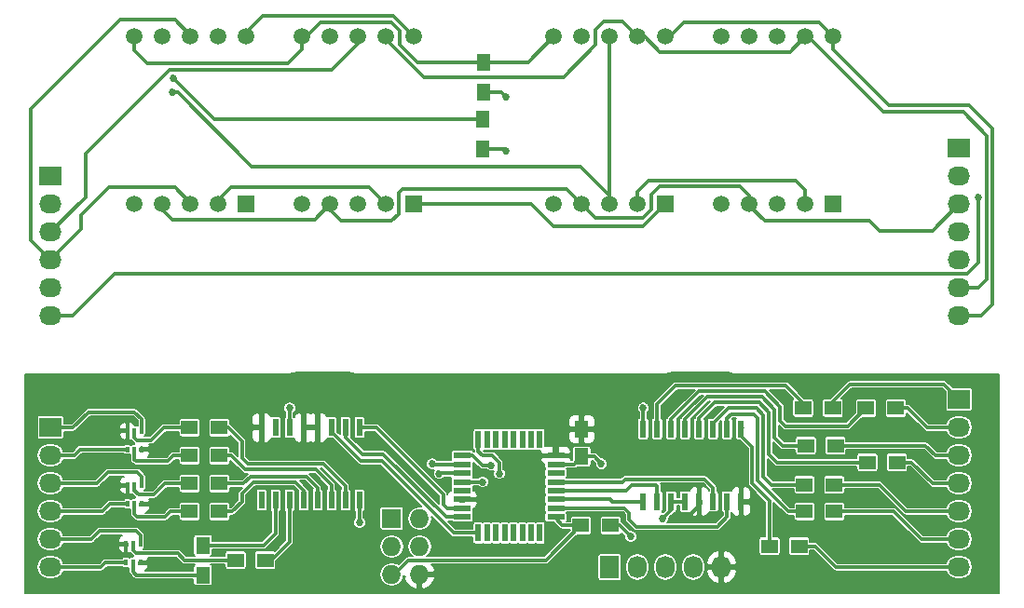
<source format=gtl>
G04 #@! TF.FileFunction,Copper,L1,Top,Signal*
%FSLAX46Y46*%
G04 Gerber Fmt 4.6, Leading zero omitted, Abs format (unit mm)*
G04 Created by KiCad (PCBNEW 0.201506222247+5806~23~ubuntu14.04.1-product) date Tue 30 Jun 2015 21:35:02 CEST*
%MOMM*%
G01*
G04 APERTURE LIST*
%ADD10C,0.100000*%
%ADD11R,1.500000X1.500000*%
%ADD12C,1.500000*%
%ADD13R,1.250000X1.500000*%
%ADD14R,1.600000X0.550000*%
%ADD15R,0.550000X1.600000*%
%ADD16R,2.032000X1.727200*%
%ADD17O,2.032000X1.727200*%
%ADD18R,0.300000X0.525000*%
%ADD19R,1.500000X1.300000*%
%ADD20R,1.300000X1.500000*%
%ADD21R,0.600000X1.600000*%
%ADD22R,0.600000X1.500000*%
%ADD23R,1.727200X1.727200*%
%ADD24O,1.727200X1.727200*%
%ADD25R,1.727200X2.032000*%
%ADD26O,1.727200X2.032000*%
%ADD27C,0.685800*%
%ADD28C,0.304800*%
%ADD29C,0.152400*%
G04 APERTURE END LIST*
D10*
D11*
X190500000Y-63500000D03*
D12*
X187960000Y-63500000D03*
X185420000Y-63500000D03*
X182880000Y-63500000D03*
X180340000Y-63500000D03*
X180340000Y-48260000D03*
X182880000Y-48260000D03*
X185420000Y-48260000D03*
X187960000Y-48260000D03*
X190500000Y-48260000D03*
D11*
X175260000Y-63500000D03*
D12*
X172720000Y-63500000D03*
X170180000Y-63500000D03*
X167640000Y-63500000D03*
X165100000Y-63500000D03*
X165100000Y-48260000D03*
X167640000Y-48260000D03*
X170180000Y-48260000D03*
X172720000Y-48260000D03*
X175260000Y-48260000D03*
D11*
X152400000Y-63500000D03*
D12*
X149860000Y-63500000D03*
X147320000Y-63500000D03*
X144780000Y-63500000D03*
X142240000Y-63500000D03*
X142240000Y-48260000D03*
X144780000Y-48260000D03*
X147320000Y-48260000D03*
X149860000Y-48260000D03*
X152400000Y-48260000D03*
D11*
X137160000Y-63500000D03*
D12*
X134620000Y-63500000D03*
X132080000Y-63500000D03*
X129540000Y-63500000D03*
X127000000Y-63500000D03*
X127000000Y-48260000D03*
X129540000Y-48260000D03*
X132080000Y-48260000D03*
X134620000Y-48260000D03*
X137160000Y-48260000D03*
D13*
X167640000Y-86467000D03*
X167640000Y-83967000D03*
D14*
X165286000Y-91954000D03*
X165286000Y-91154000D03*
X165286000Y-90354000D03*
X165286000Y-89554000D03*
X165286000Y-88754000D03*
X165286000Y-87954000D03*
X165286000Y-87154000D03*
X165286000Y-86354000D03*
D15*
X163836000Y-84904000D03*
X163036000Y-84904000D03*
X162236000Y-84904000D03*
X161436000Y-84904000D03*
X160636000Y-84904000D03*
X159836000Y-84904000D03*
X159036000Y-84904000D03*
X158236000Y-84904000D03*
D14*
X156786000Y-86354000D03*
X156786000Y-87154000D03*
X156786000Y-87954000D03*
X156786000Y-88754000D03*
X156786000Y-89554000D03*
X156786000Y-90354000D03*
X156786000Y-91154000D03*
X156786000Y-91954000D03*
D15*
X158236000Y-93404000D03*
X159036000Y-93404000D03*
X159836000Y-93404000D03*
X160636000Y-93404000D03*
X161436000Y-93404000D03*
X162236000Y-93404000D03*
X163036000Y-93404000D03*
X163836000Y-93404000D03*
D16*
X119380000Y-83820000D03*
D17*
X119380000Y-86360000D03*
X119380000Y-88900000D03*
X119380000Y-91440000D03*
X119380000Y-93980000D03*
X119380000Y-96520000D03*
D16*
X201930000Y-81280000D03*
D17*
X201930000Y-83820000D03*
X201930000Y-86360000D03*
X201930000Y-88900000D03*
X201930000Y-91440000D03*
X201930000Y-93980000D03*
X201930000Y-96520000D03*
D18*
X127000000Y-84125500D03*
X127000000Y-85800500D03*
X127650000Y-85800500D03*
X126350000Y-85800500D03*
X126350000Y-84125500D03*
X127650000Y-84125500D03*
X127000000Y-89078500D03*
X127000000Y-90753500D03*
X127650000Y-90753500D03*
X126350000Y-90753500D03*
X126350000Y-89078500D03*
X127650000Y-89078500D03*
X126873000Y-94412500D03*
X126873000Y-96087500D03*
X127523000Y-96087500D03*
X126223000Y-96087500D03*
X126223000Y-94412500D03*
X127523000Y-94412500D03*
D19*
X170260000Y-92710000D03*
X167560000Y-92710000D03*
D20*
X158623000Y-58500000D03*
X158623000Y-55800000D03*
X158750000Y-53293000D03*
X158750000Y-50593000D03*
D19*
X132000000Y-83820000D03*
X134700000Y-83820000D03*
X132000000Y-86360000D03*
X134700000Y-86360000D03*
X132000000Y-88900000D03*
X134700000Y-88900000D03*
X132000000Y-91440000D03*
X134700000Y-91440000D03*
X136191000Y-95885000D03*
X138891000Y-95885000D03*
D20*
X133223000Y-97235000D03*
X133223000Y-94535000D03*
D19*
X190707000Y-85471000D03*
X188007000Y-85471000D03*
X196295000Y-86995000D03*
X193595000Y-86995000D03*
X190580000Y-89027000D03*
X187880000Y-89027000D03*
X190580000Y-91440000D03*
X187880000Y-91440000D03*
X187405000Y-94615000D03*
X184705000Y-94615000D03*
X190453000Y-82042000D03*
X187753000Y-82042000D03*
X196168000Y-82042000D03*
X193468000Y-82042000D03*
D21*
X147447000Y-83822000D03*
X146177000Y-83822000D03*
X144907000Y-83822000D03*
X143637000Y-83822000D03*
X142367000Y-83820000D03*
D22*
X141097000Y-83822000D03*
D21*
X139827000Y-83822000D03*
X138557000Y-83822000D03*
X138557000Y-90422000D03*
X139827000Y-90422000D03*
X141097000Y-90422000D03*
X142367000Y-90422000D03*
X143637000Y-90422000D03*
X144907000Y-90422000D03*
X146177000Y-90422000D03*
X147447000Y-90422000D03*
X173228000Y-90549000D03*
X174498000Y-90549000D03*
X175768000Y-90549000D03*
X177038000Y-90549000D03*
X178308000Y-90551000D03*
D22*
X179578000Y-90549000D03*
D21*
X180848000Y-90549000D03*
X182118000Y-90549000D03*
X182118000Y-83949000D03*
X180848000Y-83949000D03*
X179578000Y-83949000D03*
X178308000Y-83949000D03*
X177038000Y-83949000D03*
X175768000Y-83949000D03*
X174498000Y-83949000D03*
X173228000Y-83949000D03*
D23*
X150368000Y-92075000D03*
D24*
X152908000Y-92075000D03*
X150368000Y-94615000D03*
X152908000Y-94615000D03*
X150368000Y-97155000D03*
X152908000Y-97155000D03*
D25*
X170180000Y-96520000D03*
D26*
X172720000Y-96520000D03*
X175260000Y-96520000D03*
X177800000Y-96520000D03*
X180340000Y-96520000D03*
D16*
X119380000Y-60960000D03*
D17*
X119380000Y-63500000D03*
X119380000Y-66040000D03*
X119380000Y-68580000D03*
X119380000Y-71120000D03*
X119380000Y-73660000D03*
D16*
X201930000Y-58420000D03*
D17*
X201930000Y-60960000D03*
X201930000Y-63500000D03*
X201930000Y-66040000D03*
X201930000Y-68580000D03*
X201930000Y-71120000D03*
X201930000Y-73660000D03*
D27*
X130556000Y-52070000D03*
X130429000Y-53340000D03*
X158623000Y-88773000D03*
X175006000Y-92075000D03*
X173228000Y-82042000D03*
X172085000Y-93726000D03*
X169418000Y-87122000D03*
X147447000Y-92456000D03*
X141097000Y-82042000D03*
X128905000Y-96266000D03*
X128905000Y-98171000D03*
X181483000Y-92710000D03*
X177165000Y-92075000D03*
X160782000Y-58674000D03*
X160782000Y-53721000D03*
X203708000Y-62865000D03*
X160147000Y-88011000D03*
X159385000Y-87249000D03*
X154686000Y-88011000D03*
X154051000Y-87122000D03*
D28*
X152400000Y-63500000D02*
X163068000Y-63500000D01*
X173228000Y-65532000D02*
X175260000Y-63500000D01*
X165100000Y-65532000D02*
X173228000Y-65532000D01*
X163068000Y-63500000D02*
X165100000Y-65532000D01*
D29*
X134620000Y-63500000D02*
X134620000Y-63119000D01*
D28*
X134620000Y-63119000D02*
X135763000Y-61976000D01*
X135763000Y-61976000D02*
X148336000Y-61976000D01*
X148336000Y-61976000D02*
X149860000Y-63500000D01*
X172720000Y-63500000D02*
X172720000Y-62357000D01*
X172720000Y-62357000D02*
X173736000Y-61341000D01*
X173736000Y-61341000D02*
X187071000Y-61341000D01*
X187071000Y-61341000D02*
X187960000Y-62230000D01*
X187960000Y-62230000D02*
X187960000Y-63500000D01*
D29*
X134620000Y-63500000D02*
X134620000Y-62992000D01*
D28*
X181991000Y-61849000D02*
X174752000Y-61849000D01*
X181991000Y-61849000D02*
X182880000Y-62738000D01*
X182880000Y-63500000D02*
X182880000Y-62738000D01*
X168910000Y-64770000D02*
X167640000Y-63500000D01*
X173228000Y-64770000D02*
X168910000Y-64770000D01*
X173990000Y-64008000D02*
X173228000Y-64770000D01*
X173990000Y-62611000D02*
X173990000Y-64008000D01*
X174752000Y-61849000D02*
X173990000Y-62611000D01*
D29*
X144780000Y-63500000D02*
X144780000Y-64008000D01*
D28*
X144780000Y-64008000D02*
X145796000Y-65024000D01*
X166243000Y-62103000D02*
X167640000Y-63500000D01*
X151384000Y-62103000D02*
X166243000Y-62103000D01*
X151003000Y-62484000D02*
X151384000Y-62103000D01*
X151003000Y-64389000D02*
X151003000Y-62484000D01*
X150368000Y-65024000D02*
X151003000Y-64389000D01*
X145796000Y-65024000D02*
X150368000Y-65024000D01*
D29*
X129540000Y-63500000D02*
X129540000Y-64008000D01*
D28*
X129540000Y-64008000D02*
X130429000Y-64897000D01*
X130429000Y-64897000D02*
X143383000Y-64897000D01*
X143383000Y-64897000D02*
X144780000Y-63500000D01*
D29*
X182880000Y-63500000D02*
X182880000Y-63627000D01*
D28*
X182880000Y-63627000D02*
X184277000Y-65024000D01*
X184277000Y-65024000D02*
X193802000Y-65024000D01*
X193802000Y-65024000D02*
X194691000Y-65913000D01*
X194691000Y-65913000D02*
X199517000Y-65913000D01*
X199517000Y-65913000D02*
X201930000Y-63500000D01*
D29*
X167640000Y-63500000D02*
X167640000Y-63754000D01*
X144780000Y-63500000D02*
X144780000Y-63627000D01*
X142240000Y-48260000D02*
X142621000Y-48260000D01*
D28*
X142621000Y-48260000D02*
X143891000Y-46990000D01*
X152701000Y-50593000D02*
X158750000Y-50593000D01*
X151130000Y-49022000D02*
X152701000Y-50593000D01*
X151130000Y-47752000D02*
X151130000Y-49022000D01*
X150368000Y-46990000D02*
X151130000Y-47752000D01*
X143891000Y-46990000D02*
X150368000Y-46990000D01*
D29*
X142240000Y-48260000D02*
X142240000Y-48006000D01*
D28*
X142240000Y-49403000D02*
X140970000Y-50673000D01*
X142240000Y-49403000D02*
X142240000Y-48260000D01*
X127000000Y-49530000D02*
X127000000Y-48260000D01*
X128143000Y-50673000D02*
X127000000Y-49530000D01*
X140970000Y-50673000D02*
X128143000Y-50673000D01*
X158750000Y-50593000D02*
X162767000Y-50593000D01*
X162767000Y-50593000D02*
X165100000Y-48260000D01*
D29*
X142240000Y-48260000D02*
X142240000Y-47879000D01*
D28*
X158623000Y-55800000D02*
X134286000Y-55800000D01*
X134286000Y-55800000D02*
X130556000Y-52070000D01*
D29*
X129540000Y-48260000D02*
X129540000Y-47625000D01*
D28*
X165989000Y-51943000D02*
X153289000Y-51943000D01*
X172720000Y-48260000D02*
X171323000Y-46863000D01*
X169672000Y-46863000D02*
X171323000Y-46863000D01*
X168910000Y-47625000D02*
X169672000Y-46863000D01*
X168910000Y-49022000D02*
X168910000Y-47625000D01*
X165989000Y-51943000D02*
X168910000Y-49022000D01*
X153289000Y-51943000D02*
X149860000Y-48514000D01*
X149860000Y-48514000D02*
X149860000Y-48260000D01*
D29*
X187960000Y-48260000D02*
X188214000Y-48260000D01*
D28*
X188214000Y-48260000D02*
X195072000Y-55118000D01*
X195072000Y-55118000D02*
X202311000Y-55118000D01*
X202311000Y-55118000D02*
X204470000Y-57277000D01*
X204470000Y-57277000D02*
X204470000Y-70358000D01*
X204470000Y-70358000D02*
X203708000Y-71120000D01*
X203708000Y-71120000D02*
X201930000Y-71120000D01*
D29*
X172720000Y-48260000D02*
X173355000Y-48260000D01*
D28*
X173355000Y-48260000D02*
X174752000Y-49657000D01*
X174752000Y-49657000D02*
X186563000Y-49657000D01*
X186563000Y-49657000D02*
X187960000Y-48260000D01*
D29*
X172720000Y-48260000D02*
X172974000Y-48260000D01*
X149860000Y-48260000D02*
X149860000Y-48387000D01*
X187960000Y-48260000D02*
X187960000Y-48768000D01*
X137160000Y-48260000D02*
X137160000Y-47879000D01*
D28*
X137160000Y-47879000D02*
X138684000Y-46355000D01*
X138684000Y-46355000D02*
X150495000Y-46355000D01*
X150495000Y-46355000D02*
X152400000Y-48260000D01*
X190500000Y-48260000D02*
X190500000Y-49403000D01*
X190500000Y-49403000D02*
X195580000Y-54483000D01*
X195580000Y-54483000D02*
X202819000Y-54483000D01*
X202819000Y-54483000D02*
X204978000Y-56642000D01*
X204978000Y-56642000D02*
X204978000Y-72644000D01*
X204978000Y-72644000D02*
X203962000Y-73660000D01*
X203962000Y-73660000D02*
X201930000Y-73660000D01*
D29*
X175260000Y-48260000D02*
X175641000Y-48260000D01*
D28*
X175641000Y-48260000D02*
X176911000Y-46990000D01*
X176911000Y-46990000D02*
X189230000Y-46990000D01*
X189230000Y-46990000D02*
X190500000Y-48260000D01*
D29*
X137160000Y-48260000D02*
X137160000Y-47752000D01*
X175260000Y-48260000D02*
X175260000Y-47752000D01*
D28*
X170180000Y-48260000D02*
X170180000Y-63500000D01*
X170180000Y-63500000D02*
X170180000Y-62738000D01*
X170180000Y-62738000D02*
X167513000Y-60071000D01*
X167513000Y-60071000D02*
X137668000Y-60071000D01*
X137668000Y-60071000D02*
X130937000Y-53340000D01*
X130937000Y-53340000D02*
X130429000Y-53340000D01*
D29*
X147320000Y-48260000D02*
X147320000Y-48895000D01*
D28*
X147320000Y-48895000D02*
X144907000Y-51308000D01*
X122555000Y-62865000D02*
X119380000Y-66040000D01*
X122555000Y-58928000D02*
X122555000Y-62865000D01*
X130175000Y-51308000D02*
X122555000Y-58928000D01*
X144907000Y-51308000D02*
X130175000Y-51308000D01*
D29*
X132080000Y-48260000D02*
X132080000Y-48133000D01*
D28*
X132080000Y-48133000D02*
X130683000Y-46736000D01*
X130683000Y-46736000D02*
X125730000Y-46736000D01*
X125730000Y-46736000D02*
X117602000Y-54864000D01*
X117602000Y-54864000D02*
X117602000Y-66802000D01*
X117602000Y-66802000D02*
X119380000Y-68580000D01*
D29*
X132080000Y-63500000D02*
X132080000Y-63373000D01*
D28*
X132080000Y-63373000D02*
X130683000Y-61976000D01*
X122174000Y-65786000D02*
X119380000Y-68580000D01*
X122174000Y-64516000D02*
X122174000Y-65786000D01*
X124714000Y-61976000D02*
X122174000Y-64516000D01*
X130683000Y-61976000D02*
X124714000Y-61976000D01*
D29*
X132080000Y-48260000D02*
X131572000Y-48260000D01*
D28*
X156786000Y-88754000D02*
X158604000Y-88754000D01*
D29*
X158604000Y-88754000D02*
X158623000Y-88773000D01*
X175768000Y-90549000D02*
X175768000Y-91313000D01*
D28*
X175768000Y-91313000D02*
X175006000Y-92075000D01*
X173228000Y-83949000D02*
X173228000Y-82042000D01*
X175768000Y-90549000D02*
X177038000Y-90549000D01*
X170260000Y-92710000D02*
X171069000Y-92710000D01*
X171069000Y-92710000D02*
X172085000Y-93726000D01*
X167640000Y-86467000D02*
X168763000Y-86467000D01*
X168763000Y-86467000D02*
X169418000Y-87122000D01*
X165286000Y-87154000D02*
X166953000Y-87154000D01*
X166953000Y-87154000D02*
X167640000Y-86467000D01*
X147447000Y-90422000D02*
X147447000Y-92456000D01*
X141097000Y-83822000D02*
X141097000Y-82042000D01*
X127523000Y-96087500D02*
X128726500Y-96087500D01*
X128726500Y-96087500D02*
X128905000Y-96266000D01*
D29*
X178308000Y-90551000D02*
X178308000Y-90932000D01*
D28*
X178308000Y-90932000D02*
X177165000Y-92075000D01*
X182118000Y-92075000D02*
X182118000Y-90549000D01*
X181483000Y-92710000D02*
X182118000Y-92075000D01*
X160782000Y-58674000D02*
X160608000Y-58500000D01*
X160608000Y-58500000D02*
X158623000Y-58500000D01*
X160782000Y-53721000D02*
X160354000Y-53293000D01*
X160354000Y-53293000D02*
X158750000Y-53293000D01*
X121412000Y-73660000D02*
X119380000Y-73660000D01*
X125222000Y-69850000D02*
X121412000Y-73660000D01*
X202692000Y-69850000D02*
X125222000Y-69850000D01*
X203708000Y-68834000D02*
X202692000Y-69850000D01*
X203708000Y-62865000D02*
X203708000Y-68834000D01*
D29*
X150368000Y-97155000D02*
X150622000Y-97155000D01*
D28*
X150622000Y-97155000D02*
X151892000Y-95885000D01*
X164385000Y-95885000D02*
X167560000Y-92710000D01*
X151892000Y-95885000D02*
X164385000Y-95885000D01*
X167560000Y-92710000D02*
X165862000Y-92710000D01*
X165862000Y-92710000D02*
X165286000Y-92134000D01*
D29*
X165286000Y-92134000D02*
X165286000Y-91954000D01*
D28*
X180848000Y-90549000D02*
X180848000Y-91948000D01*
X180848000Y-91948000D02*
X179959000Y-92837000D01*
X179959000Y-92837000D02*
X172593000Y-92837000D01*
X172593000Y-92837000D02*
X171958000Y-92202000D01*
X171958000Y-92202000D02*
X171958000Y-91567000D01*
X171958000Y-91567000D02*
X171545000Y-91154000D01*
X171545000Y-91154000D02*
X165286000Y-91154000D01*
X173228000Y-90549000D02*
X170432000Y-90549000D01*
X170432000Y-90549000D02*
X170237000Y-90354000D01*
X170237000Y-90354000D02*
X165286000Y-90354000D01*
X174498000Y-90549000D02*
X174498000Y-89154000D01*
X174498000Y-89154000D02*
X174371000Y-89027000D01*
X174371000Y-89027000D02*
X172212000Y-89027000D01*
X172212000Y-89027000D02*
X171685000Y-89554000D01*
X171685000Y-89554000D02*
X165286000Y-89554000D01*
X179578000Y-90549000D02*
X179578000Y-89281000D01*
X179578000Y-89281000D02*
X178816000Y-88519000D01*
X178816000Y-88519000D02*
X171577000Y-88519000D01*
X171577000Y-88519000D02*
X171342000Y-88754000D01*
X171342000Y-88754000D02*
X165286000Y-88754000D01*
X160147000Y-88011000D02*
X160147000Y-86995000D01*
X160147000Y-86995000D02*
X159512000Y-86360000D01*
X159512000Y-86360000D02*
X158623000Y-86360000D01*
X158623000Y-86360000D02*
X158236000Y-85973000D01*
X158236000Y-85973000D02*
X158236000Y-84904000D01*
X159385000Y-87249000D02*
X158623000Y-87249000D01*
X157728000Y-86354000D02*
X156786000Y-86354000D01*
X158623000Y-87249000D02*
X157728000Y-86354000D01*
D29*
X156919000Y-86487000D02*
X156786000Y-86354000D01*
D28*
X154743000Y-87954000D02*
X156786000Y-87954000D01*
D29*
X154686000Y-88011000D02*
X154743000Y-87954000D01*
D28*
X147447000Y-83822000D02*
X148973000Y-83822000D01*
X155416000Y-91154000D02*
X156786000Y-91154000D01*
X155067000Y-90805000D02*
X155416000Y-91154000D01*
X155067000Y-89916000D02*
X155067000Y-90805000D01*
X148973000Y-83822000D02*
X155067000Y-89916000D01*
X146177000Y-83822000D02*
X146177000Y-84709000D01*
X155327000Y-91954000D02*
X156786000Y-91954000D01*
X149606000Y-86233000D02*
X155327000Y-91954000D01*
X147701000Y-86233000D02*
X149606000Y-86233000D01*
X146177000Y-84709000D02*
X147701000Y-86233000D01*
X144907000Y-83822000D02*
X144907000Y-84201000D01*
X144907000Y-84201000D02*
X147574000Y-86868000D01*
X147574000Y-86868000D02*
X149479000Y-86868000D01*
X149479000Y-86868000D02*
X156015000Y-93404000D01*
X156015000Y-93404000D02*
X158236000Y-93404000D01*
X119380000Y-83820000D02*
X121412000Y-83820000D01*
X121412000Y-83820000D02*
X122809000Y-82423000D01*
X122809000Y-82423000D02*
X127000000Y-82423000D01*
X127000000Y-82423000D02*
X127650000Y-83073000D01*
X127650000Y-83073000D02*
X127650000Y-84125500D01*
X119380000Y-86360000D02*
X121539000Y-86360000D01*
X121539000Y-86360000D02*
X122098500Y-85800500D01*
X122098500Y-85800500D02*
X126350000Y-85800500D01*
X119380000Y-88900000D02*
X123571000Y-88900000D01*
X123571000Y-88900000D02*
X124587000Y-87884000D01*
X124587000Y-87884000D02*
X127254000Y-87884000D01*
X127254000Y-87884000D02*
X127650000Y-88280000D01*
X127650000Y-88280000D02*
X127650000Y-89078500D01*
X119380000Y-91440000D02*
X124079000Y-91440000D01*
X124079000Y-91440000D02*
X124765500Y-90753500D01*
X124765500Y-90753500D02*
X126350000Y-90753500D01*
X119380000Y-93980000D02*
X123063000Y-93980000D01*
X123063000Y-93980000D02*
X123825000Y-93218000D01*
X123825000Y-93218000D02*
X127127000Y-93218000D01*
X127127000Y-93218000D02*
X127523000Y-93614000D01*
X127523000Y-93614000D02*
X127523000Y-94412500D01*
X119380000Y-96520000D02*
X123952000Y-96520000D01*
X123952000Y-96520000D02*
X124384500Y-96087500D01*
X124384500Y-96087500D02*
X126223000Y-96087500D01*
X132000000Y-83820000D02*
X129667000Y-83820000D01*
X129667000Y-83820000D02*
X128524000Y-84963000D01*
X128524000Y-84963000D02*
X127254000Y-84963000D01*
X127254000Y-84963000D02*
X127000000Y-84709000D01*
X127000000Y-84709000D02*
X127000000Y-84125500D01*
X132000000Y-86360000D02*
X130556000Y-86360000D01*
X130556000Y-86360000D02*
X130048000Y-86868000D01*
X130048000Y-86868000D02*
X127127000Y-86868000D01*
X127127000Y-86868000D02*
X127000000Y-86741000D01*
X127000000Y-86741000D02*
X127000000Y-85800500D01*
X132000000Y-88900000D02*
X129794000Y-88900000D01*
X129794000Y-88900000D02*
X128778000Y-89916000D01*
X128778000Y-89916000D02*
X127381000Y-89916000D01*
X127381000Y-89916000D02*
X127000000Y-89535000D01*
X127000000Y-89535000D02*
X127000000Y-89078500D01*
X132000000Y-91440000D02*
X130302000Y-91440000D01*
X130302000Y-91440000D02*
X129794000Y-91948000D01*
X129794000Y-91948000D02*
X127254000Y-91948000D01*
X127254000Y-91948000D02*
X127000000Y-91694000D01*
X127000000Y-91694000D02*
X127000000Y-90753500D01*
X126873000Y-94412500D02*
X126873000Y-94996000D01*
X126873000Y-94996000D02*
X127127000Y-95250000D01*
X127127000Y-95250000D02*
X130937000Y-95250000D01*
X130937000Y-95250000D02*
X131572000Y-95885000D01*
X131572000Y-95885000D02*
X136191000Y-95885000D01*
X133223000Y-97235000D02*
X127174000Y-97235000D01*
X127174000Y-97235000D02*
X126873000Y-96934000D01*
X126873000Y-96934000D02*
X126873000Y-96087500D01*
X134700000Y-83820000D02*
X135509000Y-83820000D01*
X146177000Y-89154000D02*
X146177000Y-90422000D01*
X144145000Y-87122000D02*
X146177000Y-89154000D01*
X137287000Y-87122000D02*
X144145000Y-87122000D01*
X136779000Y-86614000D02*
X137287000Y-87122000D01*
X136779000Y-85090000D02*
X136779000Y-86614000D01*
X135509000Y-83820000D02*
X136779000Y-85090000D01*
D29*
X134700000Y-83820000D02*
X134700000Y-84027000D01*
X134700000Y-83820000D02*
X135128000Y-83820000D01*
D28*
X134700000Y-86360000D02*
X135763000Y-86360000D01*
X144907000Y-89027000D02*
X144907000Y-90422000D01*
X143510000Y-87630000D02*
X144907000Y-89027000D01*
X137033000Y-87630000D02*
X143510000Y-87630000D01*
X135763000Y-86360000D02*
X137033000Y-87630000D01*
D29*
X134700000Y-86360000D02*
X135128000Y-86360000D01*
D28*
X134700000Y-88900000D02*
X136906000Y-88900000D01*
X143637000Y-89281000D02*
X143637000Y-90422000D01*
X142621000Y-88265000D02*
X143637000Y-89281000D01*
X137541000Y-88265000D02*
X142621000Y-88265000D01*
X136906000Y-88900000D02*
X137541000Y-88265000D01*
X134700000Y-91440000D02*
X135890000Y-91440000D01*
X142367000Y-89535000D02*
X142367000Y-90422000D01*
X141605000Y-88773000D02*
X142367000Y-89535000D01*
X137795000Y-88773000D02*
X141605000Y-88773000D01*
X136779000Y-89789000D02*
X137795000Y-88773000D01*
X136779000Y-90551000D02*
X136779000Y-89789000D01*
X135890000Y-91440000D02*
X136779000Y-90551000D01*
D29*
X138891000Y-95885000D02*
X139446000Y-95885000D01*
D28*
X139446000Y-95885000D02*
X141097000Y-94234000D01*
X141097000Y-94234000D02*
X141097000Y-90422000D01*
X133223000Y-94535000D02*
X138764000Y-94535000D01*
X138764000Y-94535000D02*
X139827000Y-93472000D01*
X139827000Y-93472000D02*
X139827000Y-90422000D01*
X177038000Y-83949000D02*
X177038000Y-83058000D01*
X185928000Y-85471000D02*
X188007000Y-85471000D01*
X185166000Y-84709000D02*
X185928000Y-85471000D01*
X185166000Y-82169000D02*
X185166000Y-84709000D01*
X184023000Y-81026000D02*
X185166000Y-82169000D01*
X179070000Y-81026000D02*
X184023000Y-81026000D01*
X177038000Y-83058000D02*
X179070000Y-81026000D01*
D29*
X188007000Y-85471000D02*
X187579000Y-85471000D01*
D28*
X178308000Y-83949000D02*
X178308000Y-82931000D01*
X185420000Y-86995000D02*
X193595000Y-86995000D01*
X184658000Y-86233000D02*
X185420000Y-86995000D01*
X184658000Y-82423000D02*
X184658000Y-86233000D01*
X183769000Y-81534000D02*
X184658000Y-82423000D01*
X179705000Y-81534000D02*
X183769000Y-81534000D01*
X178308000Y-82931000D02*
X179705000Y-81534000D01*
X179578000Y-83949000D02*
X179578000Y-83439000D01*
X179578000Y-83439000D02*
X180975000Y-82042000D01*
X180975000Y-82042000D02*
X183515000Y-82042000D01*
X183515000Y-82042000D02*
X184150000Y-82677000D01*
X184150000Y-82677000D02*
X184150000Y-88265000D01*
X184150000Y-88265000D02*
X184912000Y-89027000D01*
X184912000Y-89027000D02*
X187880000Y-89027000D01*
D29*
X187880000Y-89027000D02*
X187880000Y-88439000D01*
D28*
X180848000Y-83949000D02*
X180848000Y-82931000D01*
X180848000Y-82931000D02*
X181203598Y-82575402D01*
X181203598Y-82575402D02*
X183286402Y-82575402D01*
X183286402Y-82575402D02*
X183642000Y-82931000D01*
X183642000Y-82931000D02*
X183642000Y-88646000D01*
X183642000Y-88646000D02*
X186436000Y-91440000D01*
X186436000Y-91440000D02*
X187880000Y-91440000D01*
D29*
X187880000Y-91440000D02*
X187579000Y-91440000D01*
X182118000Y-83949000D02*
X182118000Y-84582000D01*
D28*
X182118000Y-84582000D02*
X183134000Y-85598000D01*
X183134000Y-85598000D02*
X183134000Y-88900000D01*
X183134000Y-88900000D02*
X184705000Y-90471000D01*
X184705000Y-90471000D02*
X184705000Y-94615000D01*
D29*
X182372000Y-83820000D02*
X182118000Y-83949000D01*
X187753000Y-82042000D02*
X187753000Y-81581000D01*
D28*
X187753000Y-81581000D02*
X186182000Y-80010000D01*
X174498000Y-81661000D02*
X174498000Y-83949000D01*
X176149000Y-80010000D02*
X174498000Y-81661000D01*
X186182000Y-80010000D02*
X176149000Y-80010000D01*
X175768000Y-83949000D02*
X175768000Y-83058000D01*
X191817000Y-83693000D02*
X193468000Y-82042000D01*
X186182000Y-83693000D02*
X191817000Y-83693000D01*
X185674000Y-83185000D02*
X186182000Y-83693000D01*
X185674000Y-81915000D02*
X185674000Y-83185000D01*
X184277000Y-80518000D02*
X185674000Y-81915000D01*
X178308000Y-80518000D02*
X184277000Y-80518000D01*
X175768000Y-83058000D02*
X178308000Y-80518000D01*
D29*
X193468000Y-82042000D02*
X193468000Y-82122000D01*
D28*
X190707000Y-85471000D02*
X198882000Y-85471000D01*
X198882000Y-85471000D02*
X199771000Y-86360000D01*
X199771000Y-86360000D02*
X201930000Y-86360000D01*
X196295000Y-86995000D02*
X197612000Y-86995000D01*
X197612000Y-86995000D02*
X199517000Y-88900000D01*
X199517000Y-88900000D02*
X201930000Y-88900000D01*
X190580000Y-89027000D02*
X194691000Y-89027000D01*
X194691000Y-89027000D02*
X197104000Y-91440000D01*
X197104000Y-91440000D02*
X201930000Y-91440000D01*
X190580000Y-91440000D02*
X195961000Y-91440000D01*
X195961000Y-91440000D02*
X198501000Y-93980000D01*
X198501000Y-93980000D02*
X201930000Y-93980000D01*
X187405000Y-94615000D02*
X188849000Y-94615000D01*
X188849000Y-94615000D02*
X190754000Y-96520000D01*
X190754000Y-96520000D02*
X201930000Y-96520000D01*
D29*
X190453000Y-82042000D02*
X190453000Y-81454000D01*
D28*
X190453000Y-81454000D02*
X192024000Y-79883000D01*
X200533000Y-79883000D02*
X201930000Y-81280000D01*
X192024000Y-79883000D02*
X200533000Y-79883000D01*
X196168000Y-82042000D02*
X197231000Y-82042000D01*
X197231000Y-82042000D02*
X199009000Y-83820000D01*
X199009000Y-83820000D02*
X201930000Y-83820000D01*
X154083000Y-87154000D02*
X156786000Y-87154000D01*
D29*
X154051000Y-87122000D02*
X154083000Y-87154000D01*
G36*
X146619511Y-78854526D02*
X147193000Y-78968600D01*
X175133000Y-78968600D01*
X175706489Y-78854526D01*
X175763848Y-78816200D01*
X180979152Y-78816200D01*
X181036511Y-78854526D01*
X181610000Y-78968600D01*
X205511400Y-78968600D01*
X205511400Y-98831400D01*
X117068600Y-98831400D01*
X117068600Y-98247200D01*
X150346603Y-98247200D01*
X150389397Y-98247200D01*
X150807364Y-98164061D01*
X151161699Y-97927302D01*
X151398458Y-97572967D01*
X151460200Y-97262570D01*
X151460200Y-97332802D01*
X151618449Y-97332802D01*
X151516663Y-97555382D01*
X151641052Y-97855719D01*
X152005646Y-98287220D01*
X152507615Y-98546351D01*
X152730200Y-98445805D01*
X152730200Y-97332800D01*
X153085800Y-97332800D01*
X153085800Y-98445805D01*
X153308385Y-98546351D01*
X153810354Y-98287220D01*
X154173558Y-97857363D01*
X179510470Y-97857363D01*
X179939618Y-98063737D01*
X180162200Y-97961950D01*
X180162200Y-96697800D01*
X180517800Y-96697800D01*
X180162200Y-96697800D01*
X180162200Y-96697800D01*
X180517800Y-96697800D01*
X180517800Y-97961950D01*
X180740382Y-98063737D01*
X181169530Y-97857363D01*
X181559852Y-97449716D01*
X181764462Y-96923729D01*
X181690580Y-96789408D01*
X190484592Y-96789408D01*
X190608198Y-96871998D01*
X190754000Y-96901001D01*
X190754005Y-96901000D01*
X200736803Y-96901000D01*
X200744156Y-96937967D01*
X200980915Y-97292302D01*
X201335250Y-97529061D01*
X201753217Y-97612200D01*
X202106783Y-97612200D01*
X202524750Y-97529061D01*
X202879085Y-97292302D01*
X203115844Y-96937967D01*
X203198983Y-96520000D01*
X203115844Y-96102033D01*
X202879085Y-95747698D01*
X202524750Y-95510939D01*
X202106783Y-95427800D01*
X201753217Y-95427800D01*
X201335250Y-95510939D01*
X200980915Y-95747698D01*
X200744156Y-96102033D01*
X200736803Y-96139000D01*
X190911816Y-96139000D01*
X189118408Y-94345592D01*
X188994803Y-94263002D01*
X188849000Y-94234000D01*
X188388079Y-94234000D01*
X188388079Y-93965000D01*
X188371167Y-93877836D01*
X188320842Y-93801226D01*
X188244871Y-93749944D01*
X188155000Y-93731921D01*
X186655000Y-93731921D01*
X185455000Y-93731921D01*
X185455000Y-93731921D01*
X185086000Y-93731921D01*
X185086000Y-90628815D01*
X186166590Y-91709405D01*
X186166592Y-91709408D01*
X186231833Y-91753000D01*
X186290198Y-91791998D01*
X186436000Y-91821001D01*
X186436005Y-91821000D01*
X186896921Y-91821000D01*
X186896921Y-92090000D01*
X186913833Y-92177164D01*
X186964158Y-92253774D01*
X187040129Y-92305056D01*
X187130000Y-92323079D01*
X188630000Y-92323079D01*
X188717164Y-92306167D01*
X188793774Y-92255842D01*
X188845056Y-92179871D01*
X188863079Y-92090000D01*
X188863079Y-90790000D01*
X188846167Y-90702836D01*
X188795842Y-90626226D01*
X188719871Y-90574944D01*
X188630000Y-90556921D01*
X189830000Y-90556921D01*
X189742836Y-90573833D01*
X189666226Y-90624158D01*
X189614944Y-90700129D01*
X189596921Y-90790000D01*
X189596921Y-92090000D01*
X189613833Y-92177164D01*
X189664158Y-92253774D01*
X189740129Y-92305056D01*
X189830000Y-92323079D01*
X191330000Y-92323079D01*
X191417164Y-92306167D01*
X191493774Y-92255842D01*
X191545056Y-92179871D01*
X191563079Y-92090000D01*
X191563079Y-91821000D01*
X195803184Y-91821000D01*
X198231590Y-94249405D01*
X198231592Y-94249408D01*
X198355198Y-94331998D01*
X198501000Y-94361000D01*
X200736803Y-94361000D01*
X200744156Y-94397967D01*
X200980915Y-94752302D01*
X201335250Y-94989061D01*
X201753217Y-95072200D01*
X202106783Y-95072200D01*
X202524750Y-94989061D01*
X202879085Y-94752302D01*
X203115844Y-94397967D01*
X203198983Y-93980000D01*
X203115844Y-93562033D01*
X202879085Y-93207698D01*
X202524750Y-92970939D01*
X202106783Y-92887800D01*
X201753217Y-92887800D01*
X201335250Y-92970939D01*
X200980915Y-93207698D01*
X200744156Y-93562033D01*
X200736803Y-93599000D01*
X198658815Y-93599000D01*
X196230408Y-91170592D01*
X196106803Y-91088002D01*
X195961000Y-91059000D01*
X191563079Y-91059000D01*
X191563079Y-90790000D01*
X191546167Y-90702836D01*
X191495842Y-90626226D01*
X191419871Y-90574944D01*
X191330000Y-90556921D01*
X189830000Y-90556921D01*
X188630000Y-90556921D01*
X188630000Y-90556921D01*
X187130000Y-90556921D01*
X187042836Y-90573833D01*
X186966226Y-90624158D01*
X186914944Y-90700129D01*
X186896921Y-90790000D01*
X186896921Y-91059000D01*
X186593815Y-91059000D01*
X184942816Y-89408000D01*
X186896921Y-89408000D01*
X186896921Y-89677000D01*
X186913833Y-89764164D01*
X186964158Y-89840774D01*
X187040129Y-89892056D01*
X187130000Y-89910079D01*
X188630000Y-89910079D01*
X188717164Y-89893167D01*
X188793774Y-89842842D01*
X188845056Y-89766871D01*
X188863079Y-89677000D01*
X188863079Y-88377000D01*
X188846167Y-88289836D01*
X188795842Y-88213226D01*
X188719871Y-88161944D01*
X188630000Y-88143921D01*
X189830000Y-88143921D01*
X189742836Y-88160833D01*
X189666226Y-88211158D01*
X189614944Y-88287129D01*
X189596921Y-88377000D01*
X189596921Y-89677000D01*
X189613833Y-89764164D01*
X189664158Y-89840774D01*
X189740129Y-89892056D01*
X189830000Y-89910079D01*
X191330000Y-89910079D01*
X191417164Y-89893167D01*
X191493774Y-89842842D01*
X191545056Y-89766871D01*
X191563079Y-89677000D01*
X191563079Y-89408000D01*
X194533184Y-89408000D01*
X196834590Y-91709405D01*
X196834592Y-91709408D01*
X196896614Y-91750849D01*
X196958197Y-91791998D01*
X197104000Y-91821000D01*
X200736803Y-91821000D01*
X200744156Y-91857967D01*
X200980915Y-92212302D01*
X201335250Y-92449061D01*
X201753217Y-92532200D01*
X202106783Y-92532200D01*
X202524750Y-92449061D01*
X202879085Y-92212302D01*
X203115844Y-91857967D01*
X203198983Y-91440000D01*
X203115844Y-91022033D01*
X202879085Y-90667698D01*
X202524750Y-90430939D01*
X202106783Y-90347800D01*
X201753217Y-90347800D01*
X201335250Y-90430939D01*
X200980915Y-90667698D01*
X200744156Y-91022033D01*
X200736803Y-91059000D01*
X197261815Y-91059000D01*
X194960408Y-88757592D01*
X194836803Y-88675002D01*
X194691000Y-88646000D01*
X191563079Y-88646000D01*
X191563079Y-88377000D01*
X191546167Y-88289836D01*
X191495842Y-88213226D01*
X191419871Y-88161944D01*
X191330000Y-88143921D01*
X189830000Y-88143921D01*
X188630000Y-88143921D01*
X188630000Y-88143921D01*
X187928870Y-88143921D01*
X187880000Y-88134200D01*
X187831130Y-88143921D01*
X187130000Y-88143921D01*
X187042836Y-88160833D01*
X186966226Y-88211158D01*
X186914944Y-88287129D01*
X186896921Y-88377000D01*
X186896921Y-88646000D01*
X185069815Y-88646000D01*
X184531000Y-88107184D01*
X184531000Y-86644816D01*
X185150590Y-87264405D01*
X185150592Y-87264408D01*
X185260022Y-87337526D01*
X185274198Y-87346998D01*
X185420000Y-87376001D01*
X185420005Y-87376000D01*
X192611921Y-87376000D01*
X192611921Y-87645000D01*
X192628833Y-87732164D01*
X192679158Y-87808774D01*
X192755129Y-87860056D01*
X192845000Y-87878079D01*
X194345000Y-87878079D01*
X194432164Y-87861167D01*
X194508774Y-87810842D01*
X194560056Y-87734871D01*
X194578079Y-87645000D01*
X194578079Y-86345000D01*
X194561167Y-86257836D01*
X194510842Y-86181226D01*
X194434871Y-86129944D01*
X194345000Y-86111921D01*
X195545000Y-86111921D01*
X195457836Y-86128833D01*
X195381226Y-86179158D01*
X195329944Y-86255129D01*
X195311921Y-86345000D01*
X195311921Y-87645000D01*
X195328833Y-87732164D01*
X195379158Y-87808774D01*
X195455129Y-87860056D01*
X195545000Y-87878079D01*
X197045000Y-87878079D01*
X197132164Y-87861167D01*
X197208774Y-87810842D01*
X197260056Y-87734871D01*
X197278079Y-87645000D01*
X197278079Y-87376000D01*
X197454184Y-87376000D01*
X199247592Y-89169408D01*
X199371198Y-89251998D01*
X199517000Y-89281001D01*
X199517005Y-89281000D01*
X200736803Y-89281000D01*
X200744156Y-89317967D01*
X200980915Y-89672302D01*
X201335250Y-89909061D01*
X201753217Y-89992200D01*
X202106783Y-89992200D01*
X202524750Y-89909061D01*
X202879085Y-89672302D01*
X203115844Y-89317967D01*
X203198983Y-88900000D01*
X203115844Y-88482033D01*
X202879085Y-88127698D01*
X202524750Y-87890939D01*
X202106783Y-87807800D01*
X201753217Y-87807800D01*
X201335250Y-87890939D01*
X200980915Y-88127698D01*
X200744156Y-88482033D01*
X200736803Y-88519000D01*
X199674816Y-88519000D01*
X197881408Y-86725592D01*
X197757803Y-86643002D01*
X197612000Y-86614000D01*
X197278079Y-86614000D01*
X197278079Y-86345000D01*
X197261167Y-86257836D01*
X197210842Y-86181226D01*
X197134871Y-86129944D01*
X197045000Y-86111921D01*
X195545000Y-86111921D01*
X194345000Y-86111921D01*
X194345000Y-86111921D01*
X192845000Y-86111921D01*
X192757836Y-86128833D01*
X192681226Y-86179158D01*
X192629944Y-86255129D01*
X192611921Y-86345000D01*
X192611921Y-86614000D01*
X185577815Y-86614000D01*
X185039000Y-86075184D01*
X185039000Y-85120816D01*
X185658590Y-85740405D01*
X185658592Y-85740408D01*
X185734555Y-85791164D01*
X185782198Y-85822998D01*
X185928000Y-85852001D01*
X185928005Y-85852000D01*
X187023921Y-85852000D01*
X187023921Y-86121000D01*
X187040833Y-86208164D01*
X187091158Y-86284774D01*
X187167129Y-86336056D01*
X187257000Y-86354079D01*
X188757000Y-86354079D01*
X188844164Y-86337167D01*
X188920774Y-86286842D01*
X188972056Y-86210871D01*
X188990079Y-86121000D01*
X188990079Y-84821000D01*
X188973167Y-84733836D01*
X188922842Y-84657226D01*
X188846871Y-84605944D01*
X188757000Y-84587921D01*
X189957000Y-84587921D01*
X189869836Y-84604833D01*
X189793226Y-84655158D01*
X189741944Y-84731129D01*
X189723921Y-84821000D01*
X189723921Y-86121000D01*
X189740833Y-86208164D01*
X189791158Y-86284774D01*
X189867129Y-86336056D01*
X189957000Y-86354079D01*
X191457000Y-86354079D01*
X191544164Y-86337167D01*
X191620774Y-86286842D01*
X191672056Y-86210871D01*
X191690079Y-86121000D01*
X191690079Y-85852000D01*
X198724184Y-85852000D01*
X199501592Y-86629408D01*
X199625198Y-86711998D01*
X199771000Y-86741001D01*
X199771005Y-86741000D01*
X200736803Y-86741000D01*
X200744156Y-86777967D01*
X200980915Y-87132302D01*
X201335250Y-87369061D01*
X201753217Y-87452200D01*
X202106783Y-87452200D01*
X202524750Y-87369061D01*
X202879085Y-87132302D01*
X203115844Y-86777967D01*
X203198983Y-86360000D01*
X203115844Y-85942033D01*
X202879085Y-85587698D01*
X202524750Y-85350939D01*
X202106783Y-85267800D01*
X201753217Y-85267800D01*
X201335250Y-85350939D01*
X200980915Y-85587698D01*
X200744156Y-85942033D01*
X200736803Y-85979000D01*
X199928816Y-85979000D01*
X199151408Y-85201592D01*
X199027803Y-85119002D01*
X198882000Y-85090000D01*
X191690079Y-85090000D01*
X191690079Y-84821000D01*
X191673167Y-84733836D01*
X191622842Y-84657226D01*
X191546871Y-84605944D01*
X191457000Y-84587921D01*
X189957000Y-84587921D01*
X188757000Y-84587921D01*
X188757000Y-84587921D01*
X187257000Y-84587921D01*
X187169836Y-84604833D01*
X187093226Y-84655158D01*
X187041944Y-84731129D01*
X187023921Y-84821000D01*
X187023921Y-85090000D01*
X186085815Y-85090000D01*
X185547000Y-84551184D01*
X185547000Y-83596816D01*
X185912590Y-83962405D01*
X185912592Y-83962408D01*
X186036198Y-84044998D01*
X186182000Y-84074000D01*
X191817000Y-84074000D01*
X191962803Y-84044998D01*
X192086408Y-83962408D01*
X193123736Y-82925079D01*
X194218000Y-82925079D01*
X194305164Y-82908167D01*
X194381774Y-82857842D01*
X194433056Y-82781871D01*
X194451079Y-82692000D01*
X194451079Y-81392000D01*
X194434167Y-81304836D01*
X194383842Y-81228226D01*
X194307871Y-81176944D01*
X194218000Y-81158921D01*
X195418000Y-81158921D01*
X195330836Y-81175833D01*
X195254226Y-81226158D01*
X195202944Y-81302129D01*
X195184921Y-81392000D01*
X195184921Y-82692000D01*
X195201833Y-82779164D01*
X195252158Y-82855774D01*
X195328129Y-82907056D01*
X195418000Y-82925079D01*
X196918000Y-82925079D01*
X197005164Y-82908167D01*
X197081774Y-82857842D01*
X197133056Y-82781871D01*
X197151079Y-82692000D01*
X197151079Y-82500895D01*
X198739590Y-84089405D01*
X198739592Y-84089408D01*
X198863198Y-84171998D01*
X199009000Y-84201001D01*
X199009005Y-84201000D01*
X200736803Y-84201000D01*
X200744156Y-84237967D01*
X200980915Y-84592302D01*
X201335250Y-84829061D01*
X201753217Y-84912200D01*
X202106783Y-84912200D01*
X202524750Y-84829061D01*
X202879085Y-84592302D01*
X203115844Y-84237967D01*
X203198983Y-83820000D01*
X203115844Y-83402033D01*
X202879085Y-83047698D01*
X202524750Y-82810939D01*
X202106783Y-82727800D01*
X201753217Y-82727800D01*
X201335250Y-82810939D01*
X200980915Y-83047698D01*
X200744156Y-83402033D01*
X200736803Y-83439000D01*
X199166815Y-83439000D01*
X197500408Y-81772592D01*
X197376803Y-81690002D01*
X197231000Y-81661000D01*
X197151079Y-81661000D01*
X197151079Y-81392000D01*
X197134167Y-81304836D01*
X197083842Y-81228226D01*
X197007871Y-81176944D01*
X196918000Y-81158921D01*
X195418000Y-81158921D01*
X194218000Y-81158921D01*
X194218000Y-81158921D01*
X192718000Y-81158921D01*
X192630836Y-81175833D01*
X192554226Y-81226158D01*
X192502944Y-81302129D01*
X192484921Y-81392000D01*
X192484921Y-82486264D01*
X191659184Y-83312000D01*
X186339815Y-83312000D01*
X186055000Y-83027184D01*
X186055000Y-81915000D01*
X186029738Y-81788000D01*
X186025998Y-81769197D01*
X185973081Y-81690002D01*
X185943408Y-81645592D01*
X185943405Y-81645590D01*
X184688816Y-80391000D01*
X186024184Y-80391000D01*
X186851367Y-81218183D01*
X186839226Y-81226158D01*
X186787944Y-81302129D01*
X186769921Y-81392000D01*
X186769921Y-82692000D01*
X186786833Y-82779164D01*
X186837158Y-82855774D01*
X186913129Y-82907056D01*
X187003000Y-82925079D01*
X188503000Y-82925079D01*
X188590164Y-82908167D01*
X188666774Y-82857842D01*
X188718056Y-82781871D01*
X188736079Y-82692000D01*
X188736079Y-81392000D01*
X188719167Y-81304836D01*
X188668842Y-81228226D01*
X188592871Y-81176944D01*
X188503000Y-81158921D01*
X187869736Y-81158921D01*
X186451408Y-79740592D01*
X186327803Y-79658002D01*
X186182000Y-79629000D01*
X176149005Y-79629000D01*
X176149000Y-79628999D01*
X176003198Y-79658002D01*
X175879592Y-79740592D01*
X175879590Y-79740595D01*
X174228592Y-81391592D01*
X174146002Y-81515197D01*
X174146002Y-81515198D01*
X174117000Y-81661000D01*
X174117000Y-82931637D01*
X174110836Y-82932833D01*
X174034226Y-82983158D01*
X173982944Y-83059129D01*
X173964921Y-83149000D01*
X173964921Y-84749000D01*
X173981833Y-84836164D01*
X174032158Y-84912774D01*
X174108129Y-84964056D01*
X174198000Y-84982079D01*
X174798000Y-84982079D01*
X174885164Y-84965167D01*
X174961774Y-84914842D01*
X175013056Y-84838871D01*
X175031079Y-84749000D01*
X175031079Y-83149000D01*
X175014167Y-83061836D01*
X174963842Y-82985226D01*
X174887871Y-82933944D01*
X174879000Y-82932165D01*
X174879000Y-81818816D01*
X176306815Y-80391000D01*
X177896185Y-80391000D01*
X175498592Y-82788592D01*
X175416002Y-82912197D01*
X175413144Y-82926564D01*
X175380836Y-82932833D01*
X175304226Y-82983158D01*
X175252944Y-83059129D01*
X175234921Y-83149000D01*
X175234921Y-84749000D01*
X175251833Y-84836164D01*
X175302158Y-84912774D01*
X175378129Y-84964056D01*
X175468000Y-84982079D01*
X176068000Y-84982079D01*
X176155164Y-84965167D01*
X176231774Y-84914842D01*
X176283056Y-84838871D01*
X176301079Y-84749000D01*
X176301079Y-83149000D01*
X176287224Y-83077592D01*
X178465815Y-80899000D01*
X178658184Y-80899000D01*
X176768592Y-82788592D01*
X176686002Y-82912197D01*
X176683144Y-82926564D01*
X176650836Y-82932833D01*
X176574226Y-82983158D01*
X176522944Y-83059129D01*
X176504921Y-83149000D01*
X176504921Y-84749000D01*
X176521833Y-84836164D01*
X176572158Y-84912774D01*
X176648129Y-84964056D01*
X176738000Y-84982079D01*
X177338000Y-84982079D01*
X177425164Y-84965167D01*
X177501774Y-84914842D01*
X177553056Y-84838871D01*
X177571079Y-84749000D01*
X177571079Y-83149000D01*
X177557224Y-83077592D01*
X179227816Y-81407000D01*
X179293185Y-81407000D01*
X178038592Y-82661592D01*
X177956002Y-82785197D01*
X177944144Y-82844810D01*
X177927000Y-82931000D01*
X177927000Y-82931637D01*
X177920836Y-82932833D01*
X177844226Y-82983158D01*
X177792944Y-83059129D01*
X177774921Y-83149000D01*
X177774921Y-84749000D01*
X177791833Y-84836164D01*
X177842158Y-84912774D01*
X177918129Y-84964056D01*
X178008000Y-84982079D01*
X178608000Y-84982079D01*
X178695164Y-84965167D01*
X178771774Y-84914842D01*
X178823056Y-84838871D01*
X178841079Y-84749000D01*
X178841079Y-83149000D01*
X178824167Y-83061836D01*
X178781275Y-82996541D01*
X179862815Y-81915000D01*
X180563185Y-81915000D01*
X179562263Y-82915921D01*
X179278000Y-82915921D01*
X179190836Y-82932833D01*
X179114226Y-82983158D01*
X179062944Y-83059129D01*
X179044921Y-83149000D01*
X179044921Y-84749000D01*
X179061833Y-84836164D01*
X179112158Y-84912774D01*
X179188129Y-84964056D01*
X179278000Y-84982079D01*
X179878000Y-84982079D01*
X179965164Y-84965167D01*
X180041774Y-84914842D01*
X180093056Y-84838871D01*
X180111079Y-84749000D01*
X180111079Y-83444737D01*
X180314921Y-83240895D01*
X180314921Y-84749000D01*
X180331833Y-84836164D01*
X180382158Y-84912774D01*
X180458129Y-84964056D01*
X180548000Y-84982079D01*
X181148000Y-84982079D01*
X181235164Y-84965167D01*
X181311774Y-84914842D01*
X181363056Y-84838871D01*
X181381079Y-84749000D01*
X181381079Y-83149000D01*
X181364167Y-83061836D01*
X181321275Y-82996541D01*
X181361413Y-82956402D01*
X181694957Y-82956402D01*
X181654226Y-82983158D01*
X181602944Y-83059129D01*
X181584921Y-83149000D01*
X181584921Y-84749000D01*
X181601833Y-84836164D01*
X181652158Y-84912774D01*
X181728129Y-84964056D01*
X181818000Y-84982079D01*
X181979263Y-84982079D01*
X182753000Y-85755816D01*
X182753000Y-88900000D01*
X182782002Y-89045803D01*
X182864592Y-89169408D01*
X184324000Y-90628815D01*
X184324000Y-93731921D01*
X183955000Y-93731921D01*
X183867836Y-93748833D01*
X183791226Y-93799158D01*
X183739944Y-93875129D01*
X183721921Y-93965000D01*
X183721921Y-95265000D01*
X183738833Y-95352164D01*
X183789158Y-95428774D01*
X183865129Y-95480056D01*
X183955000Y-95498079D01*
X185455000Y-95498079D01*
X185542164Y-95481167D01*
X185618774Y-95430842D01*
X185670056Y-95354871D01*
X185688079Y-95265000D01*
X185688079Y-93965000D01*
X185671167Y-93877836D01*
X185620842Y-93801226D01*
X185544871Y-93749944D01*
X185455000Y-93731921D01*
X186655000Y-93731921D01*
X185455000Y-93731921D01*
X185455000Y-93731921D01*
X186655000Y-93731921D01*
X186567836Y-93748833D01*
X186491226Y-93799158D01*
X186439944Y-93875129D01*
X186421921Y-93965000D01*
X186421921Y-95265000D01*
X186438833Y-95352164D01*
X186489158Y-95428774D01*
X186565129Y-95480056D01*
X186655000Y-95498079D01*
X188155000Y-95498079D01*
X188242164Y-95481167D01*
X188318774Y-95430842D01*
X188370056Y-95354871D01*
X188388079Y-95265000D01*
X188388079Y-94996000D01*
X188691184Y-94996000D01*
X190484592Y-96789408D01*
X181690580Y-96789408D01*
X181640191Y-96697800D01*
X180517800Y-96697800D01*
X180162200Y-96697800D01*
X180162200Y-96697800D01*
X179039809Y-96697800D01*
X178891997Y-96697800D01*
X178892200Y-96696783D01*
X178892200Y-96343217D01*
X178809061Y-95925250D01*
X178572302Y-95570915D01*
X178217967Y-95334156D01*
X177800000Y-95251017D01*
X177382033Y-95334156D01*
X177027698Y-95570915D01*
X176790939Y-95925250D01*
X176707800Y-96343217D01*
X176707800Y-96696783D01*
X176790939Y-97114750D01*
X177027698Y-97469085D01*
X177382033Y-97705844D01*
X177800000Y-97788983D01*
X178217967Y-97705844D01*
X178572302Y-97469085D01*
X178809061Y-97114750D01*
X178891997Y-96697800D01*
X179039809Y-96697800D01*
X178891997Y-96697800D01*
X178891997Y-96697800D01*
X179039809Y-96697800D01*
X178915538Y-96923729D01*
X179120148Y-97449716D01*
X179510470Y-97857363D01*
X154173558Y-97857363D01*
X154174948Y-97855719D01*
X154202587Y-97788983D01*
X172720000Y-97788983D01*
X173137967Y-97705844D01*
X173492302Y-97469085D01*
X173729061Y-97114750D01*
X173812200Y-96696783D01*
X173812200Y-96343217D01*
X173729061Y-95925250D01*
X173492302Y-95570915D01*
X173137967Y-95334156D01*
X174842033Y-95334156D01*
X173137967Y-95334156D01*
X173137967Y-95334156D01*
X174842033Y-95334156D01*
X174487698Y-95570915D01*
X174250939Y-95925250D01*
X174167800Y-96343217D01*
X174167800Y-96696783D01*
X174250939Y-97114750D01*
X174487698Y-97469085D01*
X174842033Y-97705844D01*
X175260000Y-97788983D01*
X175677967Y-97705844D01*
X176032302Y-97469085D01*
X176269061Y-97114750D01*
X176352200Y-96696783D01*
X176352200Y-96343217D01*
X176269061Y-95925250D01*
X176032302Y-95570915D01*
X175677967Y-95334156D01*
X175260000Y-95251017D01*
X174842033Y-95334156D01*
X173137967Y-95334156D01*
X173137967Y-95334156D01*
X172720000Y-95251017D01*
X172302033Y-95334156D01*
X171200450Y-95334156D01*
X171133471Y-95288944D01*
X171043600Y-95270921D01*
X169316400Y-95270921D01*
X169229236Y-95287833D01*
X169152626Y-95338158D01*
X169101344Y-95414129D01*
X169083321Y-95504000D01*
X169083321Y-97536000D01*
X169100233Y-97623164D01*
X169150558Y-97699774D01*
X169226529Y-97751056D01*
X169316400Y-97769079D01*
X171043600Y-97769079D01*
X171130764Y-97752167D01*
X171207374Y-97701842D01*
X171258656Y-97625871D01*
X171276679Y-97536000D01*
X171276679Y-95504000D01*
X171259767Y-95416836D01*
X171209442Y-95340226D01*
X171200450Y-95334156D01*
X172302033Y-95334156D01*
X171200450Y-95334156D01*
X171200450Y-95334156D01*
X172302033Y-95334156D01*
X171947698Y-95570915D01*
X171710939Y-95925250D01*
X171627800Y-96343217D01*
X171627800Y-96696783D01*
X171710939Y-97114750D01*
X171947698Y-97469085D01*
X172302033Y-97705844D01*
X172720000Y-97788983D01*
X154202587Y-97788983D01*
X154299337Y-97555382D01*
X154197550Y-97332800D01*
X153085800Y-97332800D01*
X152730200Y-97332800D01*
X152730200Y-97332800D01*
X152710200Y-97332800D01*
X152710200Y-96977200D01*
X152730200Y-96977200D01*
X152730200Y-96957200D01*
X153085800Y-96957200D01*
X153085800Y-96977200D01*
X154197550Y-96977200D01*
X154299337Y-96754618D01*
X154174948Y-96454281D01*
X154015861Y-96266000D01*
X164385000Y-96266000D01*
X164530803Y-96236998D01*
X164654408Y-96154408D01*
X165626179Y-95182637D01*
X179510470Y-95182637D01*
X179120148Y-95590284D01*
X178915538Y-96116271D01*
X179039809Y-96342200D01*
X180162200Y-96342200D01*
X180162200Y-95078050D01*
X180517800Y-95078050D01*
X180162200Y-95078050D01*
X180162200Y-95078050D01*
X180517800Y-95078050D01*
X180517800Y-96342200D01*
X181640191Y-96342200D01*
X181764462Y-96116271D01*
X181559852Y-95590284D01*
X181169530Y-95182637D01*
X180740382Y-94976263D01*
X180517800Y-95078050D01*
X180162200Y-95078050D01*
X180162200Y-95078050D01*
X179939618Y-94976263D01*
X179510470Y-95182637D01*
X165626179Y-95182637D01*
X167215737Y-93593079D01*
X168310000Y-93593079D01*
X168397164Y-93576167D01*
X168473774Y-93525842D01*
X168525056Y-93449871D01*
X168543079Y-93360000D01*
X168543079Y-92060000D01*
X168526167Y-91972836D01*
X168475842Y-91896226D01*
X168399871Y-91844944D01*
X168310000Y-91826921D01*
X169510000Y-91826921D01*
X169422836Y-91843833D01*
X169346226Y-91894158D01*
X169294944Y-91970129D01*
X169276921Y-92060000D01*
X169276921Y-93360000D01*
X169293833Y-93447164D01*
X169344158Y-93523774D01*
X169420129Y-93575056D01*
X169510000Y-93593079D01*
X171010000Y-93593079D01*
X171097164Y-93576167D01*
X171173774Y-93525842D01*
X171225056Y-93449871D01*
X171232573Y-93412389D01*
X171513529Y-93693345D01*
X171513401Y-93839180D01*
X171600224Y-94049306D01*
X171760849Y-94210211D01*
X171970823Y-94297400D01*
X172198180Y-94297599D01*
X172408306Y-94210776D01*
X172569211Y-94050151D01*
X172656400Y-93840177D01*
X172656599Y-93612820D01*
X172569776Y-93402694D01*
X172409151Y-93241789D01*
X172199177Y-93154600D01*
X172052287Y-93154471D01*
X171338408Y-92440592D01*
X171243079Y-92376895D01*
X171243079Y-92060000D01*
X171226167Y-91972836D01*
X171175842Y-91896226D01*
X171099871Y-91844944D01*
X171010000Y-91826921D01*
X169510000Y-91826921D01*
X168310000Y-91826921D01*
X168310000Y-91826921D01*
X166810000Y-91826921D01*
X166722836Y-91843833D01*
X166646226Y-91894158D01*
X166594944Y-91970129D01*
X166576921Y-92060000D01*
X166576921Y-92329000D01*
X166294219Y-92329000D01*
X166301056Y-92318871D01*
X166319079Y-92229000D01*
X166319079Y-91679000D01*
X166302167Y-91591836D01*
X166277328Y-91554023D01*
X166290169Y-91535000D01*
X171387184Y-91535000D01*
X171577000Y-91724816D01*
X171577000Y-92202000D01*
X171606002Y-92347803D01*
X171688592Y-92471408D01*
X172323590Y-93106405D01*
X172323592Y-93106408D01*
X172414575Y-93167200D01*
X172447198Y-93188998D01*
X172593000Y-93218001D01*
X172593005Y-93218000D01*
X179959000Y-93218000D01*
X180104803Y-93188998D01*
X180228408Y-93106408D01*
X181117408Y-92217408D01*
X181199998Y-92093802D01*
X181229001Y-91948000D01*
X181229000Y-91947995D01*
X181229000Y-91566363D01*
X181235164Y-91565167D01*
X181266641Y-91544490D01*
X181322739Y-91679922D01*
X181487077Y-91844261D01*
X181701795Y-91933200D01*
X181821950Y-91933200D01*
X181968000Y-91787150D01*
X181968000Y-90726800D01*
X182268000Y-90726800D01*
X182268000Y-91787150D01*
X182414050Y-91933200D01*
X182534205Y-91933200D01*
X182748923Y-91844261D01*
X182913261Y-91679922D01*
X183002200Y-91465204D01*
X183002200Y-90872850D01*
X182856150Y-90726800D01*
X182268000Y-90726800D01*
X181968000Y-90726800D01*
X181968000Y-90726800D01*
X181920200Y-90726800D01*
X181920200Y-90371200D01*
X181968000Y-90371200D01*
X181968000Y-89310850D01*
X181821950Y-89164800D01*
X182414050Y-89164800D01*
X182268000Y-89310850D01*
X182268000Y-90371200D01*
X182856150Y-90371200D01*
X183002200Y-90225150D01*
X183002200Y-89632796D01*
X182913261Y-89418078D01*
X182748923Y-89253739D01*
X182534205Y-89164800D01*
X182414050Y-89164800D01*
X181821950Y-89164800D01*
X181821950Y-89164800D01*
X181701795Y-89164800D01*
X181487077Y-89253739D01*
X181322739Y-89418078D01*
X181266688Y-89553396D01*
X181237871Y-89533944D01*
X181148000Y-89515921D01*
X180548000Y-89515921D01*
X180460836Y-89532833D01*
X180384226Y-89583158D01*
X180332944Y-89659129D01*
X180314921Y-89749000D01*
X180314921Y-91349000D01*
X180331833Y-91436164D01*
X180382158Y-91512774D01*
X180458129Y-91564056D01*
X180467000Y-91565835D01*
X180467000Y-91790184D01*
X179801184Y-92456000D01*
X175433263Y-92456000D01*
X175490211Y-92399151D01*
X175577400Y-92189177D01*
X175577529Y-92042287D01*
X176037408Y-91582407D01*
X176037627Y-91582079D01*
X176068000Y-91582079D01*
X176155164Y-91565167D01*
X176231774Y-91514842D01*
X176283056Y-91438871D01*
X176301079Y-91349000D01*
X176301079Y-90930000D01*
X176504921Y-90930000D01*
X176504921Y-91349000D01*
X176521833Y-91436164D01*
X176572158Y-91512774D01*
X176648129Y-91564056D01*
X176738000Y-91582079D01*
X177338000Y-91582079D01*
X177425164Y-91565167D01*
X177455990Y-91544917D01*
X177512739Y-91681922D01*
X177677077Y-91846261D01*
X177891795Y-91935200D01*
X178011950Y-91935200D01*
X178158000Y-91789150D01*
X178158000Y-90728800D01*
X178110200Y-90728800D01*
X178110200Y-90373200D01*
X178158000Y-90373200D01*
X178158000Y-89312850D01*
X178011950Y-89166800D01*
X177891795Y-89166800D01*
X177677077Y-89255739D01*
X177512739Y-89420078D01*
X177457336Y-89553833D01*
X177427871Y-89533944D01*
X177338000Y-89515921D01*
X176738000Y-89515921D01*
X176650836Y-89532833D01*
X176574226Y-89583158D01*
X176522944Y-89659129D01*
X176504921Y-89749000D01*
X176504921Y-90168000D01*
X176301079Y-90168000D01*
X176301079Y-89749000D01*
X176284167Y-89661836D01*
X176233842Y-89585226D01*
X176157871Y-89533944D01*
X176068000Y-89515921D01*
X175468000Y-89515921D01*
X175380836Y-89532833D01*
X175304226Y-89583158D01*
X175252944Y-89659129D01*
X175234921Y-89749000D01*
X175234921Y-91307264D01*
X175038656Y-91503529D01*
X174969452Y-91503468D01*
X175013056Y-91438871D01*
X175031079Y-91349000D01*
X175031079Y-89749000D01*
X175014167Y-89661836D01*
X174963842Y-89585226D01*
X174887871Y-89533944D01*
X174879000Y-89532165D01*
X174879000Y-89154000D01*
X174853738Y-89027000D01*
X174849998Y-89008197D01*
X174777703Y-88900000D01*
X178658184Y-88900000D01*
X179197000Y-89438815D01*
X179197000Y-89581637D01*
X179190836Y-89582833D01*
X179174988Y-89593243D01*
X179103261Y-89420078D01*
X178938923Y-89255739D01*
X178724205Y-89166800D01*
X178604050Y-89166800D01*
X178458000Y-89312850D01*
X178458000Y-90373200D01*
X178505800Y-90373200D01*
X178505800Y-90728800D01*
X178458000Y-90728800D01*
X178458000Y-91789150D01*
X178604050Y-91935200D01*
X178724205Y-91935200D01*
X178938923Y-91846261D01*
X179103261Y-91681922D01*
X179176144Y-91505966D01*
X179188129Y-91514056D01*
X179278000Y-91532079D01*
X179878000Y-91532079D01*
X179965164Y-91515167D01*
X180041774Y-91464842D01*
X180093056Y-91388871D01*
X180111079Y-91299000D01*
X180111079Y-89799000D01*
X180094167Y-89711836D01*
X180043842Y-89635226D01*
X179967871Y-89583944D01*
X179959000Y-89582165D01*
X179959000Y-89281005D01*
X179959001Y-89281000D01*
X179929998Y-89135198D01*
X179916653Y-89115226D01*
X179847408Y-89011592D01*
X179847405Y-89011590D01*
X179085408Y-88249592D01*
X178961803Y-88167002D01*
X178816000Y-88138000D01*
X171577000Y-88138000D01*
X171431197Y-88167002D01*
X171307592Y-88249592D01*
X171184184Y-88373000D01*
X166289794Y-88373000D01*
X166277328Y-88354023D01*
X166301056Y-88318871D01*
X166319079Y-88229000D01*
X166319079Y-87679000D01*
X166302167Y-87591836D01*
X166277328Y-87554023D01*
X166290169Y-87535000D01*
X166953000Y-87535000D01*
X167098803Y-87505998D01*
X167182492Y-87450079D01*
X168265000Y-87450079D01*
X168352164Y-87433167D01*
X168428774Y-87382842D01*
X168480056Y-87306871D01*
X168498079Y-87217000D01*
X168498079Y-86848000D01*
X168605184Y-86848000D01*
X168846529Y-87089345D01*
X168846401Y-87235180D01*
X168933224Y-87445306D01*
X169093849Y-87606211D01*
X169303823Y-87693400D01*
X169531180Y-87693599D01*
X169741306Y-87606776D01*
X169902211Y-87446151D01*
X169989400Y-87236177D01*
X169989599Y-87008820D01*
X169902776Y-86798694D01*
X169742151Y-86637789D01*
X169532177Y-86550600D01*
X169385287Y-86550471D01*
X169032408Y-86197592D01*
X168908803Y-86115002D01*
X168763000Y-86086000D01*
X168498079Y-86086000D01*
X168498079Y-85717000D01*
X168481167Y-85629836D01*
X168430842Y-85553226D01*
X168354871Y-85501944D01*
X168265000Y-85483921D01*
X167015000Y-85483921D01*
X164344079Y-85483921D01*
X164344079Y-84144800D01*
X166576850Y-84144800D01*
X166430800Y-84290850D01*
X166430800Y-84833205D01*
X166519739Y-85047923D01*
X166684078Y-85212261D01*
X166898796Y-85301200D01*
X167316150Y-85301200D01*
X167462200Y-85155150D01*
X167462200Y-84144800D01*
X167817800Y-84144800D01*
X167462200Y-84144800D01*
X167462200Y-84144800D01*
X167817800Y-84144800D01*
X167817800Y-85155150D01*
X167963850Y-85301200D01*
X168381204Y-85301200D01*
X168595922Y-85212261D01*
X168760261Y-85047923D01*
X168849200Y-84833205D01*
X168849200Y-84290850D01*
X168703150Y-84144800D01*
X167817800Y-84144800D01*
X167462200Y-84144800D01*
X167462200Y-84144800D01*
X166576850Y-84144800D01*
X164344079Y-84144800D01*
X164344079Y-84104000D01*
X164327167Y-84016836D01*
X164276842Y-83940226D01*
X164200871Y-83888944D01*
X164111000Y-83870921D01*
X163561000Y-83870921D01*
X163473836Y-83887833D01*
X163436023Y-83912672D01*
X163400871Y-83888944D01*
X163311000Y-83870921D01*
X162761000Y-83870921D01*
X162673836Y-83887833D01*
X162636023Y-83912672D01*
X162600871Y-83888944D01*
X162511000Y-83870921D01*
X161961000Y-83870921D01*
X161873836Y-83887833D01*
X161836023Y-83912672D01*
X161800871Y-83888944D01*
X161711000Y-83870921D01*
X161161000Y-83870921D01*
X161073836Y-83887833D01*
X161036023Y-83912672D01*
X161000871Y-83888944D01*
X160911000Y-83870921D01*
X160361000Y-83870921D01*
X160273836Y-83887833D01*
X160236023Y-83912672D01*
X160200871Y-83888944D01*
X160111000Y-83870921D01*
X159561000Y-83870921D01*
X159473836Y-83887833D01*
X159436023Y-83912672D01*
X159400871Y-83888944D01*
X159311000Y-83870921D01*
X158761000Y-83870921D01*
X158673836Y-83887833D01*
X158636023Y-83912672D01*
X158600871Y-83888944D01*
X158511000Y-83870921D01*
X157961000Y-83870921D01*
X157873836Y-83887833D01*
X157797226Y-83938158D01*
X157745944Y-84014129D01*
X157727921Y-84104000D01*
X157727921Y-85704000D01*
X157744833Y-85791164D01*
X157795158Y-85867774D01*
X157855000Y-85908169D01*
X157855000Y-85973000D01*
X157860232Y-85999303D01*
X157799082Y-85987139D01*
X157751842Y-85915226D01*
X157675871Y-85863944D01*
X157586000Y-85845921D01*
X155986000Y-85845921D01*
X155898836Y-85862833D01*
X155822226Y-85913158D01*
X155770944Y-85989129D01*
X155752921Y-86079000D01*
X155752921Y-86629000D01*
X155769833Y-86716164D01*
X155794672Y-86753977D01*
X155781831Y-86773000D01*
X154510127Y-86773000D01*
X154375151Y-86637789D01*
X154165177Y-86550600D01*
X153937820Y-86550401D01*
X153727694Y-86637224D01*
X153566789Y-86797849D01*
X153479600Y-87007823D01*
X153479401Y-87235180D01*
X153566224Y-87445306D01*
X153726849Y-87606211D01*
X153936823Y-87693400D01*
X154164180Y-87693599D01*
X154216813Y-87671851D01*
X154201789Y-87686849D01*
X154114600Y-87896823D01*
X154114401Y-88124180D01*
X154201224Y-88334306D01*
X154361849Y-88495211D01*
X154571823Y-88582400D01*
X154799180Y-88582599D01*
X155009306Y-88495776D01*
X155170211Y-88335151D01*
X155170274Y-88335000D01*
X155782206Y-88335000D01*
X155794672Y-88353977D01*
X155770944Y-88389129D01*
X155752921Y-88479000D01*
X155752921Y-89029000D01*
X155769833Y-89116164D01*
X155794672Y-89153977D01*
X155770944Y-89189129D01*
X155752921Y-89279000D01*
X155752921Y-89543211D01*
X155655077Y-89583739D01*
X155490739Y-89748078D01*
X155439300Y-89872263D01*
X155418998Y-89770198D01*
X155336408Y-89646592D01*
X155336405Y-89646590D01*
X149242408Y-83552592D01*
X149118803Y-83470002D01*
X148973000Y-83441000D01*
X147980079Y-83441000D01*
X147980079Y-83022000D01*
X147963167Y-82934836D01*
X147912842Y-82858226D01*
X147836871Y-82806944D01*
X147747000Y-82788921D01*
X147147000Y-82788921D01*
X147059836Y-82805833D01*
X146983226Y-82856158D01*
X146931944Y-82932129D01*
X146913921Y-83022000D01*
X146913921Y-84622000D01*
X146930833Y-84709164D01*
X146981158Y-84785774D01*
X147057129Y-84837056D01*
X147147000Y-84855079D01*
X147747000Y-84855079D01*
X147834164Y-84838167D01*
X147910774Y-84787842D01*
X147962056Y-84711871D01*
X147980079Y-84622000D01*
X147980079Y-84203000D01*
X148815184Y-84203000D01*
X154686000Y-90073815D01*
X154686000Y-90774184D01*
X149875408Y-85963592D01*
X149751803Y-85881002D01*
X149606000Y-85852000D01*
X147858815Y-85852000D01*
X146696505Y-84689689D01*
X146710079Y-84622000D01*
X146710079Y-83022000D01*
X146693167Y-82934836D01*
X146642842Y-82858226D01*
X146566871Y-82806944D01*
X146477000Y-82788921D01*
X145877000Y-82788921D01*
X145789836Y-82805833D01*
X145713226Y-82856158D01*
X145661944Y-82932129D01*
X145643921Y-83022000D01*
X145643921Y-84399105D01*
X145440079Y-84195263D01*
X145440079Y-83022000D01*
X145423167Y-82934836D01*
X145372842Y-82858226D01*
X145296871Y-82806944D01*
X145207000Y-82788921D01*
X144607000Y-82788921D01*
X144519836Y-82805833D01*
X144488359Y-82826510D01*
X144432261Y-82691078D01*
X144373984Y-82632800D01*
X166898796Y-82632800D01*
X166684078Y-82721739D01*
X166519739Y-82886077D01*
X166430800Y-83100795D01*
X166430800Y-83643150D01*
X166576850Y-83789200D01*
X167462200Y-83789200D01*
X167462200Y-82778850D01*
X167316150Y-82632800D01*
X167963850Y-82632800D01*
X167316150Y-82632800D01*
X167316150Y-82632800D01*
X167963850Y-82632800D01*
X167817800Y-82778850D01*
X167817800Y-83789200D01*
X168703150Y-83789200D01*
X168849200Y-83643150D01*
X168849200Y-83100795D01*
X168760261Y-82886077D01*
X168595922Y-82721739D01*
X168381204Y-82632800D01*
X167963850Y-82632800D01*
X167316150Y-82632800D01*
X167316150Y-82632800D01*
X166898796Y-82632800D01*
X144373984Y-82632800D01*
X144267923Y-82526739D01*
X144053205Y-82437800D01*
X143933050Y-82437800D01*
X143787000Y-82583850D01*
X143787000Y-83644200D01*
X143834800Y-83644200D01*
X143834800Y-83999800D01*
X143787000Y-83999800D01*
X143787000Y-85060150D01*
X143933050Y-85206200D01*
X144053205Y-85206200D01*
X144267923Y-85117261D01*
X144432261Y-84952922D01*
X144488312Y-84817604D01*
X144517129Y-84837056D01*
X144607000Y-84855079D01*
X145022263Y-84855079D01*
X147304590Y-87137405D01*
X147304592Y-87137408D01*
X147418024Y-87213200D01*
X147428198Y-87219998D01*
X147574000Y-87249001D01*
X147574005Y-87249000D01*
X149321184Y-87249000D01*
X153086168Y-91013984D01*
X152929397Y-90982800D01*
X152886603Y-90982800D01*
X152468636Y-91065939D01*
X152114301Y-91302698D01*
X151877542Y-91657033D01*
X151794403Y-92075000D01*
X151877542Y-92492967D01*
X152114301Y-92847302D01*
X152468636Y-93084061D01*
X152886603Y-93167200D01*
X152929397Y-93167200D01*
X153347364Y-93084061D01*
X153701699Y-92847302D01*
X153938458Y-92492967D01*
X154021597Y-92075000D01*
X153990413Y-91918229D01*
X155745592Y-93673408D01*
X155869198Y-93755998D01*
X156015000Y-93785001D01*
X156015005Y-93785000D01*
X157727921Y-93785000D01*
X157727921Y-94204000D01*
X157744833Y-94291164D01*
X157795158Y-94367774D01*
X157871129Y-94419056D01*
X157961000Y-94437079D01*
X158511000Y-94437079D01*
X158598164Y-94420167D01*
X158635977Y-94395328D01*
X158671129Y-94419056D01*
X158761000Y-94437079D01*
X159311000Y-94437079D01*
X159398164Y-94420167D01*
X159435977Y-94395328D01*
X159471129Y-94419056D01*
X159561000Y-94437079D01*
X160111000Y-94437079D01*
X160198164Y-94420167D01*
X160235977Y-94395328D01*
X160271129Y-94419056D01*
X160361000Y-94437079D01*
X160911000Y-94437079D01*
X160998164Y-94420167D01*
X161035977Y-94395328D01*
X161071129Y-94419056D01*
X161161000Y-94437079D01*
X161711000Y-94437079D01*
X161798164Y-94420167D01*
X161835977Y-94395328D01*
X161871129Y-94419056D01*
X161961000Y-94437079D01*
X162511000Y-94437079D01*
X162598164Y-94420167D01*
X162635977Y-94395328D01*
X162671129Y-94419056D01*
X162761000Y-94437079D01*
X163311000Y-94437079D01*
X163398164Y-94420167D01*
X163435977Y-94395328D01*
X163471129Y-94419056D01*
X163561000Y-94437079D01*
X164111000Y-94437079D01*
X164198164Y-94420167D01*
X164274774Y-94369842D01*
X164326056Y-94293871D01*
X164344079Y-94204000D01*
X164344079Y-92604000D01*
X164327167Y-92516836D01*
X164276842Y-92440226D01*
X164200871Y-92388944D01*
X164111000Y-92370921D01*
X163561000Y-92370921D01*
X163473836Y-92387833D01*
X163436023Y-92412672D01*
X163400871Y-92388944D01*
X163311000Y-92370921D01*
X162761000Y-92370921D01*
X162673836Y-92387833D01*
X162636023Y-92412672D01*
X162600871Y-92388944D01*
X162511000Y-92370921D01*
X161961000Y-92370921D01*
X161873836Y-92387833D01*
X161836023Y-92412672D01*
X161800871Y-92388944D01*
X161711000Y-92370921D01*
X161161000Y-92370921D01*
X161073836Y-92387833D01*
X161036023Y-92412672D01*
X161000871Y-92388944D01*
X160911000Y-92370921D01*
X160361000Y-92370921D01*
X160273836Y-92387833D01*
X160236023Y-92412672D01*
X160200871Y-92388944D01*
X160111000Y-92370921D01*
X159561000Y-92370921D01*
X159473836Y-92387833D01*
X159436023Y-92412672D01*
X159400871Y-92388944D01*
X159311000Y-92370921D01*
X158761000Y-92370921D01*
X158673836Y-92387833D01*
X158636023Y-92412672D01*
X158600871Y-92388944D01*
X158511000Y-92370921D01*
X157961000Y-92370921D01*
X157873836Y-92387833D01*
X157797226Y-92438158D01*
X157745944Y-92514129D01*
X157727921Y-92604000D01*
X157727921Y-93023000D01*
X156172816Y-93023000D01*
X155484816Y-92335000D01*
X155782206Y-92335000D01*
X155820158Y-92392774D01*
X155896129Y-92444056D01*
X155986000Y-92462079D01*
X157586000Y-92462079D01*
X157673164Y-92445167D01*
X157749774Y-92394842D01*
X157801056Y-92318871D01*
X157819079Y-92229000D01*
X157819079Y-91679000D01*
X157802167Y-91591836D01*
X157777328Y-91554023D01*
X157801056Y-91518871D01*
X157819079Y-91429000D01*
X157819079Y-91164789D01*
X157916923Y-91124261D01*
X158081261Y-90959922D01*
X158170200Y-90745204D01*
X158170200Y-90637550D01*
X158024150Y-90491500D01*
X156963800Y-90491500D01*
X156963800Y-90551800D01*
X156608200Y-90551800D01*
X156608200Y-90491500D01*
X156588200Y-90491500D01*
X156588200Y-90216500D01*
X156608200Y-90216500D01*
X156608200Y-90156200D01*
X156963800Y-90156200D01*
X156963800Y-90216500D01*
X158024150Y-90216500D01*
X158170200Y-90070450D01*
X158170200Y-89962796D01*
X158081261Y-89748078D01*
X157916923Y-89583739D01*
X157819079Y-89543211D01*
X157819079Y-89279000D01*
X157802167Y-89191836D01*
X157777328Y-89154023D01*
X157790169Y-89135000D01*
X158176851Y-89135000D01*
X158298849Y-89257211D01*
X158508823Y-89344400D01*
X158736180Y-89344599D01*
X158946306Y-89257776D01*
X159107211Y-89097151D01*
X159194400Y-88887177D01*
X159194599Y-88659820D01*
X159107776Y-88449694D01*
X158947151Y-88288789D01*
X158737177Y-88201600D01*
X158509820Y-88201401D01*
X158299694Y-88288224D01*
X158214770Y-88373000D01*
X157789794Y-88373000D01*
X157777328Y-88354023D01*
X157801056Y-88318871D01*
X157819079Y-88229000D01*
X157819079Y-87679000D01*
X157802167Y-87591836D01*
X157777328Y-87554023D01*
X157801056Y-87518871D01*
X157819079Y-87429000D01*
X157819079Y-86983895D01*
X158353592Y-87518408D01*
X158477197Y-87600998D01*
X158623000Y-87630000D01*
X158957818Y-87630000D01*
X159060849Y-87733211D01*
X159270823Y-87820400D01*
X159498180Y-87820599D01*
X159629841Y-87766198D01*
X159575600Y-87896823D01*
X159575401Y-88124180D01*
X159662224Y-88334306D01*
X159822849Y-88495211D01*
X160032823Y-88582400D01*
X160260180Y-88582599D01*
X160470306Y-88495776D01*
X160631211Y-88335151D01*
X160718400Y-88125177D01*
X160718599Y-87897820D01*
X160631776Y-87687694D01*
X160528000Y-87583737D01*
X160528000Y-86995005D01*
X160528001Y-86995000D01*
X160498998Y-86849198D01*
X160467463Y-86802002D01*
X160416408Y-86725592D01*
X160416405Y-86725590D01*
X159781408Y-86090592D01*
X159657803Y-86008002D01*
X159512000Y-85979000D01*
X158780815Y-85979000D01*
X158733349Y-85931534D01*
X158761000Y-85937079D01*
X159311000Y-85937079D01*
X159398164Y-85920167D01*
X159435977Y-85895328D01*
X159471129Y-85919056D01*
X159561000Y-85937079D01*
X160111000Y-85937079D01*
X160198164Y-85920167D01*
X160235977Y-85895328D01*
X160271129Y-85919056D01*
X160361000Y-85937079D01*
X160911000Y-85937079D01*
X160998164Y-85920167D01*
X161035977Y-85895328D01*
X161071129Y-85919056D01*
X161161000Y-85937079D01*
X161711000Y-85937079D01*
X161798164Y-85920167D01*
X161835977Y-85895328D01*
X161871129Y-85919056D01*
X161961000Y-85937079D01*
X162511000Y-85937079D01*
X162598164Y-85920167D01*
X162635977Y-85895328D01*
X162671129Y-85919056D01*
X162761000Y-85937079D01*
X163311000Y-85937079D01*
X163398164Y-85920167D01*
X163435977Y-85895328D01*
X163471129Y-85919056D01*
X163561000Y-85937079D01*
X163912452Y-85937079D01*
X163901800Y-85962796D01*
X163901800Y-86070450D01*
X164047850Y-86216500D01*
X165108200Y-86216500D01*
X165108200Y-85640850D01*
X164962150Y-85494800D01*
X164369795Y-85494800D01*
X164344079Y-85505452D01*
X164344079Y-85483921D01*
X167015000Y-85483921D01*
X164344079Y-85483921D01*
X164344079Y-85483921D01*
X167015000Y-85483921D01*
X166927836Y-85500833D01*
X166216770Y-85500833D01*
X166202205Y-85494800D01*
X165609850Y-85494800D01*
X165463800Y-85640850D01*
X165463800Y-86216500D01*
X166524150Y-86216500D01*
X166670200Y-86070450D01*
X166670200Y-85962796D01*
X166581261Y-85748078D01*
X166416923Y-85583739D01*
X166216770Y-85500833D01*
X166927836Y-85500833D01*
X166216770Y-85500833D01*
X166216770Y-85500833D01*
X166927836Y-85500833D01*
X166851226Y-85551158D01*
X166799944Y-85627129D01*
X166781921Y-85717000D01*
X166781921Y-86773000D01*
X166658687Y-86773000D01*
X166670200Y-86745204D01*
X166670200Y-86637550D01*
X166524150Y-86491500D01*
X165463800Y-86491500D01*
X165463800Y-86551800D01*
X165108200Y-86551800D01*
X165108200Y-86491500D01*
X164047850Y-86491500D01*
X163901800Y-86637550D01*
X163901800Y-86745204D01*
X163990739Y-86959922D01*
X164155077Y-87124261D01*
X164252921Y-87164789D01*
X164252921Y-87429000D01*
X164269833Y-87516164D01*
X164294672Y-87553977D01*
X164270944Y-87589129D01*
X164252921Y-87679000D01*
X164252921Y-88229000D01*
X164269833Y-88316164D01*
X164294672Y-88353977D01*
X164270944Y-88389129D01*
X164252921Y-88479000D01*
X164252921Y-89029000D01*
X164269833Y-89116164D01*
X164294672Y-89153977D01*
X164270944Y-89189129D01*
X164252921Y-89279000D01*
X164252921Y-89829000D01*
X164269833Y-89916164D01*
X164294672Y-89953977D01*
X164270944Y-89989129D01*
X164252921Y-90079000D01*
X164252921Y-90629000D01*
X164269833Y-90716164D01*
X164294672Y-90753977D01*
X164270944Y-90789129D01*
X164252921Y-90879000D01*
X164252921Y-91429000D01*
X164269833Y-91516164D01*
X164294672Y-91553977D01*
X164270944Y-91589129D01*
X164252921Y-91679000D01*
X164252921Y-92229000D01*
X164269833Y-92316164D01*
X164320158Y-92392774D01*
X164396129Y-92444056D01*
X164486000Y-92462079D01*
X165075263Y-92462079D01*
X165592592Y-92979408D01*
X165716197Y-93061998D01*
X165862000Y-93091000D01*
X166576921Y-93091000D01*
X166576921Y-93154263D01*
X164227184Y-95504000D01*
X153527048Y-95504000D01*
X153701699Y-95387302D01*
X153938458Y-95032967D01*
X154021597Y-94615000D01*
X153938458Y-94197033D01*
X153701699Y-93842698D01*
X153347364Y-93605939D01*
X152929397Y-93522800D01*
X152886603Y-93522800D01*
X150389397Y-93522800D01*
X150389397Y-93522800D01*
X150346603Y-93522800D01*
X149928636Y-93605939D01*
X149574301Y-93842698D01*
X149337542Y-94197033D01*
X149254403Y-94615000D01*
X149337542Y-95032967D01*
X149574301Y-95387302D01*
X149928636Y-95624061D01*
X150346603Y-95707200D01*
X150389397Y-95707200D01*
X150807364Y-95624061D01*
X151161699Y-95387302D01*
X151398458Y-95032967D01*
X151481597Y-94615000D01*
X151398458Y-94197033D01*
X151161699Y-93842698D01*
X150807364Y-93605939D01*
X150389397Y-93522800D01*
X152886603Y-93522800D01*
X150389397Y-93522800D01*
X150389397Y-93522800D01*
X152886603Y-93522800D01*
X152468636Y-93605939D01*
X152114301Y-93842698D01*
X151877542Y-94197033D01*
X151794403Y-94615000D01*
X151877542Y-95032967D01*
X152114301Y-95387302D01*
X152288952Y-95504000D01*
X151892000Y-95504000D01*
X151746197Y-95533002D01*
X151622592Y-95615592D01*
X150978138Y-96260046D01*
X150807364Y-96145939D01*
X150389397Y-96062800D01*
X150346603Y-96062800D01*
X139874079Y-96062800D01*
X139874079Y-95995737D01*
X141366405Y-94503410D01*
X141366408Y-94503408D01*
X141448998Y-94379802D01*
X141458507Y-94331997D01*
X141478001Y-94234000D01*
X141478000Y-94233995D01*
X141478000Y-93102374D01*
X149338558Y-93102374D01*
X149414529Y-93153656D01*
X149504400Y-93171679D01*
X151231600Y-93171679D01*
X151318764Y-93154767D01*
X151395374Y-93104442D01*
X151446656Y-93028471D01*
X151464679Y-92938600D01*
X151464679Y-91211400D01*
X151447767Y-91124236D01*
X151397442Y-91047626D01*
X151321471Y-90996344D01*
X151231600Y-90978321D01*
X149504400Y-90978321D01*
X147980079Y-90978321D01*
X147980079Y-89622000D01*
X147963167Y-89534836D01*
X147912842Y-89458226D01*
X147836871Y-89406944D01*
X147747000Y-89388921D01*
X147147000Y-89388921D01*
X147059836Y-89405833D01*
X146983226Y-89456158D01*
X146931944Y-89532129D01*
X146913921Y-89622000D01*
X146913921Y-91222000D01*
X146930833Y-91309164D01*
X146981158Y-91385774D01*
X147057129Y-91437056D01*
X147066000Y-91438835D01*
X147066000Y-92028818D01*
X146962789Y-92131849D01*
X146875600Y-92341823D01*
X146875401Y-92569180D01*
X146962224Y-92779306D01*
X147122849Y-92940211D01*
X147332823Y-93027400D01*
X147560180Y-93027599D01*
X147770306Y-92940776D01*
X147931211Y-92780151D01*
X148018400Y-92570177D01*
X148018599Y-92342820D01*
X147931776Y-92132694D01*
X147828000Y-92028737D01*
X147828000Y-91439363D01*
X147834164Y-91438167D01*
X147910774Y-91387842D01*
X147962056Y-91311871D01*
X147980079Y-91222000D01*
X147980079Y-90978321D01*
X149504400Y-90978321D01*
X147980079Y-90978321D01*
X147980079Y-90978321D01*
X149504400Y-90978321D01*
X149417236Y-90995233D01*
X149340626Y-91045558D01*
X149289344Y-91121529D01*
X149271321Y-91211400D01*
X149271321Y-92938600D01*
X149288233Y-93025764D01*
X149338558Y-93102374D01*
X141478000Y-93102374D01*
X141478000Y-91439363D01*
X141484164Y-91438167D01*
X141560774Y-91387842D01*
X141612056Y-91311871D01*
X141630079Y-91222000D01*
X141630079Y-89622000D01*
X141613167Y-89534836D01*
X141562842Y-89458226D01*
X141486871Y-89406944D01*
X141397000Y-89388921D01*
X140797000Y-89388921D01*
X140709836Y-89405833D01*
X140633226Y-89456158D01*
X140581944Y-89532129D01*
X140563921Y-89622000D01*
X140563921Y-91222000D01*
X140580833Y-91309164D01*
X140631158Y-91385774D01*
X140707129Y-91437056D01*
X140716000Y-91438835D01*
X140716000Y-94076185D01*
X139755569Y-95036616D01*
X139730871Y-95019944D01*
X139641000Y-95001921D01*
X138141000Y-95001921D01*
X138053836Y-95018833D01*
X137977226Y-95069158D01*
X137925944Y-95145129D01*
X137907921Y-95235000D01*
X137907921Y-96535000D01*
X137924833Y-96622164D01*
X137975158Y-96698774D01*
X138051129Y-96750056D01*
X138141000Y-96768079D01*
X139641000Y-96768079D01*
X139728164Y-96751167D01*
X139804774Y-96700842D01*
X139856056Y-96624871D01*
X139874079Y-96535000D01*
X139874079Y-96062800D01*
X150346603Y-96062800D01*
X139874079Y-96062800D01*
X139874079Y-96062800D01*
X150346603Y-96062800D01*
X149928636Y-96145939D01*
X149574301Y-96382698D01*
X149337542Y-96737033D01*
X149254403Y-97155000D01*
X134106079Y-97155000D01*
X134106079Y-96485000D01*
X134089167Y-96397836D01*
X134038842Y-96321226D01*
X133962871Y-96269944D01*
X133943204Y-96266000D01*
X135207921Y-96266000D01*
X135207921Y-96535000D01*
X135224833Y-96622164D01*
X135275158Y-96698774D01*
X135351129Y-96750056D01*
X135441000Y-96768079D01*
X136941000Y-96768079D01*
X137028164Y-96751167D01*
X137104774Y-96700842D01*
X137156056Y-96624871D01*
X137174079Y-96535000D01*
X137174079Y-95235000D01*
X137157167Y-95147836D01*
X137106842Y-95071226D01*
X137030871Y-95019944D01*
X136941000Y-95001921D01*
X135441000Y-95001921D01*
X135353836Y-95018833D01*
X135277226Y-95069158D01*
X135225944Y-95145129D01*
X135207921Y-95235000D01*
X135207921Y-95504000D01*
X133945563Y-95504000D01*
X133960164Y-95501167D01*
X134036774Y-95450842D01*
X134088056Y-95374871D01*
X134106079Y-95285000D01*
X134106079Y-94916000D01*
X138764000Y-94916000D01*
X138909803Y-94886998D01*
X139033408Y-94804408D01*
X140096408Y-93741408D01*
X140178998Y-93617803D01*
X140208000Y-93472000D01*
X140208000Y-91439363D01*
X140214164Y-91438167D01*
X140290774Y-91387842D01*
X140342056Y-91311871D01*
X140360079Y-91222000D01*
X140360079Y-89622000D01*
X140343167Y-89534836D01*
X140292842Y-89458226D01*
X140216871Y-89406944D01*
X140127000Y-89388921D01*
X139527000Y-89388921D01*
X139439836Y-89405833D01*
X139363226Y-89456158D01*
X139311944Y-89532129D01*
X139293921Y-89622000D01*
X139293921Y-91222000D01*
X139310833Y-91309164D01*
X139361158Y-91385774D01*
X139437129Y-91437056D01*
X139446000Y-91438835D01*
X139446000Y-93314184D01*
X138606184Y-94154000D01*
X134106079Y-94154000D01*
X134106079Y-93785000D01*
X134089167Y-93697836D01*
X134038842Y-93621226D01*
X133962871Y-93569944D01*
X133873000Y-93551921D01*
X132573000Y-93551921D01*
X132485836Y-93568833D01*
X132409226Y-93619158D01*
X132357944Y-93695129D01*
X132339921Y-93785000D01*
X132339921Y-95285000D01*
X132356833Y-95372164D01*
X132407158Y-95448774D01*
X132483129Y-95500056D01*
X132502796Y-95504000D01*
X131729815Y-95504000D01*
X131206408Y-94980592D01*
X131082803Y-94898002D01*
X130937000Y-94869000D01*
X127793909Y-94869000D01*
X127836774Y-94840842D01*
X127888056Y-94764871D01*
X127906079Y-94675000D01*
X127906079Y-94150000D01*
X127904000Y-94139285D01*
X127904000Y-93614005D01*
X127904001Y-93614000D01*
X127874998Y-93468198D01*
X127860944Y-93447164D01*
X127792408Y-93344592D01*
X127792405Y-93344590D01*
X127396408Y-92948592D01*
X127272803Y-92866002D01*
X127127000Y-92837000D01*
X123825005Y-92837000D01*
X123825000Y-92836999D01*
X123679198Y-92866002D01*
X123555592Y-92948592D01*
X123555590Y-92948595D01*
X122905184Y-93599000D01*
X120573197Y-93599000D01*
X120565844Y-93562033D01*
X120329085Y-93207698D01*
X119974750Y-92970939D01*
X119556783Y-92887800D01*
X119203217Y-92887800D01*
X118785250Y-92970939D01*
X118430915Y-93207698D01*
X118194156Y-93562033D01*
X118111017Y-93980000D01*
X118194156Y-94397967D01*
X118430915Y-94752302D01*
X118785250Y-94989061D01*
X119203217Y-95072200D01*
X119556783Y-95072200D01*
X119974750Y-94989061D01*
X120329085Y-94752302D01*
X120468434Y-94543750D01*
X125634850Y-94543750D01*
X125488800Y-94689800D01*
X125488800Y-94791204D01*
X125577739Y-95005922D01*
X125742077Y-95170261D01*
X125956795Y-95259200D01*
X126001950Y-95259200D01*
X126148000Y-95113150D01*
X126148000Y-94543750D01*
X125634850Y-94543750D01*
X120468434Y-94543750D01*
X120565844Y-94397967D01*
X120573197Y-94361000D01*
X123063000Y-94361000D01*
X123208803Y-94331998D01*
X123332408Y-94249408D01*
X123982815Y-93599000D01*
X125876643Y-93599000D01*
X125742077Y-93654739D01*
X125577739Y-93819078D01*
X125488800Y-94033796D01*
X125488800Y-94135200D01*
X125634850Y-94281250D01*
X126148000Y-94281250D01*
X126148000Y-94214700D01*
X126298000Y-94214700D01*
X126298000Y-94281250D01*
X126373000Y-94281250D01*
X126373000Y-94543750D01*
X126298000Y-94543750D01*
X126298000Y-95113150D01*
X126444050Y-95259200D01*
X126489205Y-95259200D01*
X126575547Y-95223436D01*
X126603592Y-95265408D01*
X126857592Y-95519408D01*
X126865154Y-95524461D01*
X126837211Y-95591921D01*
X126723000Y-95591921D01*
X126635836Y-95608833D01*
X126559226Y-95659158D01*
X126548207Y-95675482D01*
X126538842Y-95661226D01*
X126462871Y-95609944D01*
X126373000Y-95591921D01*
X126073000Y-95591921D01*
X125985836Y-95608833D01*
X125909226Y-95659158D01*
X125877269Y-95706500D01*
X124384500Y-95706500D01*
X124238698Y-95735502D01*
X124115092Y-95818092D01*
X124115090Y-95818095D01*
X123794184Y-96139000D01*
X120573197Y-96139000D01*
X120565844Y-96102033D01*
X120329085Y-95747698D01*
X119974750Y-95510939D01*
X119556783Y-95427800D01*
X119203217Y-95427800D01*
X118785250Y-95510939D01*
X118430915Y-95747698D01*
X118194156Y-96102033D01*
X118111017Y-96520000D01*
X118194156Y-96937967D01*
X118430915Y-97292302D01*
X118785250Y-97529061D01*
X119203217Y-97612200D01*
X119556783Y-97612200D01*
X119974750Y-97529061D01*
X120329085Y-97292302D01*
X120565844Y-96937967D01*
X120573197Y-96901000D01*
X123952000Y-96901000D01*
X124097803Y-96871998D01*
X124221408Y-96789408D01*
X124542315Y-96468500D01*
X125877418Y-96468500D01*
X125907158Y-96513774D01*
X125983129Y-96565056D01*
X126073000Y-96583079D01*
X126373000Y-96583079D01*
X126460164Y-96566167D01*
X126492000Y-96545254D01*
X126492000Y-96934000D01*
X126521002Y-97079803D01*
X126603592Y-97203408D01*
X126904590Y-97504405D01*
X126904592Y-97504408D01*
X126978688Y-97553917D01*
X127028197Y-97586998D01*
X127174000Y-97616000D01*
X132339921Y-97616000D01*
X132339921Y-97985000D01*
X132356833Y-98072164D01*
X132407158Y-98148774D01*
X132483129Y-98200056D01*
X132573000Y-98218079D01*
X133873000Y-98218079D01*
X133960164Y-98201167D01*
X134036774Y-98150842D01*
X134088056Y-98074871D01*
X134106079Y-97985000D01*
X134106079Y-97155000D01*
X149254403Y-97155000D01*
X134106079Y-97155000D01*
X134106079Y-97155000D01*
X149254403Y-97155000D01*
X149337542Y-97572967D01*
X149574301Y-97927302D01*
X149928636Y-98164061D01*
X150346603Y-98247200D01*
X117068600Y-98247200D01*
X117068600Y-87503000D01*
X124587000Y-87503000D01*
X124441197Y-87532002D01*
X124317592Y-87614592D01*
X123413184Y-88519000D01*
X120573197Y-88519000D01*
X120565844Y-88482033D01*
X120329085Y-88127698D01*
X119974750Y-87890939D01*
X119556783Y-87807800D01*
X119203217Y-87807800D01*
X118785250Y-87890939D01*
X118430915Y-88127698D01*
X118194156Y-88482033D01*
X118111017Y-88900000D01*
X118194156Y-89317967D01*
X118430915Y-89672302D01*
X118785250Y-89909061D01*
X119203217Y-89992200D01*
X119556783Y-89992200D01*
X119974750Y-89909061D01*
X120329085Y-89672302D01*
X120565844Y-89317967D01*
X120573197Y-89281000D01*
X123571000Y-89281000D01*
X123716803Y-89251998D01*
X123780031Y-89209750D01*
X125761850Y-89209750D01*
X125615800Y-89355800D01*
X125615800Y-89457204D01*
X125704739Y-89671922D01*
X125869077Y-89836261D01*
X126083795Y-89925200D01*
X126128950Y-89925200D01*
X126275000Y-89779150D01*
X126275000Y-89209750D01*
X125761850Y-89209750D01*
X123780031Y-89209750D01*
X123840408Y-89169408D01*
X124744816Y-88265000D01*
X126003643Y-88265000D01*
X125869077Y-88320739D01*
X125704739Y-88485078D01*
X125615800Y-88699796D01*
X125615800Y-88801200D01*
X125761850Y-88947250D01*
X126275000Y-88947250D01*
X126275000Y-88880700D01*
X126425000Y-88880700D01*
X126425000Y-88947250D01*
X126500000Y-88947250D01*
X126500000Y-89209750D01*
X126425000Y-89209750D01*
X126425000Y-89779150D01*
X126571050Y-89925200D01*
X126616205Y-89925200D01*
X126782502Y-89856318D01*
X127045501Y-90119316D01*
X127004739Y-90160078D01*
X126964211Y-90257921D01*
X126850000Y-90257921D01*
X126762836Y-90274833D01*
X126686226Y-90325158D01*
X126675207Y-90341482D01*
X126665842Y-90327226D01*
X126589871Y-90275944D01*
X126500000Y-90257921D01*
X126200000Y-90257921D01*
X126112836Y-90274833D01*
X126036226Y-90325158D01*
X126004269Y-90372500D01*
X124765505Y-90372500D01*
X124765500Y-90372499D01*
X124621573Y-90401129D01*
X124619698Y-90401502D01*
X124496092Y-90484092D01*
X124496090Y-90484095D01*
X123921184Y-91059000D01*
X120573197Y-91059000D01*
X120565844Y-91022033D01*
X120329085Y-90667698D01*
X119974750Y-90430939D01*
X119556783Y-90347800D01*
X119203217Y-90347800D01*
X118785250Y-90430939D01*
X118430915Y-90667698D01*
X118194156Y-91022033D01*
X118111017Y-91440000D01*
X118194156Y-91857967D01*
X118430915Y-92212302D01*
X118785250Y-92449061D01*
X119203217Y-92532200D01*
X119556783Y-92532200D01*
X119974750Y-92449061D01*
X120329085Y-92212302D01*
X120565844Y-91857967D01*
X120573197Y-91821000D01*
X124079000Y-91821000D01*
X124224803Y-91791998D01*
X124348408Y-91709408D01*
X124923315Y-91134500D01*
X126004418Y-91134500D01*
X126034158Y-91179774D01*
X126110129Y-91231056D01*
X126200000Y-91249079D01*
X126500000Y-91249079D01*
X126587164Y-91232167D01*
X126619000Y-91211254D01*
X126619000Y-91694000D01*
X126648002Y-91839803D01*
X126730592Y-91963408D01*
X126984592Y-92217408D01*
X127108197Y-92299998D01*
X127254000Y-92329000D01*
X129794000Y-92329000D01*
X129939803Y-92299998D01*
X130063408Y-92217408D01*
X130459815Y-91821000D01*
X131016921Y-91821000D01*
X131016921Y-92090000D01*
X131033833Y-92177164D01*
X131084158Y-92253774D01*
X131160129Y-92305056D01*
X131250000Y-92323079D01*
X132750000Y-92323079D01*
X132837164Y-92306167D01*
X132913774Y-92255842D01*
X132965056Y-92179871D01*
X132983079Y-92090000D01*
X132983079Y-90790000D01*
X132966167Y-90702836D01*
X132915842Y-90626226D01*
X132839871Y-90574944D01*
X132750000Y-90556921D01*
X131250000Y-90556921D01*
X131162836Y-90573833D01*
X131086226Y-90624158D01*
X131034944Y-90700129D01*
X131016921Y-90790000D01*
X131016921Y-91059000D01*
X130302000Y-91059000D01*
X130156198Y-91088002D01*
X130032592Y-91170592D01*
X130032590Y-91170595D01*
X129636184Y-91567000D01*
X127996357Y-91567000D01*
X128130923Y-91511261D01*
X128295261Y-91346922D01*
X128384200Y-91132204D01*
X128384200Y-91030800D01*
X128238150Y-90884750D01*
X127725000Y-90884750D01*
X127725000Y-90951300D01*
X127575000Y-90951300D01*
X127575000Y-90884750D01*
X127500000Y-90884750D01*
X127500000Y-90622250D01*
X127575000Y-90622250D01*
X127575000Y-90555700D01*
X127725000Y-90555700D01*
X127725000Y-90622250D01*
X128238150Y-90622250D01*
X128384200Y-90476200D01*
X128384200Y-90374796D01*
X128351976Y-90297000D01*
X128778000Y-90297000D01*
X128923803Y-90267998D01*
X129047408Y-90185408D01*
X129951816Y-89281000D01*
X131016921Y-89281000D01*
X131016921Y-89550000D01*
X131033833Y-89637164D01*
X131084158Y-89713774D01*
X131160129Y-89765056D01*
X131250000Y-89783079D01*
X132750000Y-89783079D01*
X132837164Y-89766167D01*
X132913774Y-89715842D01*
X132965056Y-89639871D01*
X132983079Y-89550000D01*
X132983079Y-88250000D01*
X132966167Y-88162836D01*
X132915842Y-88086226D01*
X132839871Y-88034944D01*
X132750000Y-88016921D01*
X131250000Y-88016921D01*
X131162836Y-88033833D01*
X131086226Y-88084158D01*
X131034944Y-88160129D01*
X131016921Y-88250000D01*
X131016921Y-88519000D01*
X129794000Y-88519000D01*
X129648197Y-88548002D01*
X129524592Y-88630592D01*
X128620184Y-89535000D01*
X127920909Y-89535000D01*
X127963774Y-89506842D01*
X128015056Y-89430871D01*
X128033079Y-89341000D01*
X128033079Y-88816000D01*
X128031000Y-88805285D01*
X128031000Y-88280005D01*
X128031001Y-88280000D01*
X128001998Y-88134198D01*
X127991975Y-88119197D01*
X127919408Y-88010592D01*
X127919405Y-88010590D01*
X127808224Y-87899408D01*
X136763592Y-87899408D01*
X136887197Y-87981998D01*
X137033000Y-88011000D01*
X137256185Y-88011000D01*
X136748184Y-88519000D01*
X135683079Y-88519000D01*
X135683079Y-88250000D01*
X135666167Y-88162836D01*
X135615842Y-88086226D01*
X135539871Y-88034944D01*
X135450000Y-88016921D01*
X133950000Y-88016921D01*
X133862836Y-88033833D01*
X133786226Y-88084158D01*
X133734944Y-88160129D01*
X133716921Y-88250000D01*
X133716921Y-89550000D01*
X133733833Y-89637164D01*
X133784158Y-89713774D01*
X133860129Y-89765056D01*
X133950000Y-89783079D01*
X135450000Y-89783079D01*
X135537164Y-89766167D01*
X135613774Y-89715842D01*
X135665056Y-89639871D01*
X135683079Y-89550000D01*
X135683079Y-89281000D01*
X136748184Y-89281000D01*
X136509592Y-89519592D01*
X136427002Y-89643197D01*
X136402940Y-89764164D01*
X136398000Y-89789000D01*
X136398000Y-90393184D01*
X135732184Y-91059000D01*
X135683079Y-91059000D01*
X135683079Y-90790000D01*
X135666167Y-90702836D01*
X135615842Y-90626226D01*
X135539871Y-90574944D01*
X135450000Y-90556921D01*
X133950000Y-90556921D01*
X133862836Y-90573833D01*
X133786226Y-90624158D01*
X133734944Y-90700129D01*
X133716921Y-90790000D01*
X133716921Y-92090000D01*
X133733833Y-92177164D01*
X133784158Y-92253774D01*
X133860129Y-92305056D01*
X133950000Y-92323079D01*
X135450000Y-92323079D01*
X135537164Y-92306167D01*
X135613774Y-92255842D01*
X135665056Y-92179871D01*
X135683079Y-92090000D01*
X135683079Y-91821000D01*
X135890000Y-91821000D01*
X136035803Y-91791998D01*
X136159408Y-91709408D01*
X137048408Y-90820408D01*
X137130998Y-90696802D01*
X137160001Y-90551000D01*
X137160000Y-90550995D01*
X137160000Y-89946816D01*
X137717895Y-89388921D01*
X138257000Y-89388921D01*
X138169836Y-89405833D01*
X138093226Y-89456158D01*
X138041944Y-89532129D01*
X138023921Y-89622000D01*
X138023921Y-91222000D01*
X138040833Y-91309164D01*
X138091158Y-91385774D01*
X138167129Y-91437056D01*
X138257000Y-91455079D01*
X138857000Y-91455079D01*
X138944164Y-91438167D01*
X139020774Y-91387842D01*
X139072056Y-91311871D01*
X139090079Y-91222000D01*
X139090079Y-89622000D01*
X139073167Y-89534836D01*
X139022842Y-89458226D01*
X138946871Y-89406944D01*
X138857000Y-89388921D01*
X138257000Y-89388921D01*
X137717895Y-89388921D01*
X137952816Y-89154000D01*
X141447184Y-89154000D01*
X141847496Y-89554311D01*
X141833921Y-89622000D01*
X141833921Y-91222000D01*
X141850833Y-91309164D01*
X141901158Y-91385774D01*
X141977129Y-91437056D01*
X142067000Y-91455079D01*
X142667000Y-91455079D01*
X142754164Y-91438167D01*
X142830774Y-91387842D01*
X142882056Y-91311871D01*
X142900079Y-91222000D01*
X142900079Y-89622000D01*
X142883167Y-89534836D01*
X142832842Y-89458226D01*
X142756871Y-89406944D01*
X142721101Y-89399771D01*
X142718998Y-89389198D01*
X142665143Y-89308598D01*
X142636408Y-89265592D01*
X142636405Y-89265590D01*
X142016816Y-88646000D01*
X142463184Y-88646000D01*
X143233650Y-89416466D01*
X143173226Y-89456158D01*
X143121944Y-89532129D01*
X143103921Y-89622000D01*
X143103921Y-91222000D01*
X143120833Y-91309164D01*
X143171158Y-91385774D01*
X143247129Y-91437056D01*
X143337000Y-91455079D01*
X143937000Y-91455079D01*
X144024164Y-91438167D01*
X144100774Y-91387842D01*
X144152056Y-91311871D01*
X144170079Y-91222000D01*
X144170079Y-89622000D01*
X144153167Y-89534836D01*
X144102842Y-89458226D01*
X144026871Y-89406944D01*
X144018000Y-89405165D01*
X144018000Y-89281000D01*
X144006722Y-89224302D01*
X143988998Y-89135197D01*
X143906408Y-89011592D01*
X142905816Y-88011000D01*
X143352184Y-88011000D01*
X144526000Y-89184815D01*
X144526000Y-89404637D01*
X144519836Y-89405833D01*
X144443226Y-89456158D01*
X144391944Y-89532129D01*
X144373921Y-89622000D01*
X144373921Y-91222000D01*
X144390833Y-91309164D01*
X144441158Y-91385774D01*
X144517129Y-91437056D01*
X144607000Y-91455079D01*
X145207000Y-91455079D01*
X145294164Y-91438167D01*
X145370774Y-91387842D01*
X145422056Y-91311871D01*
X145440079Y-91222000D01*
X145440079Y-89622000D01*
X145423167Y-89534836D01*
X145372842Y-89458226D01*
X145296871Y-89406944D01*
X145288000Y-89405165D01*
X145288000Y-89027000D01*
X145262699Y-88899802D01*
X145258998Y-88881197D01*
X145225917Y-88831688D01*
X145176408Y-88757592D01*
X145176405Y-88757590D01*
X143921816Y-87503000D01*
X143987184Y-87503000D01*
X145796000Y-89311816D01*
X145796000Y-89404637D01*
X145789836Y-89405833D01*
X145713226Y-89456158D01*
X145661944Y-89532129D01*
X145643921Y-89622000D01*
X145643921Y-91222000D01*
X145660833Y-91309164D01*
X145711158Y-91385774D01*
X145787129Y-91437056D01*
X145877000Y-91455079D01*
X146477000Y-91455079D01*
X146564164Y-91438167D01*
X146640774Y-91387842D01*
X146692056Y-91311871D01*
X146710079Y-91222000D01*
X146710079Y-89622000D01*
X146693167Y-89534836D01*
X146642842Y-89458226D01*
X146566871Y-89406944D01*
X146558000Y-89405165D01*
X146558000Y-89154000D01*
X146532738Y-89027000D01*
X146528998Y-89008197D01*
X146446408Y-88884592D01*
X144414408Y-86852592D01*
X144290803Y-86770002D01*
X144145000Y-86741000D01*
X137444815Y-86741000D01*
X137160000Y-86456184D01*
X137160000Y-85090000D01*
X137132908Y-84953800D01*
X137130998Y-84944197D01*
X137048408Y-84820592D01*
X136227616Y-83999800D01*
X137818850Y-83999800D01*
X137672800Y-84145850D01*
X137672800Y-84738204D01*
X137761739Y-84952922D01*
X137926077Y-85117261D01*
X138140795Y-85206200D01*
X138260950Y-85206200D01*
X138407000Y-85060150D01*
X138407000Y-83999800D01*
X138707000Y-83999800D01*
X138407000Y-83999800D01*
X138407000Y-83999800D01*
X138707000Y-83999800D01*
X138707000Y-85060150D01*
X138853050Y-85206200D01*
X138973205Y-85206200D01*
X143220795Y-85206200D01*
X143340950Y-85206200D01*
X143487000Y-85060150D01*
X143487000Y-83999800D01*
X143107150Y-83999800D01*
X143105150Y-83997800D01*
X142517000Y-83997800D01*
X142217000Y-83997800D01*
X142217000Y-83997800D01*
X142169200Y-83997800D01*
X142169200Y-83642200D01*
X142217000Y-83642200D01*
X142217000Y-82581850D01*
X142070950Y-82435800D01*
X142663050Y-82435800D01*
X142517000Y-82581850D01*
X142517000Y-83642200D01*
X142896850Y-83642200D01*
X142898850Y-83644200D01*
X143487000Y-83644200D01*
X143487000Y-82583850D01*
X143340950Y-82437800D01*
X143220795Y-82437800D01*
X143006077Y-82526739D01*
X143003000Y-82529816D01*
X142997923Y-82524739D01*
X142783205Y-82435800D01*
X142663050Y-82435800D01*
X142070950Y-82435800D01*
X142070950Y-82435800D01*
X141950795Y-82435800D01*
X141736077Y-82524739D01*
X141571739Y-82689078D01*
X141498856Y-82865034D01*
X141486871Y-82856944D01*
X141478000Y-82855165D01*
X141478000Y-82469182D01*
X141581211Y-82366151D01*
X141668400Y-82156177D01*
X141668599Y-81928820D01*
X141581776Y-81718694D01*
X141421151Y-81557789D01*
X141419791Y-81557224D01*
X172904694Y-81557224D01*
X172743789Y-81717849D01*
X172656600Y-81927823D01*
X172656401Y-82155180D01*
X172743224Y-82365306D01*
X172847000Y-82469263D01*
X172847000Y-82931637D01*
X172840836Y-82932833D01*
X172764226Y-82983158D01*
X172712944Y-83059129D01*
X172694921Y-83149000D01*
X172694921Y-84749000D01*
X172711833Y-84836164D01*
X172762158Y-84912774D01*
X172838129Y-84964056D01*
X172928000Y-84982079D01*
X173528000Y-84982079D01*
X173615164Y-84965167D01*
X173691774Y-84914842D01*
X173743056Y-84838871D01*
X173761079Y-84749000D01*
X173761079Y-83149000D01*
X173744167Y-83061836D01*
X173693842Y-82985226D01*
X173617871Y-82933944D01*
X173609000Y-82932165D01*
X173609000Y-82469182D01*
X173712211Y-82366151D01*
X173799400Y-82156177D01*
X173799599Y-81928820D01*
X173712776Y-81718694D01*
X173552151Y-81557789D01*
X173342177Y-81470600D01*
X173114820Y-81470401D01*
X172904694Y-81557224D01*
X141419791Y-81557224D01*
X141211177Y-81470600D01*
X140983820Y-81470401D01*
X140773694Y-81557224D01*
X140612789Y-81717849D01*
X140525600Y-81927823D01*
X140525401Y-82155180D01*
X140612224Y-82365306D01*
X140716000Y-82469263D01*
X140716000Y-82854637D01*
X140709836Y-82855833D01*
X140633226Y-82906158D01*
X140581944Y-82982129D01*
X140563921Y-83072000D01*
X140563921Y-84572000D01*
X140580833Y-84659164D01*
X140631158Y-84735774D01*
X140707129Y-84787056D01*
X140797000Y-84805079D01*
X141397000Y-84805079D01*
X141484164Y-84788167D01*
X141500012Y-84777757D01*
X141571739Y-84950922D01*
X141736077Y-85115261D01*
X141950795Y-85204200D01*
X142070950Y-85204200D01*
X142217000Y-85058150D01*
X142217000Y-83997800D01*
X142517000Y-83997800D01*
X142217000Y-83997800D01*
X142217000Y-83997800D01*
X142517000Y-83997800D01*
X142517000Y-85058150D01*
X142663050Y-85204200D01*
X142783205Y-85204200D01*
X142997923Y-85115261D01*
X143001000Y-85112184D01*
X143006077Y-85117261D01*
X143220795Y-85206200D01*
X138973205Y-85206200D01*
X138973205Y-85206200D01*
X139187923Y-85117261D01*
X139352261Y-84952922D01*
X139408312Y-84817604D01*
X139437129Y-84837056D01*
X139527000Y-84855079D01*
X140127000Y-84855079D01*
X140214164Y-84838167D01*
X140290774Y-84787842D01*
X140342056Y-84711871D01*
X140360079Y-84622000D01*
X140360079Y-83022000D01*
X140343167Y-82934836D01*
X140292842Y-82858226D01*
X140216871Y-82806944D01*
X140127000Y-82788921D01*
X139527000Y-82788921D01*
X139439836Y-82805833D01*
X139408359Y-82826510D01*
X139352261Y-82691078D01*
X139187923Y-82526739D01*
X138973205Y-82437800D01*
X138853050Y-82437800D01*
X138260950Y-82437800D01*
X138260950Y-82437800D01*
X138140795Y-82437800D01*
X137926077Y-82526739D01*
X137761739Y-82691078D01*
X137672800Y-82905796D01*
X137672800Y-83498150D01*
X137818850Y-83644200D01*
X138407000Y-83644200D01*
X138407000Y-82583850D01*
X138260950Y-82437800D01*
X138853050Y-82437800D01*
X138260950Y-82437800D01*
X138260950Y-82437800D01*
X138853050Y-82437800D01*
X138707000Y-82583850D01*
X138707000Y-83644200D01*
X138754800Y-83644200D01*
X138754800Y-83999800D01*
X138707000Y-83999800D01*
X138407000Y-83999800D01*
X138407000Y-83999800D01*
X137818850Y-83999800D01*
X136227616Y-83999800D01*
X135778408Y-83550592D01*
X135683079Y-83486895D01*
X135683079Y-83170000D01*
X135666167Y-83082836D01*
X135615842Y-83006226D01*
X135539871Y-82954944D01*
X135450000Y-82936921D01*
X133950000Y-82936921D01*
X132750000Y-82936921D01*
X132750000Y-82936921D01*
X131250000Y-82936921D01*
X131162836Y-82953833D01*
X131086226Y-83004158D01*
X131034944Y-83080129D01*
X131016921Y-83170000D01*
X131016921Y-83439000D01*
X129667000Y-83439000D01*
X129521197Y-83468002D01*
X129397592Y-83550592D01*
X128366184Y-84582000D01*
X127920909Y-84582000D01*
X127963774Y-84553842D01*
X128015056Y-84477871D01*
X128033079Y-84388000D01*
X128033079Y-83863000D01*
X128031000Y-83852285D01*
X128031000Y-83073005D01*
X128031001Y-83073000D01*
X128001998Y-82927198D01*
X127919408Y-82803592D01*
X127269408Y-82153592D01*
X127145803Y-82071002D01*
X127000000Y-82042000D01*
X122809000Y-82042000D01*
X122663197Y-82071002D01*
X122613688Y-82104083D01*
X122539592Y-82153592D01*
X122539590Y-82153595D01*
X121254184Y-83439000D01*
X120629079Y-83439000D01*
X120629079Y-82956400D01*
X120612167Y-82869236D01*
X120561842Y-82792626D01*
X120485871Y-82741344D01*
X120396000Y-82723321D01*
X118364000Y-82723321D01*
X118276836Y-82740233D01*
X118200226Y-82790558D01*
X118148944Y-82866529D01*
X118130921Y-82956400D01*
X118130921Y-84683600D01*
X118147833Y-84770764D01*
X118198158Y-84847374D01*
X118274129Y-84898656D01*
X118364000Y-84916679D01*
X120396000Y-84916679D01*
X120483164Y-84899767D01*
X120559774Y-84849442D01*
X120611056Y-84773471D01*
X120629079Y-84683600D01*
X120629079Y-84256750D01*
X125761850Y-84256750D01*
X125615800Y-84402800D01*
X125615800Y-84504204D01*
X125704739Y-84718922D01*
X125869077Y-84883261D01*
X126083795Y-84972200D01*
X126128950Y-84972200D01*
X126275000Y-84826150D01*
X126275000Y-84256750D01*
X125761850Y-84256750D01*
X120629079Y-84256750D01*
X120629079Y-84201000D01*
X121412000Y-84201000D01*
X121557803Y-84171998D01*
X121681408Y-84089408D01*
X122492015Y-83278800D01*
X126083795Y-83278800D01*
X125869077Y-83367739D01*
X125704739Y-83532078D01*
X125615800Y-83746796D01*
X125615800Y-83848200D01*
X125761850Y-83994250D01*
X126275000Y-83994250D01*
X126275000Y-83424850D01*
X126128950Y-83278800D01*
X126083795Y-83278800D01*
X122492015Y-83278800D01*
X122966815Y-82804000D01*
X126842184Y-82804000D01*
X127269000Y-83230816D01*
X127269000Y-83667607D01*
X127239871Y-83647944D01*
X127150000Y-83629921D01*
X127035789Y-83629921D01*
X126995261Y-83532078D01*
X126830923Y-83367739D01*
X126616205Y-83278800D01*
X126571050Y-83278800D01*
X126425000Y-83424850D01*
X126425000Y-83994250D01*
X126500000Y-83994250D01*
X126500000Y-84256750D01*
X126425000Y-84256750D01*
X126425000Y-84826150D01*
X126571050Y-84972200D01*
X126616205Y-84972200D01*
X126702547Y-84936436D01*
X126730592Y-84978408D01*
X126984592Y-85232408D01*
X126992154Y-85237461D01*
X126964211Y-85304921D01*
X126850000Y-85304921D01*
X126762836Y-85321833D01*
X126686226Y-85372158D01*
X126675207Y-85388482D01*
X126665842Y-85374226D01*
X126589871Y-85322944D01*
X126500000Y-85304921D01*
X126200000Y-85304921D01*
X126112836Y-85321833D01*
X126036226Y-85372158D01*
X126004269Y-85419500D01*
X122098500Y-85419500D01*
X121952698Y-85448502D01*
X121829092Y-85531092D01*
X121829090Y-85531095D01*
X121381184Y-85979000D01*
X120573197Y-85979000D01*
X120565844Y-85942033D01*
X120329085Y-85587698D01*
X119974750Y-85350939D01*
X119556783Y-85267800D01*
X119203217Y-85267800D01*
X118785250Y-85350939D01*
X118430915Y-85587698D01*
X118194156Y-85942033D01*
X118111017Y-86360000D01*
X118194156Y-86777967D01*
X118430915Y-87132302D01*
X118785250Y-87369061D01*
X119203217Y-87452200D01*
X119556783Y-87452200D01*
X119974750Y-87369061D01*
X120329085Y-87132302D01*
X120565844Y-86777967D01*
X120573197Y-86741000D01*
X121539000Y-86741000D01*
X121684803Y-86711998D01*
X121808408Y-86629408D01*
X122256315Y-86181500D01*
X126004418Y-86181500D01*
X126034158Y-86226774D01*
X126110129Y-86278056D01*
X126200000Y-86296079D01*
X126500000Y-86296079D01*
X126587164Y-86279167D01*
X126619000Y-86258254D01*
X126619000Y-86741000D01*
X126648002Y-86886803D01*
X126730592Y-87010408D01*
X126857592Y-87137408D01*
X126981197Y-87219998D01*
X127127000Y-87249000D01*
X130048000Y-87249000D01*
X130193803Y-87219998D01*
X130317408Y-87137408D01*
X130713815Y-86741000D01*
X131016921Y-86741000D01*
X131016921Y-87010000D01*
X131033833Y-87097164D01*
X131084158Y-87173774D01*
X131160129Y-87225056D01*
X131250000Y-87243079D01*
X132750000Y-87243079D01*
X132837164Y-87226167D01*
X132913774Y-87175842D01*
X132965056Y-87099871D01*
X132983079Y-87010000D01*
X132983079Y-85710000D01*
X132966167Y-85622836D01*
X132915842Y-85546226D01*
X132839871Y-85494944D01*
X132750000Y-85476921D01*
X131250000Y-85476921D01*
X131162836Y-85493833D01*
X131086226Y-85544158D01*
X131034944Y-85620129D01*
X131016921Y-85710000D01*
X131016921Y-85979000D01*
X130556000Y-85979000D01*
X130410198Y-86008002D01*
X130286592Y-86090592D01*
X130286590Y-86090595D01*
X129890184Y-86487000D01*
X128202184Y-86487000D01*
X128295261Y-86393922D01*
X128384200Y-86179204D01*
X128384200Y-86077800D01*
X128238150Y-85931750D01*
X127725000Y-85931750D01*
X127725000Y-85998300D01*
X127575000Y-85998300D01*
X127575000Y-85931750D01*
X127500000Y-85931750D01*
X127500000Y-85669250D01*
X127575000Y-85669250D01*
X127575000Y-85602700D01*
X127725000Y-85602700D01*
X127725000Y-85669250D01*
X128238150Y-85669250D01*
X128384200Y-85523200D01*
X128384200Y-85421796D01*
X128351976Y-85344000D01*
X128524000Y-85344000D01*
X128669803Y-85314998D01*
X128793408Y-85232408D01*
X129824816Y-84201000D01*
X131016921Y-84201000D01*
X131016921Y-84470000D01*
X131033833Y-84557164D01*
X131084158Y-84633774D01*
X131160129Y-84685056D01*
X131250000Y-84703079D01*
X132750000Y-84703079D01*
X132837164Y-84686167D01*
X132913774Y-84635842D01*
X132965056Y-84559871D01*
X132983079Y-84470000D01*
X132983079Y-83170000D01*
X132966167Y-83082836D01*
X132915842Y-83006226D01*
X132839871Y-82954944D01*
X132750000Y-82936921D01*
X133950000Y-82936921D01*
X132750000Y-82936921D01*
X132750000Y-82936921D01*
X133950000Y-82936921D01*
X133862836Y-82953833D01*
X133786226Y-83004158D01*
X133734944Y-83080129D01*
X133716921Y-83170000D01*
X133716921Y-84470000D01*
X133733833Y-84557164D01*
X133784158Y-84633774D01*
X133860129Y-84685056D01*
X133950000Y-84703079D01*
X135450000Y-84703079D01*
X135537164Y-84686167D01*
X135613774Y-84635842D01*
X135665056Y-84559871D01*
X135672573Y-84522389D01*
X136398000Y-85247816D01*
X136398000Y-86456184D01*
X136032408Y-86090592D01*
X135908803Y-86008002D01*
X135763000Y-85979000D01*
X135683079Y-85979000D01*
X135683079Y-85710000D01*
X135666167Y-85622836D01*
X135615842Y-85546226D01*
X135539871Y-85494944D01*
X135450000Y-85476921D01*
X133950000Y-85476921D01*
X133862836Y-85493833D01*
X133786226Y-85544158D01*
X133734944Y-85620129D01*
X133716921Y-85710000D01*
X133716921Y-87010000D01*
X133733833Y-87097164D01*
X133784158Y-87173774D01*
X133860129Y-87225056D01*
X133950000Y-87243079D01*
X135450000Y-87243079D01*
X135537164Y-87226167D01*
X135613774Y-87175842D01*
X135665056Y-87099871D01*
X135683079Y-87010000D01*
X135683079Y-86818895D01*
X136763592Y-87899408D01*
X127808224Y-87899408D01*
X127523408Y-87614592D01*
X127399803Y-87532002D01*
X127254000Y-87503000D01*
X124587000Y-87503000D01*
X117068600Y-87503000D01*
X117068600Y-79531002D01*
X191878198Y-79531002D01*
X191754592Y-79613592D01*
X191754590Y-79613595D01*
X190209263Y-81158921D01*
X189703000Y-81158921D01*
X189615836Y-81175833D01*
X189539226Y-81226158D01*
X189487944Y-81302129D01*
X189469921Y-81392000D01*
X189469921Y-82692000D01*
X189486833Y-82779164D01*
X189537158Y-82855774D01*
X189613129Y-82907056D01*
X189703000Y-82925079D01*
X191203000Y-82925079D01*
X191290164Y-82908167D01*
X191366774Y-82857842D01*
X191418056Y-82781871D01*
X191436079Y-82692000D01*
X191436079Y-81392000D01*
X191419167Y-81304836D01*
X191368842Y-81228226D01*
X191292871Y-81176944D01*
X191272881Y-81172935D01*
X192181815Y-80264000D01*
X200375184Y-80264000D01*
X200680921Y-80569737D01*
X200680921Y-82143600D01*
X200697833Y-82230764D01*
X200748158Y-82307374D01*
X200824129Y-82358656D01*
X200914000Y-82376679D01*
X202946000Y-82376679D01*
X203033164Y-82359767D01*
X203109774Y-82309442D01*
X203161056Y-82233471D01*
X203179079Y-82143600D01*
X203179079Y-80416400D01*
X203162167Y-80329236D01*
X203111842Y-80252626D01*
X203035871Y-80201344D01*
X202946000Y-80183321D01*
X201372137Y-80183321D01*
X200802408Y-79613592D01*
X200678803Y-79531002D01*
X200533000Y-79502000D01*
X192024005Y-79502000D01*
X192024000Y-79501999D01*
X191878198Y-79531002D01*
X117068600Y-79531002D01*
X117068600Y-78968600D01*
X140970000Y-78968600D01*
X141543489Y-78854526D01*
X141600848Y-78816200D01*
X146562152Y-78816200D01*
X146619511Y-78854526D01*
X146619511Y-78854526D01*
G37*
X146619511Y-78854526D02*
X147193000Y-78968600D01*
X175133000Y-78968600D01*
X175706489Y-78854526D01*
X175763848Y-78816200D01*
X180979152Y-78816200D01*
X181036511Y-78854526D01*
X181610000Y-78968600D01*
X205511400Y-78968600D01*
X205511400Y-98831400D01*
X117068600Y-98831400D01*
X117068600Y-98247200D01*
X150346603Y-98247200D01*
X150389397Y-98247200D01*
X150807364Y-98164061D01*
X151161699Y-97927302D01*
X151398458Y-97572967D01*
X151460200Y-97262570D01*
X151460200Y-97332802D01*
X151618449Y-97332802D01*
X151516663Y-97555382D01*
X151641052Y-97855719D01*
X152005646Y-98287220D01*
X152507615Y-98546351D01*
X152730200Y-98445805D01*
X152730200Y-97332800D01*
X153085800Y-97332800D01*
X153085800Y-98445805D01*
X153308385Y-98546351D01*
X153810354Y-98287220D01*
X154173558Y-97857363D01*
X179510470Y-97857363D01*
X179939618Y-98063737D01*
X180162200Y-97961950D01*
X180162200Y-96697800D01*
X180517800Y-96697800D01*
X180162200Y-96697800D01*
X180162200Y-96697800D01*
X180517800Y-96697800D01*
X180517800Y-97961950D01*
X180740382Y-98063737D01*
X181169530Y-97857363D01*
X181559852Y-97449716D01*
X181764462Y-96923729D01*
X181690580Y-96789408D01*
X190484592Y-96789408D01*
X190608198Y-96871998D01*
X190754000Y-96901001D01*
X190754005Y-96901000D01*
X200736803Y-96901000D01*
X200744156Y-96937967D01*
X200980915Y-97292302D01*
X201335250Y-97529061D01*
X201753217Y-97612200D01*
X202106783Y-97612200D01*
X202524750Y-97529061D01*
X202879085Y-97292302D01*
X203115844Y-96937967D01*
X203198983Y-96520000D01*
X203115844Y-96102033D01*
X202879085Y-95747698D01*
X202524750Y-95510939D01*
X202106783Y-95427800D01*
X201753217Y-95427800D01*
X201335250Y-95510939D01*
X200980915Y-95747698D01*
X200744156Y-96102033D01*
X200736803Y-96139000D01*
X190911816Y-96139000D01*
X189118408Y-94345592D01*
X188994803Y-94263002D01*
X188849000Y-94234000D01*
X188388079Y-94234000D01*
X188388079Y-93965000D01*
X188371167Y-93877836D01*
X188320842Y-93801226D01*
X188244871Y-93749944D01*
X188155000Y-93731921D01*
X186655000Y-93731921D01*
X185455000Y-93731921D01*
X185455000Y-93731921D01*
X185086000Y-93731921D01*
X185086000Y-90628815D01*
X186166590Y-91709405D01*
X186166592Y-91709408D01*
X186231833Y-91753000D01*
X186290198Y-91791998D01*
X186436000Y-91821001D01*
X186436005Y-91821000D01*
X186896921Y-91821000D01*
X186896921Y-92090000D01*
X186913833Y-92177164D01*
X186964158Y-92253774D01*
X187040129Y-92305056D01*
X187130000Y-92323079D01*
X188630000Y-92323079D01*
X188717164Y-92306167D01*
X188793774Y-92255842D01*
X188845056Y-92179871D01*
X188863079Y-92090000D01*
X188863079Y-90790000D01*
X188846167Y-90702836D01*
X188795842Y-90626226D01*
X188719871Y-90574944D01*
X188630000Y-90556921D01*
X189830000Y-90556921D01*
X189742836Y-90573833D01*
X189666226Y-90624158D01*
X189614944Y-90700129D01*
X189596921Y-90790000D01*
X189596921Y-92090000D01*
X189613833Y-92177164D01*
X189664158Y-92253774D01*
X189740129Y-92305056D01*
X189830000Y-92323079D01*
X191330000Y-92323079D01*
X191417164Y-92306167D01*
X191493774Y-92255842D01*
X191545056Y-92179871D01*
X191563079Y-92090000D01*
X191563079Y-91821000D01*
X195803184Y-91821000D01*
X198231590Y-94249405D01*
X198231592Y-94249408D01*
X198355198Y-94331998D01*
X198501000Y-94361000D01*
X200736803Y-94361000D01*
X200744156Y-94397967D01*
X200980915Y-94752302D01*
X201335250Y-94989061D01*
X201753217Y-95072200D01*
X202106783Y-95072200D01*
X202524750Y-94989061D01*
X202879085Y-94752302D01*
X203115844Y-94397967D01*
X203198983Y-93980000D01*
X203115844Y-93562033D01*
X202879085Y-93207698D01*
X202524750Y-92970939D01*
X202106783Y-92887800D01*
X201753217Y-92887800D01*
X201335250Y-92970939D01*
X200980915Y-93207698D01*
X200744156Y-93562033D01*
X200736803Y-93599000D01*
X198658815Y-93599000D01*
X196230408Y-91170592D01*
X196106803Y-91088002D01*
X195961000Y-91059000D01*
X191563079Y-91059000D01*
X191563079Y-90790000D01*
X191546167Y-90702836D01*
X191495842Y-90626226D01*
X191419871Y-90574944D01*
X191330000Y-90556921D01*
X189830000Y-90556921D01*
X188630000Y-90556921D01*
X188630000Y-90556921D01*
X187130000Y-90556921D01*
X187042836Y-90573833D01*
X186966226Y-90624158D01*
X186914944Y-90700129D01*
X186896921Y-90790000D01*
X186896921Y-91059000D01*
X186593815Y-91059000D01*
X184942816Y-89408000D01*
X186896921Y-89408000D01*
X186896921Y-89677000D01*
X186913833Y-89764164D01*
X186964158Y-89840774D01*
X187040129Y-89892056D01*
X187130000Y-89910079D01*
X188630000Y-89910079D01*
X188717164Y-89893167D01*
X188793774Y-89842842D01*
X188845056Y-89766871D01*
X188863079Y-89677000D01*
X188863079Y-88377000D01*
X188846167Y-88289836D01*
X188795842Y-88213226D01*
X188719871Y-88161944D01*
X188630000Y-88143921D01*
X189830000Y-88143921D01*
X189742836Y-88160833D01*
X189666226Y-88211158D01*
X189614944Y-88287129D01*
X189596921Y-88377000D01*
X189596921Y-89677000D01*
X189613833Y-89764164D01*
X189664158Y-89840774D01*
X189740129Y-89892056D01*
X189830000Y-89910079D01*
X191330000Y-89910079D01*
X191417164Y-89893167D01*
X191493774Y-89842842D01*
X191545056Y-89766871D01*
X191563079Y-89677000D01*
X191563079Y-89408000D01*
X194533184Y-89408000D01*
X196834590Y-91709405D01*
X196834592Y-91709408D01*
X196896614Y-91750849D01*
X196958197Y-91791998D01*
X197104000Y-91821000D01*
X200736803Y-91821000D01*
X200744156Y-91857967D01*
X200980915Y-92212302D01*
X201335250Y-92449061D01*
X201753217Y-92532200D01*
X202106783Y-92532200D01*
X202524750Y-92449061D01*
X202879085Y-92212302D01*
X203115844Y-91857967D01*
X203198983Y-91440000D01*
X203115844Y-91022033D01*
X202879085Y-90667698D01*
X202524750Y-90430939D01*
X202106783Y-90347800D01*
X201753217Y-90347800D01*
X201335250Y-90430939D01*
X200980915Y-90667698D01*
X200744156Y-91022033D01*
X200736803Y-91059000D01*
X197261815Y-91059000D01*
X194960408Y-88757592D01*
X194836803Y-88675002D01*
X194691000Y-88646000D01*
X191563079Y-88646000D01*
X191563079Y-88377000D01*
X191546167Y-88289836D01*
X191495842Y-88213226D01*
X191419871Y-88161944D01*
X191330000Y-88143921D01*
X189830000Y-88143921D01*
X188630000Y-88143921D01*
X188630000Y-88143921D01*
X187928870Y-88143921D01*
X187880000Y-88134200D01*
X187831130Y-88143921D01*
X187130000Y-88143921D01*
X187042836Y-88160833D01*
X186966226Y-88211158D01*
X186914944Y-88287129D01*
X186896921Y-88377000D01*
X186896921Y-88646000D01*
X185069815Y-88646000D01*
X184531000Y-88107184D01*
X184531000Y-86644816D01*
X185150590Y-87264405D01*
X185150592Y-87264408D01*
X185260022Y-87337526D01*
X185274198Y-87346998D01*
X185420000Y-87376001D01*
X185420005Y-87376000D01*
X192611921Y-87376000D01*
X192611921Y-87645000D01*
X192628833Y-87732164D01*
X192679158Y-87808774D01*
X192755129Y-87860056D01*
X192845000Y-87878079D01*
X194345000Y-87878079D01*
X194432164Y-87861167D01*
X194508774Y-87810842D01*
X194560056Y-87734871D01*
X194578079Y-87645000D01*
X194578079Y-86345000D01*
X194561167Y-86257836D01*
X194510842Y-86181226D01*
X194434871Y-86129944D01*
X194345000Y-86111921D01*
X195545000Y-86111921D01*
X195457836Y-86128833D01*
X195381226Y-86179158D01*
X195329944Y-86255129D01*
X195311921Y-86345000D01*
X195311921Y-87645000D01*
X195328833Y-87732164D01*
X195379158Y-87808774D01*
X195455129Y-87860056D01*
X195545000Y-87878079D01*
X197045000Y-87878079D01*
X197132164Y-87861167D01*
X197208774Y-87810842D01*
X197260056Y-87734871D01*
X197278079Y-87645000D01*
X197278079Y-87376000D01*
X197454184Y-87376000D01*
X199247592Y-89169408D01*
X199371198Y-89251998D01*
X199517000Y-89281001D01*
X199517005Y-89281000D01*
X200736803Y-89281000D01*
X200744156Y-89317967D01*
X200980915Y-89672302D01*
X201335250Y-89909061D01*
X201753217Y-89992200D01*
X202106783Y-89992200D01*
X202524750Y-89909061D01*
X202879085Y-89672302D01*
X203115844Y-89317967D01*
X203198983Y-88900000D01*
X203115844Y-88482033D01*
X202879085Y-88127698D01*
X202524750Y-87890939D01*
X202106783Y-87807800D01*
X201753217Y-87807800D01*
X201335250Y-87890939D01*
X200980915Y-88127698D01*
X200744156Y-88482033D01*
X200736803Y-88519000D01*
X199674816Y-88519000D01*
X197881408Y-86725592D01*
X197757803Y-86643002D01*
X197612000Y-86614000D01*
X197278079Y-86614000D01*
X197278079Y-86345000D01*
X197261167Y-86257836D01*
X197210842Y-86181226D01*
X197134871Y-86129944D01*
X197045000Y-86111921D01*
X195545000Y-86111921D01*
X194345000Y-86111921D01*
X194345000Y-86111921D01*
X192845000Y-86111921D01*
X192757836Y-86128833D01*
X192681226Y-86179158D01*
X192629944Y-86255129D01*
X192611921Y-86345000D01*
X192611921Y-86614000D01*
X185577815Y-86614000D01*
X185039000Y-86075184D01*
X185039000Y-85120816D01*
X185658590Y-85740405D01*
X185658592Y-85740408D01*
X185734555Y-85791164D01*
X185782198Y-85822998D01*
X185928000Y-85852001D01*
X185928005Y-85852000D01*
X187023921Y-85852000D01*
X187023921Y-86121000D01*
X187040833Y-86208164D01*
X187091158Y-86284774D01*
X187167129Y-86336056D01*
X187257000Y-86354079D01*
X188757000Y-86354079D01*
X188844164Y-86337167D01*
X188920774Y-86286842D01*
X188972056Y-86210871D01*
X188990079Y-86121000D01*
X188990079Y-84821000D01*
X188973167Y-84733836D01*
X188922842Y-84657226D01*
X188846871Y-84605944D01*
X188757000Y-84587921D01*
X189957000Y-84587921D01*
X189869836Y-84604833D01*
X189793226Y-84655158D01*
X189741944Y-84731129D01*
X189723921Y-84821000D01*
X189723921Y-86121000D01*
X189740833Y-86208164D01*
X189791158Y-86284774D01*
X189867129Y-86336056D01*
X189957000Y-86354079D01*
X191457000Y-86354079D01*
X191544164Y-86337167D01*
X191620774Y-86286842D01*
X191672056Y-86210871D01*
X191690079Y-86121000D01*
X191690079Y-85852000D01*
X198724184Y-85852000D01*
X199501592Y-86629408D01*
X199625198Y-86711998D01*
X199771000Y-86741001D01*
X199771005Y-86741000D01*
X200736803Y-86741000D01*
X200744156Y-86777967D01*
X200980915Y-87132302D01*
X201335250Y-87369061D01*
X201753217Y-87452200D01*
X202106783Y-87452200D01*
X202524750Y-87369061D01*
X202879085Y-87132302D01*
X203115844Y-86777967D01*
X203198983Y-86360000D01*
X203115844Y-85942033D01*
X202879085Y-85587698D01*
X202524750Y-85350939D01*
X202106783Y-85267800D01*
X201753217Y-85267800D01*
X201335250Y-85350939D01*
X200980915Y-85587698D01*
X200744156Y-85942033D01*
X200736803Y-85979000D01*
X199928816Y-85979000D01*
X199151408Y-85201592D01*
X199027803Y-85119002D01*
X198882000Y-85090000D01*
X191690079Y-85090000D01*
X191690079Y-84821000D01*
X191673167Y-84733836D01*
X191622842Y-84657226D01*
X191546871Y-84605944D01*
X191457000Y-84587921D01*
X189957000Y-84587921D01*
X188757000Y-84587921D01*
X188757000Y-84587921D01*
X187257000Y-84587921D01*
X187169836Y-84604833D01*
X187093226Y-84655158D01*
X187041944Y-84731129D01*
X187023921Y-84821000D01*
X187023921Y-85090000D01*
X186085815Y-85090000D01*
X185547000Y-84551184D01*
X185547000Y-83596816D01*
X185912590Y-83962405D01*
X185912592Y-83962408D01*
X186036198Y-84044998D01*
X186182000Y-84074000D01*
X191817000Y-84074000D01*
X191962803Y-84044998D01*
X192086408Y-83962408D01*
X193123736Y-82925079D01*
X194218000Y-82925079D01*
X194305164Y-82908167D01*
X194381774Y-82857842D01*
X194433056Y-82781871D01*
X194451079Y-82692000D01*
X194451079Y-81392000D01*
X194434167Y-81304836D01*
X194383842Y-81228226D01*
X194307871Y-81176944D01*
X194218000Y-81158921D01*
X195418000Y-81158921D01*
X195330836Y-81175833D01*
X195254226Y-81226158D01*
X195202944Y-81302129D01*
X195184921Y-81392000D01*
X195184921Y-82692000D01*
X195201833Y-82779164D01*
X195252158Y-82855774D01*
X195328129Y-82907056D01*
X195418000Y-82925079D01*
X196918000Y-82925079D01*
X197005164Y-82908167D01*
X197081774Y-82857842D01*
X197133056Y-82781871D01*
X197151079Y-82692000D01*
X197151079Y-82500895D01*
X198739590Y-84089405D01*
X198739592Y-84089408D01*
X198863198Y-84171998D01*
X199009000Y-84201001D01*
X199009005Y-84201000D01*
X200736803Y-84201000D01*
X200744156Y-84237967D01*
X200980915Y-84592302D01*
X201335250Y-84829061D01*
X201753217Y-84912200D01*
X202106783Y-84912200D01*
X202524750Y-84829061D01*
X202879085Y-84592302D01*
X203115844Y-84237967D01*
X203198983Y-83820000D01*
X203115844Y-83402033D01*
X202879085Y-83047698D01*
X202524750Y-82810939D01*
X202106783Y-82727800D01*
X201753217Y-82727800D01*
X201335250Y-82810939D01*
X200980915Y-83047698D01*
X200744156Y-83402033D01*
X200736803Y-83439000D01*
X199166815Y-83439000D01*
X197500408Y-81772592D01*
X197376803Y-81690002D01*
X197231000Y-81661000D01*
X197151079Y-81661000D01*
X197151079Y-81392000D01*
X197134167Y-81304836D01*
X197083842Y-81228226D01*
X197007871Y-81176944D01*
X196918000Y-81158921D01*
X195418000Y-81158921D01*
X194218000Y-81158921D01*
X194218000Y-81158921D01*
X192718000Y-81158921D01*
X192630836Y-81175833D01*
X192554226Y-81226158D01*
X192502944Y-81302129D01*
X192484921Y-81392000D01*
X192484921Y-82486264D01*
X191659184Y-83312000D01*
X186339815Y-83312000D01*
X186055000Y-83027184D01*
X186055000Y-81915000D01*
X186029738Y-81788000D01*
X186025998Y-81769197D01*
X185973081Y-81690002D01*
X185943408Y-81645592D01*
X185943405Y-81645590D01*
X184688816Y-80391000D01*
X186024184Y-80391000D01*
X186851367Y-81218183D01*
X186839226Y-81226158D01*
X186787944Y-81302129D01*
X186769921Y-81392000D01*
X186769921Y-82692000D01*
X186786833Y-82779164D01*
X186837158Y-82855774D01*
X186913129Y-82907056D01*
X187003000Y-82925079D01*
X188503000Y-82925079D01*
X188590164Y-82908167D01*
X188666774Y-82857842D01*
X188718056Y-82781871D01*
X188736079Y-82692000D01*
X188736079Y-81392000D01*
X188719167Y-81304836D01*
X188668842Y-81228226D01*
X188592871Y-81176944D01*
X188503000Y-81158921D01*
X187869736Y-81158921D01*
X186451408Y-79740592D01*
X186327803Y-79658002D01*
X186182000Y-79629000D01*
X176149005Y-79629000D01*
X176149000Y-79628999D01*
X176003198Y-79658002D01*
X175879592Y-79740592D01*
X175879590Y-79740595D01*
X174228592Y-81391592D01*
X174146002Y-81515197D01*
X174146002Y-81515198D01*
X174117000Y-81661000D01*
X174117000Y-82931637D01*
X174110836Y-82932833D01*
X174034226Y-82983158D01*
X173982944Y-83059129D01*
X173964921Y-83149000D01*
X173964921Y-84749000D01*
X173981833Y-84836164D01*
X174032158Y-84912774D01*
X174108129Y-84964056D01*
X174198000Y-84982079D01*
X174798000Y-84982079D01*
X174885164Y-84965167D01*
X174961774Y-84914842D01*
X175013056Y-84838871D01*
X175031079Y-84749000D01*
X175031079Y-83149000D01*
X175014167Y-83061836D01*
X174963842Y-82985226D01*
X174887871Y-82933944D01*
X174879000Y-82932165D01*
X174879000Y-81818816D01*
X176306815Y-80391000D01*
X177896185Y-80391000D01*
X175498592Y-82788592D01*
X175416002Y-82912197D01*
X175413144Y-82926564D01*
X175380836Y-82932833D01*
X175304226Y-82983158D01*
X175252944Y-83059129D01*
X175234921Y-83149000D01*
X175234921Y-84749000D01*
X175251833Y-84836164D01*
X175302158Y-84912774D01*
X175378129Y-84964056D01*
X175468000Y-84982079D01*
X176068000Y-84982079D01*
X176155164Y-84965167D01*
X176231774Y-84914842D01*
X176283056Y-84838871D01*
X176301079Y-84749000D01*
X176301079Y-83149000D01*
X176287224Y-83077592D01*
X178465815Y-80899000D01*
X178658184Y-80899000D01*
X176768592Y-82788592D01*
X176686002Y-82912197D01*
X176683144Y-82926564D01*
X176650836Y-82932833D01*
X176574226Y-82983158D01*
X176522944Y-83059129D01*
X176504921Y-83149000D01*
X176504921Y-84749000D01*
X176521833Y-84836164D01*
X176572158Y-84912774D01*
X176648129Y-84964056D01*
X176738000Y-84982079D01*
X177338000Y-84982079D01*
X177425164Y-84965167D01*
X177501774Y-84914842D01*
X177553056Y-84838871D01*
X177571079Y-84749000D01*
X177571079Y-83149000D01*
X177557224Y-83077592D01*
X179227816Y-81407000D01*
X179293185Y-81407000D01*
X178038592Y-82661592D01*
X177956002Y-82785197D01*
X177944144Y-82844810D01*
X177927000Y-82931000D01*
X177927000Y-82931637D01*
X177920836Y-82932833D01*
X177844226Y-82983158D01*
X177792944Y-83059129D01*
X177774921Y-83149000D01*
X177774921Y-84749000D01*
X177791833Y-84836164D01*
X177842158Y-84912774D01*
X177918129Y-84964056D01*
X178008000Y-84982079D01*
X178608000Y-84982079D01*
X178695164Y-84965167D01*
X178771774Y-84914842D01*
X178823056Y-84838871D01*
X178841079Y-84749000D01*
X178841079Y-83149000D01*
X178824167Y-83061836D01*
X178781275Y-82996541D01*
X179862815Y-81915000D01*
X180563185Y-81915000D01*
X179562263Y-82915921D01*
X179278000Y-82915921D01*
X179190836Y-82932833D01*
X179114226Y-82983158D01*
X179062944Y-83059129D01*
X179044921Y-83149000D01*
X179044921Y-84749000D01*
X179061833Y-84836164D01*
X179112158Y-84912774D01*
X179188129Y-84964056D01*
X179278000Y-84982079D01*
X179878000Y-84982079D01*
X179965164Y-84965167D01*
X180041774Y-84914842D01*
X180093056Y-84838871D01*
X180111079Y-84749000D01*
X180111079Y-83444737D01*
X180314921Y-83240895D01*
X180314921Y-84749000D01*
X180331833Y-84836164D01*
X180382158Y-84912774D01*
X180458129Y-84964056D01*
X180548000Y-84982079D01*
X181148000Y-84982079D01*
X181235164Y-84965167D01*
X181311774Y-84914842D01*
X181363056Y-84838871D01*
X181381079Y-84749000D01*
X181381079Y-83149000D01*
X181364167Y-83061836D01*
X181321275Y-82996541D01*
X181361413Y-82956402D01*
X181694957Y-82956402D01*
X181654226Y-82983158D01*
X181602944Y-83059129D01*
X181584921Y-83149000D01*
X181584921Y-84749000D01*
X181601833Y-84836164D01*
X181652158Y-84912774D01*
X181728129Y-84964056D01*
X181818000Y-84982079D01*
X181979263Y-84982079D01*
X182753000Y-85755816D01*
X182753000Y-88900000D01*
X182782002Y-89045803D01*
X182864592Y-89169408D01*
X184324000Y-90628815D01*
X184324000Y-93731921D01*
X183955000Y-93731921D01*
X183867836Y-93748833D01*
X183791226Y-93799158D01*
X183739944Y-93875129D01*
X183721921Y-93965000D01*
X183721921Y-95265000D01*
X183738833Y-95352164D01*
X183789158Y-95428774D01*
X183865129Y-95480056D01*
X183955000Y-95498079D01*
X185455000Y-95498079D01*
X185542164Y-95481167D01*
X185618774Y-95430842D01*
X185670056Y-95354871D01*
X185688079Y-95265000D01*
X185688079Y-93965000D01*
X185671167Y-93877836D01*
X185620842Y-93801226D01*
X185544871Y-93749944D01*
X185455000Y-93731921D01*
X186655000Y-93731921D01*
X185455000Y-93731921D01*
X185455000Y-93731921D01*
X186655000Y-93731921D01*
X186567836Y-93748833D01*
X186491226Y-93799158D01*
X186439944Y-93875129D01*
X186421921Y-93965000D01*
X186421921Y-95265000D01*
X186438833Y-95352164D01*
X186489158Y-95428774D01*
X186565129Y-95480056D01*
X186655000Y-95498079D01*
X188155000Y-95498079D01*
X188242164Y-95481167D01*
X188318774Y-95430842D01*
X188370056Y-95354871D01*
X188388079Y-95265000D01*
X188388079Y-94996000D01*
X188691184Y-94996000D01*
X190484592Y-96789408D01*
X181690580Y-96789408D01*
X181640191Y-96697800D01*
X180517800Y-96697800D01*
X180162200Y-96697800D01*
X180162200Y-96697800D01*
X179039809Y-96697800D01*
X178891997Y-96697800D01*
X178892200Y-96696783D01*
X178892200Y-96343217D01*
X178809061Y-95925250D01*
X178572302Y-95570915D01*
X178217967Y-95334156D01*
X177800000Y-95251017D01*
X177382033Y-95334156D01*
X177027698Y-95570915D01*
X176790939Y-95925250D01*
X176707800Y-96343217D01*
X176707800Y-96696783D01*
X176790939Y-97114750D01*
X177027698Y-97469085D01*
X177382033Y-97705844D01*
X177800000Y-97788983D01*
X178217967Y-97705844D01*
X178572302Y-97469085D01*
X178809061Y-97114750D01*
X178891997Y-96697800D01*
X179039809Y-96697800D01*
X178891997Y-96697800D01*
X178891997Y-96697800D01*
X179039809Y-96697800D01*
X178915538Y-96923729D01*
X179120148Y-97449716D01*
X179510470Y-97857363D01*
X154173558Y-97857363D01*
X154174948Y-97855719D01*
X154202587Y-97788983D01*
X172720000Y-97788983D01*
X173137967Y-97705844D01*
X173492302Y-97469085D01*
X173729061Y-97114750D01*
X173812200Y-96696783D01*
X173812200Y-96343217D01*
X173729061Y-95925250D01*
X173492302Y-95570915D01*
X173137967Y-95334156D01*
X174842033Y-95334156D01*
X173137967Y-95334156D01*
X173137967Y-95334156D01*
X174842033Y-95334156D01*
X174487698Y-95570915D01*
X174250939Y-95925250D01*
X174167800Y-96343217D01*
X174167800Y-96696783D01*
X174250939Y-97114750D01*
X174487698Y-97469085D01*
X174842033Y-97705844D01*
X175260000Y-97788983D01*
X175677967Y-97705844D01*
X176032302Y-97469085D01*
X176269061Y-97114750D01*
X176352200Y-96696783D01*
X176352200Y-96343217D01*
X176269061Y-95925250D01*
X176032302Y-95570915D01*
X175677967Y-95334156D01*
X175260000Y-95251017D01*
X174842033Y-95334156D01*
X173137967Y-95334156D01*
X173137967Y-95334156D01*
X172720000Y-95251017D01*
X172302033Y-95334156D01*
X171200450Y-95334156D01*
X171133471Y-95288944D01*
X171043600Y-95270921D01*
X169316400Y-95270921D01*
X169229236Y-95287833D01*
X169152626Y-95338158D01*
X169101344Y-95414129D01*
X169083321Y-95504000D01*
X169083321Y-97536000D01*
X169100233Y-97623164D01*
X169150558Y-97699774D01*
X169226529Y-97751056D01*
X169316400Y-97769079D01*
X171043600Y-97769079D01*
X171130764Y-97752167D01*
X171207374Y-97701842D01*
X171258656Y-97625871D01*
X171276679Y-97536000D01*
X171276679Y-95504000D01*
X171259767Y-95416836D01*
X171209442Y-95340226D01*
X171200450Y-95334156D01*
X172302033Y-95334156D01*
X171200450Y-95334156D01*
X171200450Y-95334156D01*
X172302033Y-95334156D01*
X171947698Y-95570915D01*
X171710939Y-95925250D01*
X171627800Y-96343217D01*
X171627800Y-96696783D01*
X171710939Y-97114750D01*
X171947698Y-97469085D01*
X172302033Y-97705844D01*
X172720000Y-97788983D01*
X154202587Y-97788983D01*
X154299337Y-97555382D01*
X154197550Y-97332800D01*
X153085800Y-97332800D01*
X152730200Y-97332800D01*
X152730200Y-97332800D01*
X152710200Y-97332800D01*
X152710200Y-96977200D01*
X152730200Y-96977200D01*
X152730200Y-96957200D01*
X153085800Y-96957200D01*
X153085800Y-96977200D01*
X154197550Y-96977200D01*
X154299337Y-96754618D01*
X154174948Y-96454281D01*
X154015861Y-96266000D01*
X164385000Y-96266000D01*
X164530803Y-96236998D01*
X164654408Y-96154408D01*
X165626179Y-95182637D01*
X179510470Y-95182637D01*
X179120148Y-95590284D01*
X178915538Y-96116271D01*
X179039809Y-96342200D01*
X180162200Y-96342200D01*
X180162200Y-95078050D01*
X180517800Y-95078050D01*
X180162200Y-95078050D01*
X180162200Y-95078050D01*
X180517800Y-95078050D01*
X180517800Y-96342200D01*
X181640191Y-96342200D01*
X181764462Y-96116271D01*
X181559852Y-95590284D01*
X181169530Y-95182637D01*
X180740382Y-94976263D01*
X180517800Y-95078050D01*
X180162200Y-95078050D01*
X180162200Y-95078050D01*
X179939618Y-94976263D01*
X179510470Y-95182637D01*
X165626179Y-95182637D01*
X167215737Y-93593079D01*
X168310000Y-93593079D01*
X168397164Y-93576167D01*
X168473774Y-93525842D01*
X168525056Y-93449871D01*
X168543079Y-93360000D01*
X168543079Y-92060000D01*
X168526167Y-91972836D01*
X168475842Y-91896226D01*
X168399871Y-91844944D01*
X168310000Y-91826921D01*
X169510000Y-91826921D01*
X169422836Y-91843833D01*
X169346226Y-91894158D01*
X169294944Y-91970129D01*
X169276921Y-92060000D01*
X169276921Y-93360000D01*
X169293833Y-93447164D01*
X169344158Y-93523774D01*
X169420129Y-93575056D01*
X169510000Y-93593079D01*
X171010000Y-93593079D01*
X171097164Y-93576167D01*
X171173774Y-93525842D01*
X171225056Y-93449871D01*
X171232573Y-93412389D01*
X171513529Y-93693345D01*
X171513401Y-93839180D01*
X171600224Y-94049306D01*
X171760849Y-94210211D01*
X171970823Y-94297400D01*
X172198180Y-94297599D01*
X172408306Y-94210776D01*
X172569211Y-94050151D01*
X172656400Y-93840177D01*
X172656599Y-93612820D01*
X172569776Y-93402694D01*
X172409151Y-93241789D01*
X172199177Y-93154600D01*
X172052287Y-93154471D01*
X171338408Y-92440592D01*
X171243079Y-92376895D01*
X171243079Y-92060000D01*
X171226167Y-91972836D01*
X171175842Y-91896226D01*
X171099871Y-91844944D01*
X171010000Y-91826921D01*
X169510000Y-91826921D01*
X168310000Y-91826921D01*
X168310000Y-91826921D01*
X166810000Y-91826921D01*
X166722836Y-91843833D01*
X166646226Y-91894158D01*
X166594944Y-91970129D01*
X166576921Y-92060000D01*
X166576921Y-92329000D01*
X166294219Y-92329000D01*
X166301056Y-92318871D01*
X166319079Y-92229000D01*
X166319079Y-91679000D01*
X166302167Y-91591836D01*
X166277328Y-91554023D01*
X166290169Y-91535000D01*
X171387184Y-91535000D01*
X171577000Y-91724816D01*
X171577000Y-92202000D01*
X171606002Y-92347803D01*
X171688592Y-92471408D01*
X172323590Y-93106405D01*
X172323592Y-93106408D01*
X172414575Y-93167200D01*
X172447198Y-93188998D01*
X172593000Y-93218001D01*
X172593005Y-93218000D01*
X179959000Y-93218000D01*
X180104803Y-93188998D01*
X180228408Y-93106408D01*
X181117408Y-92217408D01*
X181199998Y-92093802D01*
X181229001Y-91948000D01*
X181229000Y-91947995D01*
X181229000Y-91566363D01*
X181235164Y-91565167D01*
X181266641Y-91544490D01*
X181322739Y-91679922D01*
X181487077Y-91844261D01*
X181701795Y-91933200D01*
X181821950Y-91933200D01*
X181968000Y-91787150D01*
X181968000Y-90726800D01*
X182268000Y-90726800D01*
X182268000Y-91787150D01*
X182414050Y-91933200D01*
X182534205Y-91933200D01*
X182748923Y-91844261D01*
X182913261Y-91679922D01*
X183002200Y-91465204D01*
X183002200Y-90872850D01*
X182856150Y-90726800D01*
X182268000Y-90726800D01*
X181968000Y-90726800D01*
X181968000Y-90726800D01*
X181920200Y-90726800D01*
X181920200Y-90371200D01*
X181968000Y-90371200D01*
X181968000Y-89310850D01*
X181821950Y-89164800D01*
X182414050Y-89164800D01*
X182268000Y-89310850D01*
X182268000Y-90371200D01*
X182856150Y-90371200D01*
X183002200Y-90225150D01*
X183002200Y-89632796D01*
X182913261Y-89418078D01*
X182748923Y-89253739D01*
X182534205Y-89164800D01*
X182414050Y-89164800D01*
X181821950Y-89164800D01*
X181821950Y-89164800D01*
X181701795Y-89164800D01*
X181487077Y-89253739D01*
X181322739Y-89418078D01*
X181266688Y-89553396D01*
X181237871Y-89533944D01*
X181148000Y-89515921D01*
X180548000Y-89515921D01*
X180460836Y-89532833D01*
X180384226Y-89583158D01*
X180332944Y-89659129D01*
X180314921Y-89749000D01*
X180314921Y-91349000D01*
X180331833Y-91436164D01*
X180382158Y-91512774D01*
X180458129Y-91564056D01*
X180467000Y-91565835D01*
X180467000Y-91790184D01*
X179801184Y-92456000D01*
X175433263Y-92456000D01*
X175490211Y-92399151D01*
X175577400Y-92189177D01*
X175577529Y-92042287D01*
X176037408Y-91582407D01*
X176037627Y-91582079D01*
X176068000Y-91582079D01*
X176155164Y-91565167D01*
X176231774Y-91514842D01*
X176283056Y-91438871D01*
X176301079Y-91349000D01*
X176301079Y-90930000D01*
X176504921Y-90930000D01*
X176504921Y-91349000D01*
X176521833Y-91436164D01*
X176572158Y-91512774D01*
X176648129Y-91564056D01*
X176738000Y-91582079D01*
X177338000Y-91582079D01*
X177425164Y-91565167D01*
X177455990Y-91544917D01*
X177512739Y-91681922D01*
X177677077Y-91846261D01*
X177891795Y-91935200D01*
X178011950Y-91935200D01*
X178158000Y-91789150D01*
X178158000Y-90728800D01*
X178110200Y-90728800D01*
X178110200Y-90373200D01*
X178158000Y-90373200D01*
X178158000Y-89312850D01*
X178011950Y-89166800D01*
X177891795Y-89166800D01*
X177677077Y-89255739D01*
X177512739Y-89420078D01*
X177457336Y-89553833D01*
X177427871Y-89533944D01*
X177338000Y-89515921D01*
X176738000Y-89515921D01*
X176650836Y-89532833D01*
X176574226Y-89583158D01*
X176522944Y-89659129D01*
X176504921Y-89749000D01*
X176504921Y-90168000D01*
X176301079Y-90168000D01*
X176301079Y-89749000D01*
X176284167Y-89661836D01*
X176233842Y-89585226D01*
X176157871Y-89533944D01*
X176068000Y-89515921D01*
X175468000Y-89515921D01*
X175380836Y-89532833D01*
X175304226Y-89583158D01*
X175252944Y-89659129D01*
X175234921Y-89749000D01*
X175234921Y-91307264D01*
X175038656Y-91503529D01*
X174969452Y-91503468D01*
X175013056Y-91438871D01*
X175031079Y-91349000D01*
X175031079Y-89749000D01*
X175014167Y-89661836D01*
X174963842Y-89585226D01*
X174887871Y-89533944D01*
X174879000Y-89532165D01*
X174879000Y-89154000D01*
X174853738Y-89027000D01*
X174849998Y-89008197D01*
X174777703Y-88900000D01*
X178658184Y-88900000D01*
X179197000Y-89438815D01*
X179197000Y-89581637D01*
X179190836Y-89582833D01*
X179174988Y-89593243D01*
X179103261Y-89420078D01*
X178938923Y-89255739D01*
X178724205Y-89166800D01*
X178604050Y-89166800D01*
X178458000Y-89312850D01*
X178458000Y-90373200D01*
X178505800Y-90373200D01*
X178505800Y-90728800D01*
X178458000Y-90728800D01*
X178458000Y-91789150D01*
X178604050Y-91935200D01*
X178724205Y-91935200D01*
X178938923Y-91846261D01*
X179103261Y-91681922D01*
X179176144Y-91505966D01*
X179188129Y-91514056D01*
X179278000Y-91532079D01*
X179878000Y-91532079D01*
X179965164Y-91515167D01*
X180041774Y-91464842D01*
X180093056Y-91388871D01*
X180111079Y-91299000D01*
X180111079Y-89799000D01*
X180094167Y-89711836D01*
X180043842Y-89635226D01*
X179967871Y-89583944D01*
X179959000Y-89582165D01*
X179959000Y-89281005D01*
X179959001Y-89281000D01*
X179929998Y-89135198D01*
X179916653Y-89115226D01*
X179847408Y-89011592D01*
X179847405Y-89011590D01*
X179085408Y-88249592D01*
X178961803Y-88167002D01*
X178816000Y-88138000D01*
X171577000Y-88138000D01*
X171431197Y-88167002D01*
X171307592Y-88249592D01*
X171184184Y-88373000D01*
X166289794Y-88373000D01*
X166277328Y-88354023D01*
X166301056Y-88318871D01*
X166319079Y-88229000D01*
X166319079Y-87679000D01*
X166302167Y-87591836D01*
X166277328Y-87554023D01*
X166290169Y-87535000D01*
X166953000Y-87535000D01*
X167098803Y-87505998D01*
X167182492Y-87450079D01*
X168265000Y-87450079D01*
X168352164Y-87433167D01*
X168428774Y-87382842D01*
X168480056Y-87306871D01*
X168498079Y-87217000D01*
X168498079Y-86848000D01*
X168605184Y-86848000D01*
X168846529Y-87089345D01*
X168846401Y-87235180D01*
X168933224Y-87445306D01*
X169093849Y-87606211D01*
X169303823Y-87693400D01*
X169531180Y-87693599D01*
X169741306Y-87606776D01*
X169902211Y-87446151D01*
X169989400Y-87236177D01*
X169989599Y-87008820D01*
X169902776Y-86798694D01*
X169742151Y-86637789D01*
X169532177Y-86550600D01*
X169385287Y-86550471D01*
X169032408Y-86197592D01*
X168908803Y-86115002D01*
X168763000Y-86086000D01*
X168498079Y-86086000D01*
X168498079Y-85717000D01*
X168481167Y-85629836D01*
X168430842Y-85553226D01*
X168354871Y-85501944D01*
X168265000Y-85483921D01*
X167015000Y-85483921D01*
X164344079Y-85483921D01*
X164344079Y-84144800D01*
X166576850Y-84144800D01*
X166430800Y-84290850D01*
X166430800Y-84833205D01*
X166519739Y-85047923D01*
X166684078Y-85212261D01*
X166898796Y-85301200D01*
X167316150Y-85301200D01*
X167462200Y-85155150D01*
X167462200Y-84144800D01*
X167817800Y-84144800D01*
X167462200Y-84144800D01*
X167462200Y-84144800D01*
X167817800Y-84144800D01*
X167817800Y-85155150D01*
X167963850Y-85301200D01*
X168381204Y-85301200D01*
X168595922Y-85212261D01*
X168760261Y-85047923D01*
X168849200Y-84833205D01*
X168849200Y-84290850D01*
X168703150Y-84144800D01*
X167817800Y-84144800D01*
X167462200Y-84144800D01*
X167462200Y-84144800D01*
X166576850Y-84144800D01*
X164344079Y-84144800D01*
X164344079Y-84104000D01*
X164327167Y-84016836D01*
X164276842Y-83940226D01*
X164200871Y-83888944D01*
X164111000Y-83870921D01*
X163561000Y-83870921D01*
X163473836Y-83887833D01*
X163436023Y-83912672D01*
X163400871Y-83888944D01*
X163311000Y-83870921D01*
X162761000Y-83870921D01*
X162673836Y-83887833D01*
X162636023Y-83912672D01*
X162600871Y-83888944D01*
X162511000Y-83870921D01*
X161961000Y-83870921D01*
X161873836Y-83887833D01*
X161836023Y-83912672D01*
X161800871Y-83888944D01*
X161711000Y-83870921D01*
X161161000Y-83870921D01*
X161073836Y-83887833D01*
X161036023Y-83912672D01*
X161000871Y-83888944D01*
X160911000Y-83870921D01*
X160361000Y-83870921D01*
X160273836Y-83887833D01*
X160236023Y-83912672D01*
X160200871Y-83888944D01*
X160111000Y-83870921D01*
X159561000Y-83870921D01*
X159473836Y-83887833D01*
X159436023Y-83912672D01*
X159400871Y-83888944D01*
X159311000Y-83870921D01*
X158761000Y-83870921D01*
X158673836Y-83887833D01*
X158636023Y-83912672D01*
X158600871Y-83888944D01*
X158511000Y-83870921D01*
X157961000Y-83870921D01*
X157873836Y-83887833D01*
X157797226Y-83938158D01*
X157745944Y-84014129D01*
X157727921Y-84104000D01*
X157727921Y-85704000D01*
X157744833Y-85791164D01*
X157795158Y-85867774D01*
X157855000Y-85908169D01*
X157855000Y-85973000D01*
X157860232Y-85999303D01*
X157799082Y-85987139D01*
X157751842Y-85915226D01*
X157675871Y-85863944D01*
X157586000Y-85845921D01*
X155986000Y-85845921D01*
X155898836Y-85862833D01*
X155822226Y-85913158D01*
X155770944Y-85989129D01*
X155752921Y-86079000D01*
X155752921Y-86629000D01*
X155769833Y-86716164D01*
X155794672Y-86753977D01*
X155781831Y-86773000D01*
X154510127Y-86773000D01*
X154375151Y-86637789D01*
X154165177Y-86550600D01*
X153937820Y-86550401D01*
X153727694Y-86637224D01*
X153566789Y-86797849D01*
X153479600Y-87007823D01*
X153479401Y-87235180D01*
X153566224Y-87445306D01*
X153726849Y-87606211D01*
X153936823Y-87693400D01*
X154164180Y-87693599D01*
X154216813Y-87671851D01*
X154201789Y-87686849D01*
X154114600Y-87896823D01*
X154114401Y-88124180D01*
X154201224Y-88334306D01*
X154361849Y-88495211D01*
X154571823Y-88582400D01*
X154799180Y-88582599D01*
X155009306Y-88495776D01*
X155170211Y-88335151D01*
X155170274Y-88335000D01*
X155782206Y-88335000D01*
X155794672Y-88353977D01*
X155770944Y-88389129D01*
X155752921Y-88479000D01*
X155752921Y-89029000D01*
X155769833Y-89116164D01*
X155794672Y-89153977D01*
X155770944Y-89189129D01*
X155752921Y-89279000D01*
X155752921Y-89543211D01*
X155655077Y-89583739D01*
X155490739Y-89748078D01*
X155439300Y-89872263D01*
X155418998Y-89770198D01*
X155336408Y-89646592D01*
X155336405Y-89646590D01*
X149242408Y-83552592D01*
X149118803Y-83470002D01*
X148973000Y-83441000D01*
X147980079Y-83441000D01*
X147980079Y-83022000D01*
X147963167Y-82934836D01*
X147912842Y-82858226D01*
X147836871Y-82806944D01*
X147747000Y-82788921D01*
X147147000Y-82788921D01*
X147059836Y-82805833D01*
X146983226Y-82856158D01*
X146931944Y-82932129D01*
X146913921Y-83022000D01*
X146913921Y-84622000D01*
X146930833Y-84709164D01*
X146981158Y-84785774D01*
X147057129Y-84837056D01*
X147147000Y-84855079D01*
X147747000Y-84855079D01*
X147834164Y-84838167D01*
X147910774Y-84787842D01*
X147962056Y-84711871D01*
X147980079Y-84622000D01*
X147980079Y-84203000D01*
X148815184Y-84203000D01*
X154686000Y-90073815D01*
X154686000Y-90774184D01*
X149875408Y-85963592D01*
X149751803Y-85881002D01*
X149606000Y-85852000D01*
X147858815Y-85852000D01*
X146696505Y-84689689D01*
X146710079Y-84622000D01*
X146710079Y-83022000D01*
X146693167Y-82934836D01*
X146642842Y-82858226D01*
X146566871Y-82806944D01*
X146477000Y-82788921D01*
X145877000Y-82788921D01*
X145789836Y-82805833D01*
X145713226Y-82856158D01*
X145661944Y-82932129D01*
X145643921Y-83022000D01*
X145643921Y-84399105D01*
X145440079Y-84195263D01*
X145440079Y-83022000D01*
X145423167Y-82934836D01*
X145372842Y-82858226D01*
X145296871Y-82806944D01*
X145207000Y-82788921D01*
X144607000Y-82788921D01*
X144519836Y-82805833D01*
X144488359Y-82826510D01*
X144432261Y-82691078D01*
X144373984Y-82632800D01*
X166898796Y-82632800D01*
X166684078Y-82721739D01*
X166519739Y-82886077D01*
X166430800Y-83100795D01*
X166430800Y-83643150D01*
X166576850Y-83789200D01*
X167462200Y-83789200D01*
X167462200Y-82778850D01*
X167316150Y-82632800D01*
X167963850Y-82632800D01*
X167316150Y-82632800D01*
X167316150Y-82632800D01*
X167963850Y-82632800D01*
X167817800Y-82778850D01*
X167817800Y-83789200D01*
X168703150Y-83789200D01*
X168849200Y-83643150D01*
X168849200Y-83100795D01*
X168760261Y-82886077D01*
X168595922Y-82721739D01*
X168381204Y-82632800D01*
X167963850Y-82632800D01*
X167316150Y-82632800D01*
X167316150Y-82632800D01*
X166898796Y-82632800D01*
X144373984Y-82632800D01*
X144267923Y-82526739D01*
X144053205Y-82437800D01*
X143933050Y-82437800D01*
X143787000Y-82583850D01*
X143787000Y-83644200D01*
X143834800Y-83644200D01*
X143834800Y-83999800D01*
X143787000Y-83999800D01*
X143787000Y-85060150D01*
X143933050Y-85206200D01*
X144053205Y-85206200D01*
X144267923Y-85117261D01*
X144432261Y-84952922D01*
X144488312Y-84817604D01*
X144517129Y-84837056D01*
X144607000Y-84855079D01*
X145022263Y-84855079D01*
X147304590Y-87137405D01*
X147304592Y-87137408D01*
X147418024Y-87213200D01*
X147428198Y-87219998D01*
X147574000Y-87249001D01*
X147574005Y-87249000D01*
X149321184Y-87249000D01*
X153086168Y-91013984D01*
X152929397Y-90982800D01*
X152886603Y-90982800D01*
X152468636Y-91065939D01*
X152114301Y-91302698D01*
X151877542Y-91657033D01*
X151794403Y-92075000D01*
X151877542Y-92492967D01*
X152114301Y-92847302D01*
X152468636Y-93084061D01*
X152886603Y-93167200D01*
X152929397Y-93167200D01*
X153347364Y-93084061D01*
X153701699Y-92847302D01*
X153938458Y-92492967D01*
X154021597Y-92075000D01*
X153990413Y-91918229D01*
X155745592Y-93673408D01*
X155869198Y-93755998D01*
X156015000Y-93785001D01*
X156015005Y-93785000D01*
X157727921Y-93785000D01*
X157727921Y-94204000D01*
X157744833Y-94291164D01*
X157795158Y-94367774D01*
X157871129Y-94419056D01*
X157961000Y-94437079D01*
X158511000Y-94437079D01*
X158598164Y-94420167D01*
X158635977Y-94395328D01*
X158671129Y-94419056D01*
X158761000Y-94437079D01*
X159311000Y-94437079D01*
X159398164Y-94420167D01*
X159435977Y-94395328D01*
X159471129Y-94419056D01*
X159561000Y-94437079D01*
X160111000Y-94437079D01*
X160198164Y-94420167D01*
X160235977Y-94395328D01*
X160271129Y-94419056D01*
X160361000Y-94437079D01*
X160911000Y-94437079D01*
X160998164Y-94420167D01*
X161035977Y-94395328D01*
X161071129Y-94419056D01*
X161161000Y-94437079D01*
X161711000Y-94437079D01*
X161798164Y-94420167D01*
X161835977Y-94395328D01*
X161871129Y-94419056D01*
X161961000Y-94437079D01*
X162511000Y-94437079D01*
X162598164Y-94420167D01*
X162635977Y-94395328D01*
X162671129Y-94419056D01*
X162761000Y-94437079D01*
X163311000Y-94437079D01*
X163398164Y-94420167D01*
X163435977Y-94395328D01*
X163471129Y-94419056D01*
X163561000Y-94437079D01*
X164111000Y-94437079D01*
X164198164Y-94420167D01*
X164274774Y-94369842D01*
X164326056Y-94293871D01*
X164344079Y-94204000D01*
X164344079Y-92604000D01*
X164327167Y-92516836D01*
X164276842Y-92440226D01*
X164200871Y-92388944D01*
X164111000Y-92370921D01*
X163561000Y-92370921D01*
X163473836Y-92387833D01*
X163436023Y-92412672D01*
X163400871Y-92388944D01*
X163311000Y-92370921D01*
X162761000Y-92370921D01*
X162673836Y-92387833D01*
X162636023Y-92412672D01*
X162600871Y-92388944D01*
X162511000Y-92370921D01*
X161961000Y-92370921D01*
X161873836Y-92387833D01*
X161836023Y-92412672D01*
X161800871Y-92388944D01*
X161711000Y-92370921D01*
X161161000Y-92370921D01*
X161073836Y-92387833D01*
X161036023Y-92412672D01*
X161000871Y-92388944D01*
X160911000Y-92370921D01*
X160361000Y-92370921D01*
X160273836Y-92387833D01*
X160236023Y-92412672D01*
X160200871Y-92388944D01*
X160111000Y-92370921D01*
X159561000Y-92370921D01*
X159473836Y-92387833D01*
X159436023Y-92412672D01*
X159400871Y-92388944D01*
X159311000Y-92370921D01*
X158761000Y-92370921D01*
X158673836Y-92387833D01*
X158636023Y-92412672D01*
X158600871Y-92388944D01*
X158511000Y-92370921D01*
X157961000Y-92370921D01*
X157873836Y-92387833D01*
X157797226Y-92438158D01*
X157745944Y-92514129D01*
X157727921Y-92604000D01*
X157727921Y-93023000D01*
X156172816Y-93023000D01*
X155484816Y-92335000D01*
X155782206Y-92335000D01*
X155820158Y-92392774D01*
X155896129Y-92444056D01*
X155986000Y-92462079D01*
X157586000Y-92462079D01*
X157673164Y-92445167D01*
X157749774Y-92394842D01*
X157801056Y-92318871D01*
X157819079Y-92229000D01*
X157819079Y-91679000D01*
X157802167Y-91591836D01*
X157777328Y-91554023D01*
X157801056Y-91518871D01*
X157819079Y-91429000D01*
X157819079Y-91164789D01*
X157916923Y-91124261D01*
X158081261Y-90959922D01*
X158170200Y-90745204D01*
X158170200Y-90637550D01*
X158024150Y-90491500D01*
X156963800Y-90491500D01*
X156963800Y-90551800D01*
X156608200Y-90551800D01*
X156608200Y-90491500D01*
X156588200Y-90491500D01*
X156588200Y-90216500D01*
X156608200Y-90216500D01*
X156608200Y-90156200D01*
X156963800Y-90156200D01*
X156963800Y-90216500D01*
X158024150Y-90216500D01*
X158170200Y-90070450D01*
X158170200Y-89962796D01*
X158081261Y-89748078D01*
X157916923Y-89583739D01*
X157819079Y-89543211D01*
X157819079Y-89279000D01*
X157802167Y-89191836D01*
X157777328Y-89154023D01*
X157790169Y-89135000D01*
X158176851Y-89135000D01*
X158298849Y-89257211D01*
X158508823Y-89344400D01*
X158736180Y-89344599D01*
X158946306Y-89257776D01*
X159107211Y-89097151D01*
X159194400Y-88887177D01*
X159194599Y-88659820D01*
X159107776Y-88449694D01*
X158947151Y-88288789D01*
X158737177Y-88201600D01*
X158509820Y-88201401D01*
X158299694Y-88288224D01*
X158214770Y-88373000D01*
X157789794Y-88373000D01*
X157777328Y-88354023D01*
X157801056Y-88318871D01*
X157819079Y-88229000D01*
X157819079Y-87679000D01*
X157802167Y-87591836D01*
X157777328Y-87554023D01*
X157801056Y-87518871D01*
X157819079Y-87429000D01*
X157819079Y-86983895D01*
X158353592Y-87518408D01*
X158477197Y-87600998D01*
X158623000Y-87630000D01*
X158957818Y-87630000D01*
X159060849Y-87733211D01*
X159270823Y-87820400D01*
X159498180Y-87820599D01*
X159629841Y-87766198D01*
X159575600Y-87896823D01*
X159575401Y-88124180D01*
X159662224Y-88334306D01*
X159822849Y-88495211D01*
X160032823Y-88582400D01*
X160260180Y-88582599D01*
X160470306Y-88495776D01*
X160631211Y-88335151D01*
X160718400Y-88125177D01*
X160718599Y-87897820D01*
X160631776Y-87687694D01*
X160528000Y-87583737D01*
X160528000Y-86995005D01*
X160528001Y-86995000D01*
X160498998Y-86849198D01*
X160467463Y-86802002D01*
X160416408Y-86725592D01*
X160416405Y-86725590D01*
X159781408Y-86090592D01*
X159657803Y-86008002D01*
X159512000Y-85979000D01*
X158780815Y-85979000D01*
X158733349Y-85931534D01*
X158761000Y-85937079D01*
X159311000Y-85937079D01*
X159398164Y-85920167D01*
X159435977Y-85895328D01*
X159471129Y-85919056D01*
X159561000Y-85937079D01*
X160111000Y-85937079D01*
X160198164Y-85920167D01*
X160235977Y-85895328D01*
X160271129Y-85919056D01*
X160361000Y-85937079D01*
X160911000Y-85937079D01*
X160998164Y-85920167D01*
X161035977Y-85895328D01*
X161071129Y-85919056D01*
X161161000Y-85937079D01*
X161711000Y-85937079D01*
X161798164Y-85920167D01*
X161835977Y-85895328D01*
X161871129Y-85919056D01*
X161961000Y-85937079D01*
X162511000Y-85937079D01*
X162598164Y-85920167D01*
X162635977Y-85895328D01*
X162671129Y-85919056D01*
X162761000Y-85937079D01*
X163311000Y-85937079D01*
X163398164Y-85920167D01*
X163435977Y-85895328D01*
X163471129Y-85919056D01*
X163561000Y-85937079D01*
X163912452Y-85937079D01*
X163901800Y-85962796D01*
X163901800Y-86070450D01*
X164047850Y-86216500D01*
X165108200Y-86216500D01*
X165108200Y-85640850D01*
X164962150Y-85494800D01*
X164369795Y-85494800D01*
X164344079Y-85505452D01*
X164344079Y-85483921D01*
X167015000Y-85483921D01*
X164344079Y-85483921D01*
X164344079Y-85483921D01*
X167015000Y-85483921D01*
X166927836Y-85500833D01*
X166216770Y-85500833D01*
X166202205Y-85494800D01*
X165609850Y-85494800D01*
X165463800Y-85640850D01*
X165463800Y-86216500D01*
X166524150Y-86216500D01*
X166670200Y-86070450D01*
X166670200Y-85962796D01*
X166581261Y-85748078D01*
X166416923Y-85583739D01*
X166216770Y-85500833D01*
X166927836Y-85500833D01*
X166216770Y-85500833D01*
X166216770Y-85500833D01*
X166927836Y-85500833D01*
X166851226Y-85551158D01*
X166799944Y-85627129D01*
X166781921Y-85717000D01*
X166781921Y-86773000D01*
X166658687Y-86773000D01*
X166670200Y-86745204D01*
X166670200Y-86637550D01*
X166524150Y-86491500D01*
X165463800Y-86491500D01*
X165463800Y-86551800D01*
X165108200Y-86551800D01*
X165108200Y-86491500D01*
X164047850Y-86491500D01*
X163901800Y-86637550D01*
X163901800Y-86745204D01*
X163990739Y-86959922D01*
X164155077Y-87124261D01*
X164252921Y-87164789D01*
X164252921Y-87429000D01*
X164269833Y-87516164D01*
X164294672Y-87553977D01*
X164270944Y-87589129D01*
X164252921Y-87679000D01*
X164252921Y-88229000D01*
X164269833Y-88316164D01*
X164294672Y-88353977D01*
X164270944Y-88389129D01*
X164252921Y-88479000D01*
X164252921Y-89029000D01*
X164269833Y-89116164D01*
X164294672Y-89153977D01*
X164270944Y-89189129D01*
X164252921Y-89279000D01*
X164252921Y-89829000D01*
X164269833Y-89916164D01*
X164294672Y-89953977D01*
X164270944Y-89989129D01*
X164252921Y-90079000D01*
X164252921Y-90629000D01*
X164269833Y-90716164D01*
X164294672Y-90753977D01*
X164270944Y-90789129D01*
X164252921Y-90879000D01*
X164252921Y-91429000D01*
X164269833Y-91516164D01*
X164294672Y-91553977D01*
X164270944Y-91589129D01*
X164252921Y-91679000D01*
X164252921Y-92229000D01*
X164269833Y-92316164D01*
X164320158Y-92392774D01*
X164396129Y-92444056D01*
X164486000Y-92462079D01*
X165075263Y-92462079D01*
X165592592Y-92979408D01*
X165716197Y-93061998D01*
X165862000Y-93091000D01*
X166576921Y-93091000D01*
X166576921Y-93154263D01*
X164227184Y-95504000D01*
X153527048Y-95504000D01*
X153701699Y-95387302D01*
X153938458Y-95032967D01*
X154021597Y-94615000D01*
X153938458Y-94197033D01*
X153701699Y-93842698D01*
X153347364Y-93605939D01*
X152929397Y-93522800D01*
X152886603Y-93522800D01*
X150389397Y-93522800D01*
X150389397Y-93522800D01*
X150346603Y-93522800D01*
X149928636Y-93605939D01*
X149574301Y-93842698D01*
X149337542Y-94197033D01*
X149254403Y-94615000D01*
X149337542Y-95032967D01*
X149574301Y-95387302D01*
X149928636Y-95624061D01*
X150346603Y-95707200D01*
X150389397Y-95707200D01*
X150807364Y-95624061D01*
X151161699Y-95387302D01*
X151398458Y-95032967D01*
X151481597Y-94615000D01*
X151398458Y-94197033D01*
X151161699Y-93842698D01*
X150807364Y-93605939D01*
X150389397Y-93522800D01*
X152886603Y-93522800D01*
X150389397Y-93522800D01*
X150389397Y-93522800D01*
X152886603Y-93522800D01*
X152468636Y-93605939D01*
X152114301Y-93842698D01*
X151877542Y-94197033D01*
X151794403Y-94615000D01*
X151877542Y-95032967D01*
X152114301Y-95387302D01*
X152288952Y-95504000D01*
X151892000Y-95504000D01*
X151746197Y-95533002D01*
X151622592Y-95615592D01*
X150978138Y-96260046D01*
X150807364Y-96145939D01*
X150389397Y-96062800D01*
X150346603Y-96062800D01*
X139874079Y-96062800D01*
X139874079Y-95995737D01*
X141366405Y-94503410D01*
X141366408Y-94503408D01*
X141448998Y-94379802D01*
X141458507Y-94331997D01*
X141478001Y-94234000D01*
X141478000Y-94233995D01*
X141478000Y-93102374D01*
X149338558Y-93102374D01*
X149414529Y-93153656D01*
X149504400Y-93171679D01*
X151231600Y-93171679D01*
X151318764Y-93154767D01*
X151395374Y-93104442D01*
X151446656Y-93028471D01*
X151464679Y-92938600D01*
X151464679Y-91211400D01*
X151447767Y-91124236D01*
X151397442Y-91047626D01*
X151321471Y-90996344D01*
X151231600Y-90978321D01*
X149504400Y-90978321D01*
X147980079Y-90978321D01*
X147980079Y-89622000D01*
X147963167Y-89534836D01*
X147912842Y-89458226D01*
X147836871Y-89406944D01*
X147747000Y-89388921D01*
X147147000Y-89388921D01*
X147059836Y-89405833D01*
X146983226Y-89456158D01*
X146931944Y-89532129D01*
X146913921Y-89622000D01*
X146913921Y-91222000D01*
X146930833Y-91309164D01*
X146981158Y-91385774D01*
X147057129Y-91437056D01*
X147066000Y-91438835D01*
X147066000Y-92028818D01*
X146962789Y-92131849D01*
X146875600Y-92341823D01*
X146875401Y-92569180D01*
X146962224Y-92779306D01*
X147122849Y-92940211D01*
X147332823Y-93027400D01*
X147560180Y-93027599D01*
X147770306Y-92940776D01*
X147931211Y-92780151D01*
X148018400Y-92570177D01*
X148018599Y-92342820D01*
X147931776Y-92132694D01*
X147828000Y-92028737D01*
X147828000Y-91439363D01*
X147834164Y-91438167D01*
X147910774Y-91387842D01*
X147962056Y-91311871D01*
X147980079Y-91222000D01*
X147980079Y-90978321D01*
X149504400Y-90978321D01*
X147980079Y-90978321D01*
X147980079Y-90978321D01*
X149504400Y-90978321D01*
X149417236Y-90995233D01*
X149340626Y-91045558D01*
X149289344Y-91121529D01*
X149271321Y-91211400D01*
X149271321Y-92938600D01*
X149288233Y-93025764D01*
X149338558Y-93102374D01*
X141478000Y-93102374D01*
X141478000Y-91439363D01*
X141484164Y-91438167D01*
X141560774Y-91387842D01*
X141612056Y-91311871D01*
X141630079Y-91222000D01*
X141630079Y-89622000D01*
X141613167Y-89534836D01*
X141562842Y-89458226D01*
X141486871Y-89406944D01*
X141397000Y-89388921D01*
X140797000Y-89388921D01*
X140709836Y-89405833D01*
X140633226Y-89456158D01*
X140581944Y-89532129D01*
X140563921Y-89622000D01*
X140563921Y-91222000D01*
X140580833Y-91309164D01*
X140631158Y-91385774D01*
X140707129Y-91437056D01*
X140716000Y-91438835D01*
X140716000Y-94076185D01*
X139755569Y-95036616D01*
X139730871Y-95019944D01*
X139641000Y-95001921D01*
X138141000Y-95001921D01*
X138053836Y-95018833D01*
X137977226Y-95069158D01*
X137925944Y-95145129D01*
X137907921Y-95235000D01*
X137907921Y-96535000D01*
X137924833Y-96622164D01*
X137975158Y-96698774D01*
X138051129Y-96750056D01*
X138141000Y-96768079D01*
X139641000Y-96768079D01*
X139728164Y-96751167D01*
X139804774Y-96700842D01*
X139856056Y-96624871D01*
X139874079Y-96535000D01*
X139874079Y-96062800D01*
X150346603Y-96062800D01*
X139874079Y-96062800D01*
X139874079Y-96062800D01*
X150346603Y-96062800D01*
X149928636Y-96145939D01*
X149574301Y-96382698D01*
X149337542Y-96737033D01*
X149254403Y-97155000D01*
X134106079Y-97155000D01*
X134106079Y-96485000D01*
X134089167Y-96397836D01*
X134038842Y-96321226D01*
X133962871Y-96269944D01*
X133943204Y-96266000D01*
X135207921Y-96266000D01*
X135207921Y-96535000D01*
X135224833Y-96622164D01*
X135275158Y-96698774D01*
X135351129Y-96750056D01*
X135441000Y-96768079D01*
X136941000Y-96768079D01*
X137028164Y-96751167D01*
X137104774Y-96700842D01*
X137156056Y-96624871D01*
X137174079Y-96535000D01*
X137174079Y-95235000D01*
X137157167Y-95147836D01*
X137106842Y-95071226D01*
X137030871Y-95019944D01*
X136941000Y-95001921D01*
X135441000Y-95001921D01*
X135353836Y-95018833D01*
X135277226Y-95069158D01*
X135225944Y-95145129D01*
X135207921Y-95235000D01*
X135207921Y-95504000D01*
X133945563Y-95504000D01*
X133960164Y-95501167D01*
X134036774Y-95450842D01*
X134088056Y-95374871D01*
X134106079Y-95285000D01*
X134106079Y-94916000D01*
X138764000Y-94916000D01*
X138909803Y-94886998D01*
X139033408Y-94804408D01*
X140096408Y-93741408D01*
X140178998Y-93617803D01*
X140208000Y-93472000D01*
X140208000Y-91439363D01*
X140214164Y-91438167D01*
X140290774Y-91387842D01*
X140342056Y-91311871D01*
X140360079Y-91222000D01*
X140360079Y-89622000D01*
X140343167Y-89534836D01*
X140292842Y-89458226D01*
X140216871Y-89406944D01*
X140127000Y-89388921D01*
X139527000Y-89388921D01*
X139439836Y-89405833D01*
X139363226Y-89456158D01*
X139311944Y-89532129D01*
X139293921Y-89622000D01*
X139293921Y-91222000D01*
X139310833Y-91309164D01*
X139361158Y-91385774D01*
X139437129Y-91437056D01*
X139446000Y-91438835D01*
X139446000Y-93314184D01*
X138606184Y-94154000D01*
X134106079Y-94154000D01*
X134106079Y-93785000D01*
X134089167Y-93697836D01*
X134038842Y-93621226D01*
X133962871Y-93569944D01*
X133873000Y-93551921D01*
X132573000Y-93551921D01*
X132485836Y-93568833D01*
X132409226Y-93619158D01*
X132357944Y-93695129D01*
X132339921Y-93785000D01*
X132339921Y-95285000D01*
X132356833Y-95372164D01*
X132407158Y-95448774D01*
X132483129Y-95500056D01*
X132502796Y-95504000D01*
X131729815Y-95504000D01*
X131206408Y-94980592D01*
X131082803Y-94898002D01*
X130937000Y-94869000D01*
X127793909Y-94869000D01*
X127836774Y-94840842D01*
X127888056Y-94764871D01*
X127906079Y-94675000D01*
X127906079Y-94150000D01*
X127904000Y-94139285D01*
X127904000Y-93614005D01*
X127904001Y-93614000D01*
X127874998Y-93468198D01*
X127860944Y-93447164D01*
X127792408Y-93344592D01*
X127792405Y-93344590D01*
X127396408Y-92948592D01*
X127272803Y-92866002D01*
X127127000Y-92837000D01*
X123825005Y-92837000D01*
X123825000Y-92836999D01*
X123679198Y-92866002D01*
X123555592Y-92948592D01*
X123555590Y-92948595D01*
X122905184Y-93599000D01*
X120573197Y-93599000D01*
X120565844Y-93562033D01*
X120329085Y-93207698D01*
X119974750Y-92970939D01*
X119556783Y-92887800D01*
X119203217Y-92887800D01*
X118785250Y-92970939D01*
X118430915Y-93207698D01*
X118194156Y-93562033D01*
X118111017Y-93980000D01*
X118194156Y-94397967D01*
X118430915Y-94752302D01*
X118785250Y-94989061D01*
X119203217Y-95072200D01*
X119556783Y-95072200D01*
X119974750Y-94989061D01*
X120329085Y-94752302D01*
X120468434Y-94543750D01*
X125634850Y-94543750D01*
X125488800Y-94689800D01*
X125488800Y-94791204D01*
X125577739Y-95005922D01*
X125742077Y-95170261D01*
X125956795Y-95259200D01*
X126001950Y-95259200D01*
X126148000Y-95113150D01*
X126148000Y-94543750D01*
X125634850Y-94543750D01*
X120468434Y-94543750D01*
X120565844Y-94397967D01*
X120573197Y-94361000D01*
X123063000Y-94361000D01*
X123208803Y-94331998D01*
X123332408Y-94249408D01*
X123982815Y-93599000D01*
X125876643Y-93599000D01*
X125742077Y-93654739D01*
X125577739Y-93819078D01*
X125488800Y-94033796D01*
X125488800Y-94135200D01*
X125634850Y-94281250D01*
X126148000Y-94281250D01*
X126148000Y-94214700D01*
X126298000Y-94214700D01*
X126298000Y-94281250D01*
X126373000Y-94281250D01*
X126373000Y-94543750D01*
X126298000Y-94543750D01*
X126298000Y-95113150D01*
X126444050Y-95259200D01*
X126489205Y-95259200D01*
X126575547Y-95223436D01*
X126603592Y-95265408D01*
X126857592Y-95519408D01*
X126865154Y-95524461D01*
X126837211Y-95591921D01*
X126723000Y-95591921D01*
X126635836Y-95608833D01*
X126559226Y-95659158D01*
X126548207Y-95675482D01*
X126538842Y-95661226D01*
X126462871Y-95609944D01*
X126373000Y-95591921D01*
X126073000Y-95591921D01*
X125985836Y-95608833D01*
X125909226Y-95659158D01*
X125877269Y-95706500D01*
X124384500Y-95706500D01*
X124238698Y-95735502D01*
X124115092Y-95818092D01*
X124115090Y-95818095D01*
X123794184Y-96139000D01*
X120573197Y-96139000D01*
X120565844Y-96102033D01*
X120329085Y-95747698D01*
X119974750Y-95510939D01*
X119556783Y-95427800D01*
X119203217Y-95427800D01*
X118785250Y-95510939D01*
X118430915Y-95747698D01*
X118194156Y-96102033D01*
X118111017Y-96520000D01*
X118194156Y-96937967D01*
X118430915Y-97292302D01*
X118785250Y-97529061D01*
X119203217Y-97612200D01*
X119556783Y-97612200D01*
X119974750Y-97529061D01*
X120329085Y-97292302D01*
X120565844Y-96937967D01*
X120573197Y-96901000D01*
X123952000Y-96901000D01*
X124097803Y-96871998D01*
X124221408Y-96789408D01*
X124542315Y-96468500D01*
X125877418Y-96468500D01*
X125907158Y-96513774D01*
X125983129Y-96565056D01*
X126073000Y-96583079D01*
X126373000Y-96583079D01*
X126460164Y-96566167D01*
X126492000Y-96545254D01*
X126492000Y-96934000D01*
X126521002Y-97079803D01*
X126603592Y-97203408D01*
X126904590Y-97504405D01*
X126904592Y-97504408D01*
X126978688Y-97553917D01*
X127028197Y-97586998D01*
X127174000Y-97616000D01*
X132339921Y-97616000D01*
X132339921Y-97985000D01*
X132356833Y-98072164D01*
X132407158Y-98148774D01*
X132483129Y-98200056D01*
X132573000Y-98218079D01*
X133873000Y-98218079D01*
X133960164Y-98201167D01*
X134036774Y-98150842D01*
X134088056Y-98074871D01*
X134106079Y-97985000D01*
X134106079Y-97155000D01*
X149254403Y-97155000D01*
X134106079Y-97155000D01*
X134106079Y-97155000D01*
X149254403Y-97155000D01*
X149337542Y-97572967D01*
X149574301Y-97927302D01*
X149928636Y-98164061D01*
X150346603Y-98247200D01*
X117068600Y-98247200D01*
X117068600Y-87503000D01*
X124587000Y-87503000D01*
X124441197Y-87532002D01*
X124317592Y-87614592D01*
X123413184Y-88519000D01*
X120573197Y-88519000D01*
X120565844Y-88482033D01*
X120329085Y-88127698D01*
X119974750Y-87890939D01*
X119556783Y-87807800D01*
X119203217Y-87807800D01*
X118785250Y-87890939D01*
X118430915Y-88127698D01*
X118194156Y-88482033D01*
X118111017Y-88900000D01*
X118194156Y-89317967D01*
X118430915Y-89672302D01*
X118785250Y-89909061D01*
X119203217Y-89992200D01*
X119556783Y-89992200D01*
X119974750Y-89909061D01*
X120329085Y-89672302D01*
X120565844Y-89317967D01*
X120573197Y-89281000D01*
X123571000Y-89281000D01*
X123716803Y-89251998D01*
X123780031Y-89209750D01*
X125761850Y-89209750D01*
X125615800Y-89355800D01*
X125615800Y-89457204D01*
X125704739Y-89671922D01*
X125869077Y-89836261D01*
X126083795Y-89925200D01*
X126128950Y-89925200D01*
X126275000Y-89779150D01*
X126275000Y-89209750D01*
X125761850Y-89209750D01*
X123780031Y-89209750D01*
X123840408Y-89169408D01*
X124744816Y-88265000D01*
X126003643Y-88265000D01*
X125869077Y-88320739D01*
X125704739Y-88485078D01*
X125615800Y-88699796D01*
X125615800Y-88801200D01*
X125761850Y-88947250D01*
X126275000Y-88947250D01*
X126275000Y-88880700D01*
X126425000Y-88880700D01*
X126425000Y-88947250D01*
X126500000Y-88947250D01*
X126500000Y-89209750D01*
X126425000Y-89209750D01*
X126425000Y-89779150D01*
X126571050Y-89925200D01*
X126616205Y-89925200D01*
X126782502Y-89856318D01*
X127045501Y-90119316D01*
X127004739Y-90160078D01*
X126964211Y-90257921D01*
X126850000Y-90257921D01*
X126762836Y-90274833D01*
X126686226Y-90325158D01*
X126675207Y-90341482D01*
X126665842Y-90327226D01*
X126589871Y-90275944D01*
X126500000Y-90257921D01*
X126200000Y-90257921D01*
X126112836Y-90274833D01*
X126036226Y-90325158D01*
X126004269Y-90372500D01*
X124765505Y-90372500D01*
X124765500Y-90372499D01*
X124621573Y-90401129D01*
X124619698Y-90401502D01*
X124496092Y-90484092D01*
X124496090Y-90484095D01*
X123921184Y-91059000D01*
X120573197Y-91059000D01*
X120565844Y-91022033D01*
X120329085Y-90667698D01*
X119974750Y-90430939D01*
X119556783Y-90347800D01*
X119203217Y-90347800D01*
X118785250Y-90430939D01*
X118430915Y-90667698D01*
X118194156Y-91022033D01*
X118111017Y-91440000D01*
X118194156Y-91857967D01*
X118430915Y-92212302D01*
X118785250Y-92449061D01*
X119203217Y-92532200D01*
X119556783Y-92532200D01*
X119974750Y-92449061D01*
X120329085Y-92212302D01*
X120565844Y-91857967D01*
X120573197Y-91821000D01*
X124079000Y-91821000D01*
X124224803Y-91791998D01*
X124348408Y-91709408D01*
X124923315Y-91134500D01*
X126004418Y-91134500D01*
X126034158Y-91179774D01*
X126110129Y-91231056D01*
X126200000Y-91249079D01*
X126500000Y-91249079D01*
X126587164Y-91232167D01*
X126619000Y-91211254D01*
X126619000Y-91694000D01*
X126648002Y-91839803D01*
X126730592Y-91963408D01*
X126984592Y-92217408D01*
X127108197Y-92299998D01*
X127254000Y-92329000D01*
X129794000Y-92329000D01*
X129939803Y-92299998D01*
X130063408Y-92217408D01*
X130459815Y-91821000D01*
X131016921Y-91821000D01*
X131016921Y-92090000D01*
X131033833Y-92177164D01*
X131084158Y-92253774D01*
X131160129Y-92305056D01*
X131250000Y-92323079D01*
X132750000Y-92323079D01*
X132837164Y-92306167D01*
X132913774Y-92255842D01*
X132965056Y-92179871D01*
X132983079Y-92090000D01*
X132983079Y-90790000D01*
X132966167Y-90702836D01*
X132915842Y-90626226D01*
X132839871Y-90574944D01*
X132750000Y-90556921D01*
X131250000Y-90556921D01*
X131162836Y-90573833D01*
X131086226Y-90624158D01*
X131034944Y-90700129D01*
X131016921Y-90790000D01*
X131016921Y-91059000D01*
X130302000Y-91059000D01*
X130156198Y-91088002D01*
X130032592Y-91170592D01*
X130032590Y-91170595D01*
X129636184Y-91567000D01*
X127996357Y-91567000D01*
X128130923Y-91511261D01*
X128295261Y-91346922D01*
X128384200Y-91132204D01*
X128384200Y-91030800D01*
X128238150Y-90884750D01*
X127725000Y-90884750D01*
X127725000Y-90951300D01*
X127575000Y-90951300D01*
X127575000Y-90884750D01*
X127500000Y-90884750D01*
X127500000Y-90622250D01*
X127575000Y-90622250D01*
X127575000Y-90555700D01*
X127725000Y-90555700D01*
X127725000Y-90622250D01*
X128238150Y-90622250D01*
X128384200Y-90476200D01*
X128384200Y-90374796D01*
X128351976Y-90297000D01*
X128778000Y-90297000D01*
X128923803Y-90267998D01*
X129047408Y-90185408D01*
X129951816Y-89281000D01*
X131016921Y-89281000D01*
X131016921Y-89550000D01*
X131033833Y-89637164D01*
X131084158Y-89713774D01*
X131160129Y-89765056D01*
X131250000Y-89783079D01*
X132750000Y-89783079D01*
X132837164Y-89766167D01*
X132913774Y-89715842D01*
X132965056Y-89639871D01*
X132983079Y-89550000D01*
X132983079Y-88250000D01*
X132966167Y-88162836D01*
X132915842Y-88086226D01*
X132839871Y-88034944D01*
X132750000Y-88016921D01*
X131250000Y-88016921D01*
X131162836Y-88033833D01*
X131086226Y-88084158D01*
X131034944Y-88160129D01*
X131016921Y-88250000D01*
X131016921Y-88519000D01*
X129794000Y-88519000D01*
X129648197Y-88548002D01*
X129524592Y-88630592D01*
X128620184Y-89535000D01*
X127920909Y-89535000D01*
X127963774Y-89506842D01*
X128015056Y-89430871D01*
X128033079Y-89341000D01*
X128033079Y-88816000D01*
X128031000Y-88805285D01*
X128031000Y-88280005D01*
X128031001Y-88280000D01*
X128001998Y-88134198D01*
X127991975Y-88119197D01*
X127919408Y-88010592D01*
X127919405Y-88010590D01*
X127808224Y-87899408D01*
X136763592Y-87899408D01*
X136887197Y-87981998D01*
X137033000Y-88011000D01*
X137256185Y-88011000D01*
X136748184Y-88519000D01*
X135683079Y-88519000D01*
X135683079Y-88250000D01*
X135666167Y-88162836D01*
X135615842Y-88086226D01*
X135539871Y-88034944D01*
X135450000Y-88016921D01*
X133950000Y-88016921D01*
X133862836Y-88033833D01*
X133786226Y-88084158D01*
X133734944Y-88160129D01*
X133716921Y-88250000D01*
X133716921Y-89550000D01*
X133733833Y-89637164D01*
X133784158Y-89713774D01*
X133860129Y-89765056D01*
X133950000Y-89783079D01*
X135450000Y-89783079D01*
X135537164Y-89766167D01*
X135613774Y-89715842D01*
X135665056Y-89639871D01*
X135683079Y-89550000D01*
X135683079Y-89281000D01*
X136748184Y-89281000D01*
X136509592Y-89519592D01*
X136427002Y-89643197D01*
X136402940Y-89764164D01*
X136398000Y-89789000D01*
X136398000Y-90393184D01*
X135732184Y-91059000D01*
X135683079Y-91059000D01*
X135683079Y-90790000D01*
X135666167Y-90702836D01*
X135615842Y-90626226D01*
X135539871Y-90574944D01*
X135450000Y-90556921D01*
X133950000Y-90556921D01*
X133862836Y-90573833D01*
X133786226Y-90624158D01*
X133734944Y-90700129D01*
X133716921Y-90790000D01*
X133716921Y-92090000D01*
X133733833Y-92177164D01*
X133784158Y-92253774D01*
X133860129Y-92305056D01*
X133950000Y-92323079D01*
X135450000Y-92323079D01*
X135537164Y-92306167D01*
X135613774Y-92255842D01*
X135665056Y-92179871D01*
X135683079Y-92090000D01*
X135683079Y-91821000D01*
X135890000Y-91821000D01*
X136035803Y-91791998D01*
X136159408Y-91709408D01*
X137048408Y-90820408D01*
X137130998Y-90696802D01*
X137160001Y-90551000D01*
X137160000Y-90550995D01*
X137160000Y-89946816D01*
X137717895Y-89388921D01*
X138257000Y-89388921D01*
X138169836Y-89405833D01*
X138093226Y-89456158D01*
X138041944Y-89532129D01*
X138023921Y-89622000D01*
X138023921Y-91222000D01*
X138040833Y-91309164D01*
X138091158Y-91385774D01*
X138167129Y-91437056D01*
X138257000Y-91455079D01*
X138857000Y-91455079D01*
X138944164Y-91438167D01*
X139020774Y-91387842D01*
X139072056Y-91311871D01*
X139090079Y-91222000D01*
X139090079Y-89622000D01*
X139073167Y-89534836D01*
X139022842Y-89458226D01*
X138946871Y-89406944D01*
X138857000Y-89388921D01*
X138257000Y-89388921D01*
X137717895Y-89388921D01*
X137952816Y-89154000D01*
X141447184Y-89154000D01*
X141847496Y-89554311D01*
X141833921Y-89622000D01*
X141833921Y-91222000D01*
X141850833Y-91309164D01*
X141901158Y-91385774D01*
X141977129Y-91437056D01*
X142067000Y-91455079D01*
X142667000Y-91455079D01*
X142754164Y-91438167D01*
X142830774Y-91387842D01*
X142882056Y-91311871D01*
X142900079Y-91222000D01*
X142900079Y-89622000D01*
X142883167Y-89534836D01*
X142832842Y-89458226D01*
X142756871Y-89406944D01*
X142721101Y-89399771D01*
X142718998Y-89389198D01*
X142665143Y-89308598D01*
X142636408Y-89265592D01*
X142636405Y-89265590D01*
X142016816Y-88646000D01*
X142463184Y-88646000D01*
X143233650Y-89416466D01*
X143173226Y-89456158D01*
X143121944Y-89532129D01*
X143103921Y-89622000D01*
X143103921Y-91222000D01*
X143120833Y-91309164D01*
X143171158Y-91385774D01*
X143247129Y-91437056D01*
X143337000Y-91455079D01*
X143937000Y-91455079D01*
X144024164Y-91438167D01*
X144100774Y-91387842D01*
X144152056Y-91311871D01*
X144170079Y-91222000D01*
X144170079Y-89622000D01*
X144153167Y-89534836D01*
X144102842Y-89458226D01*
X144026871Y-89406944D01*
X144018000Y-89405165D01*
X144018000Y-89281000D01*
X144006722Y-89224302D01*
X143988998Y-89135197D01*
X143906408Y-89011592D01*
X142905816Y-88011000D01*
X143352184Y-88011000D01*
X144526000Y-89184815D01*
X144526000Y-89404637D01*
X144519836Y-89405833D01*
X144443226Y-89456158D01*
X144391944Y-89532129D01*
X144373921Y-89622000D01*
X144373921Y-91222000D01*
X144390833Y-91309164D01*
X144441158Y-91385774D01*
X144517129Y-91437056D01*
X144607000Y-91455079D01*
X145207000Y-91455079D01*
X145294164Y-91438167D01*
X145370774Y-91387842D01*
X145422056Y-91311871D01*
X145440079Y-91222000D01*
X145440079Y-89622000D01*
X145423167Y-89534836D01*
X145372842Y-89458226D01*
X145296871Y-89406944D01*
X145288000Y-89405165D01*
X145288000Y-89027000D01*
X145262699Y-88899802D01*
X145258998Y-88881197D01*
X145225917Y-88831688D01*
X145176408Y-88757592D01*
X145176405Y-88757590D01*
X143921816Y-87503000D01*
X143987184Y-87503000D01*
X145796000Y-89311816D01*
X145796000Y-89404637D01*
X145789836Y-89405833D01*
X145713226Y-89456158D01*
X145661944Y-89532129D01*
X145643921Y-89622000D01*
X145643921Y-91222000D01*
X145660833Y-91309164D01*
X145711158Y-91385774D01*
X145787129Y-91437056D01*
X145877000Y-91455079D01*
X146477000Y-91455079D01*
X146564164Y-91438167D01*
X146640774Y-91387842D01*
X146692056Y-91311871D01*
X146710079Y-91222000D01*
X146710079Y-89622000D01*
X146693167Y-89534836D01*
X146642842Y-89458226D01*
X146566871Y-89406944D01*
X146558000Y-89405165D01*
X146558000Y-89154000D01*
X146532738Y-89027000D01*
X146528998Y-89008197D01*
X146446408Y-88884592D01*
X144414408Y-86852592D01*
X144290803Y-86770002D01*
X144145000Y-86741000D01*
X137444815Y-86741000D01*
X137160000Y-86456184D01*
X137160000Y-85090000D01*
X137132908Y-84953800D01*
X137130998Y-84944197D01*
X137048408Y-84820592D01*
X136227616Y-83999800D01*
X137818850Y-83999800D01*
X137672800Y-84145850D01*
X137672800Y-84738204D01*
X137761739Y-84952922D01*
X137926077Y-85117261D01*
X138140795Y-85206200D01*
X138260950Y-85206200D01*
X138407000Y-85060150D01*
X138407000Y-83999800D01*
X138707000Y-83999800D01*
X138407000Y-83999800D01*
X138407000Y-83999800D01*
X138707000Y-83999800D01*
X138707000Y-85060150D01*
X138853050Y-85206200D01*
X138973205Y-85206200D01*
X143220795Y-85206200D01*
X143340950Y-85206200D01*
X143487000Y-85060150D01*
X143487000Y-83999800D01*
X143107150Y-83999800D01*
X143105150Y-83997800D01*
X142517000Y-83997800D01*
X142217000Y-83997800D01*
X142217000Y-83997800D01*
X142169200Y-83997800D01*
X142169200Y-83642200D01*
X142217000Y-83642200D01*
X142217000Y-82581850D01*
X142070950Y-82435800D01*
X142663050Y-82435800D01*
X142517000Y-82581850D01*
X142517000Y-83642200D01*
X142896850Y-83642200D01*
X142898850Y-83644200D01*
X143487000Y-83644200D01*
X143487000Y-82583850D01*
X143340950Y-82437800D01*
X143220795Y-82437800D01*
X143006077Y-82526739D01*
X143003000Y-82529816D01*
X142997923Y-82524739D01*
X142783205Y-82435800D01*
X142663050Y-82435800D01*
X142070950Y-82435800D01*
X142070950Y-82435800D01*
X141950795Y-82435800D01*
X141736077Y-82524739D01*
X141571739Y-82689078D01*
X141498856Y-82865034D01*
X141486871Y-82856944D01*
X141478000Y-82855165D01*
X141478000Y-82469182D01*
X141581211Y-82366151D01*
X141668400Y-82156177D01*
X141668599Y-81928820D01*
X141581776Y-81718694D01*
X141421151Y-81557789D01*
X141419791Y-81557224D01*
X172904694Y-81557224D01*
X172743789Y-81717849D01*
X172656600Y-81927823D01*
X172656401Y-82155180D01*
X172743224Y-82365306D01*
X172847000Y-82469263D01*
X172847000Y-82931637D01*
X172840836Y-82932833D01*
X172764226Y-82983158D01*
X172712944Y-83059129D01*
X172694921Y-83149000D01*
X172694921Y-84749000D01*
X172711833Y-84836164D01*
X172762158Y-84912774D01*
X172838129Y-84964056D01*
X172928000Y-84982079D01*
X173528000Y-84982079D01*
X173615164Y-84965167D01*
X173691774Y-84914842D01*
X173743056Y-84838871D01*
X173761079Y-84749000D01*
X173761079Y-83149000D01*
X173744167Y-83061836D01*
X173693842Y-82985226D01*
X173617871Y-82933944D01*
X173609000Y-82932165D01*
X173609000Y-82469182D01*
X173712211Y-82366151D01*
X173799400Y-82156177D01*
X173799599Y-81928820D01*
X173712776Y-81718694D01*
X173552151Y-81557789D01*
X173342177Y-81470600D01*
X173114820Y-81470401D01*
X172904694Y-81557224D01*
X141419791Y-81557224D01*
X141211177Y-81470600D01*
X140983820Y-81470401D01*
X140773694Y-81557224D01*
X140612789Y-81717849D01*
X140525600Y-81927823D01*
X140525401Y-82155180D01*
X140612224Y-82365306D01*
X140716000Y-82469263D01*
X140716000Y-82854637D01*
X140709836Y-82855833D01*
X140633226Y-82906158D01*
X140581944Y-82982129D01*
X140563921Y-83072000D01*
X140563921Y-84572000D01*
X140580833Y-84659164D01*
X140631158Y-84735774D01*
X140707129Y-84787056D01*
X140797000Y-84805079D01*
X141397000Y-84805079D01*
X141484164Y-84788167D01*
X141500012Y-84777757D01*
X141571739Y-84950922D01*
X141736077Y-85115261D01*
X141950795Y-85204200D01*
X142070950Y-85204200D01*
X142217000Y-85058150D01*
X142217000Y-83997800D01*
X142517000Y-83997800D01*
X142217000Y-83997800D01*
X142217000Y-83997800D01*
X142517000Y-83997800D01*
X142517000Y-85058150D01*
X142663050Y-85204200D01*
X142783205Y-85204200D01*
X142997923Y-85115261D01*
X143001000Y-85112184D01*
X143006077Y-85117261D01*
X143220795Y-85206200D01*
X138973205Y-85206200D01*
X138973205Y-85206200D01*
X139187923Y-85117261D01*
X139352261Y-84952922D01*
X139408312Y-84817604D01*
X139437129Y-84837056D01*
X139527000Y-84855079D01*
X140127000Y-84855079D01*
X140214164Y-84838167D01*
X140290774Y-84787842D01*
X140342056Y-84711871D01*
X140360079Y-84622000D01*
X140360079Y-83022000D01*
X140343167Y-82934836D01*
X140292842Y-82858226D01*
X140216871Y-82806944D01*
X140127000Y-82788921D01*
X139527000Y-82788921D01*
X139439836Y-82805833D01*
X139408359Y-82826510D01*
X139352261Y-82691078D01*
X139187923Y-82526739D01*
X138973205Y-82437800D01*
X138853050Y-82437800D01*
X138260950Y-82437800D01*
X138260950Y-82437800D01*
X138140795Y-82437800D01*
X137926077Y-82526739D01*
X137761739Y-82691078D01*
X137672800Y-82905796D01*
X137672800Y-83498150D01*
X137818850Y-83644200D01*
X138407000Y-83644200D01*
X138407000Y-82583850D01*
X138260950Y-82437800D01*
X138853050Y-82437800D01*
X138260950Y-82437800D01*
X138260950Y-82437800D01*
X138853050Y-82437800D01*
X138707000Y-82583850D01*
X138707000Y-83644200D01*
X138754800Y-83644200D01*
X138754800Y-83999800D01*
X138707000Y-83999800D01*
X138407000Y-83999800D01*
X138407000Y-83999800D01*
X137818850Y-83999800D01*
X136227616Y-83999800D01*
X135778408Y-83550592D01*
X135683079Y-83486895D01*
X135683079Y-83170000D01*
X135666167Y-83082836D01*
X135615842Y-83006226D01*
X135539871Y-82954944D01*
X135450000Y-82936921D01*
X133950000Y-82936921D01*
X132750000Y-82936921D01*
X132750000Y-82936921D01*
X131250000Y-82936921D01*
X131162836Y-82953833D01*
X131086226Y-83004158D01*
X131034944Y-83080129D01*
X131016921Y-83170000D01*
X131016921Y-83439000D01*
X129667000Y-83439000D01*
X129521197Y-83468002D01*
X129397592Y-83550592D01*
X128366184Y-84582000D01*
X127920909Y-84582000D01*
X127963774Y-84553842D01*
X128015056Y-84477871D01*
X128033079Y-84388000D01*
X128033079Y-83863000D01*
X128031000Y-83852285D01*
X128031000Y-83073005D01*
X128031001Y-83073000D01*
X128001998Y-82927198D01*
X127919408Y-82803592D01*
X127269408Y-82153592D01*
X127145803Y-82071002D01*
X127000000Y-82042000D01*
X122809000Y-82042000D01*
X122663197Y-82071002D01*
X122613688Y-82104083D01*
X122539592Y-82153592D01*
X122539590Y-82153595D01*
X121254184Y-83439000D01*
X120629079Y-83439000D01*
X120629079Y-82956400D01*
X120612167Y-82869236D01*
X120561842Y-82792626D01*
X120485871Y-82741344D01*
X120396000Y-82723321D01*
X118364000Y-82723321D01*
X118276836Y-82740233D01*
X118200226Y-82790558D01*
X118148944Y-82866529D01*
X118130921Y-82956400D01*
X118130921Y-84683600D01*
X118147833Y-84770764D01*
X118198158Y-84847374D01*
X118274129Y-84898656D01*
X118364000Y-84916679D01*
X120396000Y-84916679D01*
X120483164Y-84899767D01*
X120559774Y-84849442D01*
X120611056Y-84773471D01*
X120629079Y-84683600D01*
X120629079Y-84256750D01*
X125761850Y-84256750D01*
X125615800Y-84402800D01*
X125615800Y-84504204D01*
X125704739Y-84718922D01*
X125869077Y-84883261D01*
X126083795Y-84972200D01*
X126128950Y-84972200D01*
X126275000Y-84826150D01*
X126275000Y-84256750D01*
X125761850Y-84256750D01*
X120629079Y-84256750D01*
X120629079Y-84201000D01*
X121412000Y-84201000D01*
X121557803Y-84171998D01*
X121681408Y-84089408D01*
X122492015Y-83278800D01*
X126083795Y-83278800D01*
X125869077Y-83367739D01*
X125704739Y-83532078D01*
X125615800Y-83746796D01*
X125615800Y-83848200D01*
X125761850Y-83994250D01*
X126275000Y-83994250D01*
X126275000Y-83424850D01*
X126128950Y-83278800D01*
X126083795Y-83278800D01*
X122492015Y-83278800D01*
X122966815Y-82804000D01*
X126842184Y-82804000D01*
X127269000Y-83230816D01*
X127269000Y-83667607D01*
X127239871Y-83647944D01*
X127150000Y-83629921D01*
X127035789Y-83629921D01*
X126995261Y-83532078D01*
X126830923Y-83367739D01*
X126616205Y-83278800D01*
X126571050Y-83278800D01*
X126425000Y-83424850D01*
X126425000Y-83994250D01*
X126500000Y-83994250D01*
X126500000Y-84256750D01*
X126425000Y-84256750D01*
X126425000Y-84826150D01*
X126571050Y-84972200D01*
X126616205Y-84972200D01*
X126702547Y-84936436D01*
X126730592Y-84978408D01*
X126984592Y-85232408D01*
X126992154Y-85237461D01*
X126964211Y-85304921D01*
X126850000Y-85304921D01*
X126762836Y-85321833D01*
X126686226Y-85372158D01*
X126675207Y-85388482D01*
X126665842Y-85374226D01*
X126589871Y-85322944D01*
X126500000Y-85304921D01*
X126200000Y-85304921D01*
X126112836Y-85321833D01*
X126036226Y-85372158D01*
X126004269Y-85419500D01*
X122098500Y-85419500D01*
X121952698Y-85448502D01*
X121829092Y-85531092D01*
X121829090Y-85531095D01*
X121381184Y-85979000D01*
X120573197Y-85979000D01*
X120565844Y-85942033D01*
X120329085Y-85587698D01*
X119974750Y-85350939D01*
X119556783Y-85267800D01*
X119203217Y-85267800D01*
X118785250Y-85350939D01*
X118430915Y-85587698D01*
X118194156Y-85942033D01*
X118111017Y-86360000D01*
X118194156Y-86777967D01*
X118430915Y-87132302D01*
X118785250Y-87369061D01*
X119203217Y-87452200D01*
X119556783Y-87452200D01*
X119974750Y-87369061D01*
X120329085Y-87132302D01*
X120565844Y-86777967D01*
X120573197Y-86741000D01*
X121539000Y-86741000D01*
X121684803Y-86711998D01*
X121808408Y-86629408D01*
X122256315Y-86181500D01*
X126004418Y-86181500D01*
X126034158Y-86226774D01*
X126110129Y-86278056D01*
X126200000Y-86296079D01*
X126500000Y-86296079D01*
X126587164Y-86279167D01*
X126619000Y-86258254D01*
X126619000Y-86741000D01*
X126648002Y-86886803D01*
X126730592Y-87010408D01*
X126857592Y-87137408D01*
X126981197Y-87219998D01*
X127127000Y-87249000D01*
X130048000Y-87249000D01*
X130193803Y-87219998D01*
X130317408Y-87137408D01*
X130713815Y-86741000D01*
X131016921Y-86741000D01*
X131016921Y-87010000D01*
X131033833Y-87097164D01*
X131084158Y-87173774D01*
X131160129Y-87225056D01*
X131250000Y-87243079D01*
X132750000Y-87243079D01*
X132837164Y-87226167D01*
X132913774Y-87175842D01*
X132965056Y-87099871D01*
X132983079Y-87010000D01*
X132983079Y-85710000D01*
X132966167Y-85622836D01*
X132915842Y-85546226D01*
X132839871Y-85494944D01*
X132750000Y-85476921D01*
X131250000Y-85476921D01*
X131162836Y-85493833D01*
X131086226Y-85544158D01*
X131034944Y-85620129D01*
X131016921Y-85710000D01*
X131016921Y-85979000D01*
X130556000Y-85979000D01*
X130410198Y-86008002D01*
X130286592Y-86090592D01*
X130286590Y-86090595D01*
X129890184Y-86487000D01*
X128202184Y-86487000D01*
X128295261Y-86393922D01*
X128384200Y-86179204D01*
X128384200Y-86077800D01*
X128238150Y-85931750D01*
X127725000Y-85931750D01*
X127725000Y-85998300D01*
X127575000Y-85998300D01*
X127575000Y-85931750D01*
X127500000Y-85931750D01*
X127500000Y-85669250D01*
X127575000Y-85669250D01*
X127575000Y-85602700D01*
X127725000Y-85602700D01*
X127725000Y-85669250D01*
X128238150Y-85669250D01*
X128384200Y-85523200D01*
X128384200Y-85421796D01*
X128351976Y-85344000D01*
X128524000Y-85344000D01*
X128669803Y-85314998D01*
X128793408Y-85232408D01*
X129824816Y-84201000D01*
X131016921Y-84201000D01*
X131016921Y-84470000D01*
X131033833Y-84557164D01*
X131084158Y-84633774D01*
X131160129Y-84685056D01*
X131250000Y-84703079D01*
X132750000Y-84703079D01*
X132837164Y-84686167D01*
X132913774Y-84635842D01*
X132965056Y-84559871D01*
X132983079Y-84470000D01*
X132983079Y-83170000D01*
X132966167Y-83082836D01*
X132915842Y-83006226D01*
X132839871Y-82954944D01*
X132750000Y-82936921D01*
X133950000Y-82936921D01*
X132750000Y-82936921D01*
X132750000Y-82936921D01*
X133950000Y-82936921D01*
X133862836Y-82953833D01*
X133786226Y-83004158D01*
X133734944Y-83080129D01*
X133716921Y-83170000D01*
X133716921Y-84470000D01*
X133733833Y-84557164D01*
X133784158Y-84633774D01*
X133860129Y-84685056D01*
X133950000Y-84703079D01*
X135450000Y-84703079D01*
X135537164Y-84686167D01*
X135613774Y-84635842D01*
X135665056Y-84559871D01*
X135672573Y-84522389D01*
X136398000Y-85247816D01*
X136398000Y-86456184D01*
X136032408Y-86090592D01*
X135908803Y-86008002D01*
X135763000Y-85979000D01*
X135683079Y-85979000D01*
X135683079Y-85710000D01*
X135666167Y-85622836D01*
X135615842Y-85546226D01*
X135539871Y-85494944D01*
X135450000Y-85476921D01*
X133950000Y-85476921D01*
X133862836Y-85493833D01*
X133786226Y-85544158D01*
X133734944Y-85620129D01*
X133716921Y-85710000D01*
X133716921Y-87010000D01*
X133733833Y-87097164D01*
X133784158Y-87173774D01*
X133860129Y-87225056D01*
X133950000Y-87243079D01*
X135450000Y-87243079D01*
X135537164Y-87226167D01*
X135613774Y-87175842D01*
X135665056Y-87099871D01*
X135683079Y-87010000D01*
X135683079Y-86818895D01*
X136763592Y-87899408D01*
X127808224Y-87899408D01*
X127523408Y-87614592D01*
X127399803Y-87532002D01*
X127254000Y-87503000D01*
X124587000Y-87503000D01*
X117068600Y-87503000D01*
X117068600Y-79531002D01*
X191878198Y-79531002D01*
X191754592Y-79613592D01*
X191754590Y-79613595D01*
X190209263Y-81158921D01*
X189703000Y-81158921D01*
X189615836Y-81175833D01*
X189539226Y-81226158D01*
X189487944Y-81302129D01*
X189469921Y-81392000D01*
X189469921Y-82692000D01*
X189486833Y-82779164D01*
X189537158Y-82855774D01*
X189613129Y-82907056D01*
X189703000Y-82925079D01*
X191203000Y-82925079D01*
X191290164Y-82908167D01*
X191366774Y-82857842D01*
X191418056Y-82781871D01*
X191436079Y-82692000D01*
X191436079Y-81392000D01*
X191419167Y-81304836D01*
X191368842Y-81228226D01*
X191292871Y-81176944D01*
X191272881Y-81172935D01*
X192181815Y-80264000D01*
X200375184Y-80264000D01*
X200680921Y-80569737D01*
X200680921Y-82143600D01*
X200697833Y-82230764D01*
X200748158Y-82307374D01*
X200824129Y-82358656D01*
X200914000Y-82376679D01*
X202946000Y-82376679D01*
X203033164Y-82359767D01*
X203109774Y-82309442D01*
X203161056Y-82233471D01*
X203179079Y-82143600D01*
X203179079Y-80416400D01*
X203162167Y-80329236D01*
X203111842Y-80252626D01*
X203035871Y-80201344D01*
X202946000Y-80183321D01*
X201372137Y-80183321D01*
X200802408Y-79613592D01*
X200678803Y-79531002D01*
X200533000Y-79502000D01*
X192024005Y-79502000D01*
X192024000Y-79501999D01*
X191878198Y-79531002D01*
X117068600Y-79531002D01*
X117068600Y-78968600D01*
X140970000Y-78968600D01*
X141543489Y-78854526D01*
X141600848Y-78816200D01*
X146562152Y-78816200D01*
X146619511Y-78854526D01*
G36*
X131302590Y-96154405D02*
X131302592Y-96154408D01*
X131420668Y-96233303D01*
X131426198Y-96236998D01*
X131572000Y-96266001D01*
X131572005Y-96266000D01*
X132500437Y-96266000D01*
X132485836Y-96268833D01*
X132409226Y-96319158D01*
X132357944Y-96395129D01*
X132339921Y-96485000D01*
X132339921Y-96854000D01*
X127982825Y-96854000D01*
X128003923Y-96845261D01*
X128168261Y-96680922D01*
X128257200Y-96466204D01*
X128257200Y-96364800D01*
X128111150Y-96218750D01*
X127598000Y-96218750D01*
X127598000Y-96285300D01*
X127448000Y-96285300D01*
X127448000Y-96218750D01*
X127373000Y-96218750D01*
X127373000Y-95956250D01*
X127448000Y-95956250D01*
X127448000Y-95889700D01*
X127598000Y-95889700D01*
X127598000Y-95956250D01*
X128111150Y-95956250D01*
X128257200Y-95810200D01*
X128257200Y-95708796D01*
X128224976Y-95631000D01*
X130779184Y-95631000D01*
X131302590Y-96154405D01*
X131302590Y-96154405D01*
G37*
X131302590Y-96154405D02*
X131302592Y-96154408D01*
X131420668Y-96233303D01*
X131426198Y-96236998D01*
X131572000Y-96266001D01*
X131572005Y-96266000D01*
X132500437Y-96266000D01*
X132485836Y-96268833D01*
X132409226Y-96319158D01*
X132357944Y-96395129D01*
X132339921Y-96485000D01*
X132339921Y-96854000D01*
X127982825Y-96854000D01*
X128003923Y-96845261D01*
X128168261Y-96680922D01*
X128257200Y-96466204D01*
X128257200Y-96364800D01*
X128111150Y-96218750D01*
X127598000Y-96218750D01*
X127598000Y-96285300D01*
X127448000Y-96285300D01*
X127448000Y-96218750D01*
X127373000Y-96218750D01*
X127373000Y-95956250D01*
X127448000Y-95956250D01*
X127448000Y-95889700D01*
X127598000Y-95889700D01*
X127598000Y-95956250D01*
X128111150Y-95956250D01*
X128257200Y-95810200D01*
X128257200Y-95708796D01*
X128224976Y-95631000D01*
X130779184Y-95631000D01*
X131302590Y-96154405D01*
M02*

</source>
